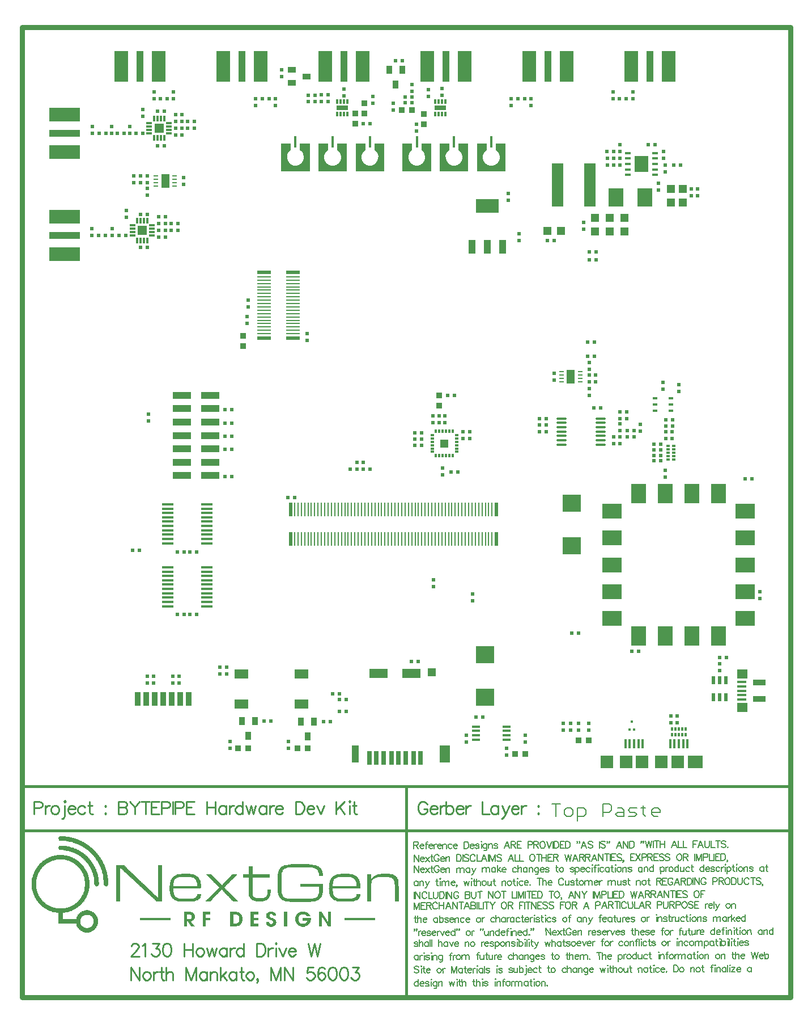
<source format=gtp>
G04*
G04 #@! TF.GenerationSoftware,Altium Limited,Altium Designer,21.2.2 (38)*
G04*
G04 Layer_Color=8421504*
%FSLAX25Y25*%
%MOIN*%
G70*
G04*
G04 #@! TF.SameCoordinates,2E860D41-E7DC-41A5-80A1-EBEBF1B55734*
G04*
G04*
G04 #@! TF.FilePolarity,Positive*
G04*
G01*
G75*
%ADD10C,0.01000*%
%ADD15C,0.00800*%
%ADD21C,0.00600*%
%ADD26C,0.01500*%
%ADD27C,0.03000*%
%ADD28C,0.00900*%
%ADD29R,0.03200X0.01400*%
%ADD30R,0.08200X0.09800*%
%ADD31O,0.07000X0.01600*%
%ADD32O,0.06000X0.01600*%
%ADD33R,0.02800X0.01800*%
%ADD34R,0.08400X0.05600*%
%ADD35R,0.01300X0.01400*%
%ADD36R,0.02400X0.04800*%
%ADD37R,0.03600X0.05000*%
%ADD38R,0.04300X0.08400*%
%ADD39R,0.13800X0.08400*%
%ADD40R,0.05800X0.05800*%
%ADD41R,0.01200X0.03200*%
%ADD42R,0.03200X0.01200*%
%ADD43R,0.03200X0.01200*%
%ADD44R,0.04600X0.01600*%
%ADD45R,0.09100X0.11200*%
%ADD46R,0.11200X0.09100*%
%ADD47R,0.02000X0.01200*%
%ADD48R,0.01200X0.02000*%
%ADD49R,0.05000X0.05000*%
%ADD50R,0.03500X0.03543*%
%ADD51R,0.07000X0.25600*%
%ADD52R,0.08500X0.10800*%
%ADD53R,0.06693X0.02756*%
%ADD54R,0.01200X0.02600*%
%ADD55R,0.02200X0.01200*%
%ADD56R,0.02200X0.01500*%
%ADD57R,0.09055X0.07500*%
%ADD58R,0.07500X0.07500*%
%ADD59R,0.01600X0.05400*%
%ADD60R,0.05400X0.01800*%
%ADD61R,0.06200X0.05800*%
%ADD62R,0.07500X0.03500*%
%ADD63R,0.01700X0.07000*%
%ADD64R,0.05512X0.01968*%
%ADD65R,0.18000X0.04000*%
%ADD66R,0.18000X0.08000*%
%ADD67R,0.03600X0.08000*%
%ADD68R,0.10900X0.04100*%
%ADD69R,0.03900X0.10200*%
%ADD70R,0.05900X0.10200*%
%ADD71R,0.02800X0.07900*%
%ADD72R,0.04700X0.04700*%
%ADD73R,0.10600X0.05500*%
%ADD74R,0.08000X0.02000*%
%ADD75R,0.08000X0.01000*%
%ADD76R,0.01000X0.08000*%
%ADD77R,0.02000X0.08000*%
%ADD78R,0.11000X0.10000*%
%ADD79R,0.04500X0.05000*%
%ADD80R,0.05000X0.04500*%
%ADD81R,0.03200X0.03600*%
%ADD82R,0.02000X0.02000*%
%ADD83R,0.02000X0.02200*%
%ADD84R,0.02200X0.02000*%
%ADD85R,0.04000X0.18000*%
%ADD86R,0.08000X0.18000*%
%ADD87R,0.03600X0.03200*%
%ADD88R,0.05000X0.03600*%
%ADD89R,0.02000X0.02000*%
%ADD90R,0.01200X0.02200*%
%ADD91R,0.01500X0.02200*%
%ADD92R,0.02800X0.01000*%
%ADD93R,0.04800X0.08000*%
G36*
X245400Y351693D02*
X244889Y351313D01*
X244034Y350374D01*
X243445Y349249D01*
X243161Y348011D01*
X243201Y346742D01*
X243561Y345524D01*
X244218Y344437D01*
X245130Y343553D01*
X246237Y342930D01*
X247465Y342607D01*
X248735Y342607D01*
X249964Y342930D01*
X251070Y343553D01*
X251982Y344438D01*
X252639Y345524D01*
X253000Y346742D01*
X253039Y348011D01*
X252755Y349249D01*
X252166Y350374D01*
X251311Y351313D01*
X250800Y351693D01*
X250800Y355600D01*
X256500Y355600D01*
X256500Y339150D01*
X239700D01*
X239700Y355600D01*
X245400Y355600D01*
X245400Y351693D01*
D02*
G37*
G36*
X223500D02*
X222990Y351313D01*
X222134Y350374D01*
X221545Y349249D01*
X221261Y348011D01*
X221301Y346742D01*
X221661Y345524D01*
X222319Y344437D01*
X223230Y343553D01*
X224337Y342930D01*
X225565Y342607D01*
X226835Y342607D01*
X228064Y342930D01*
X229170Y343553D01*
X230082Y344438D01*
X230739Y345524D01*
X231100Y346742D01*
X231139Y348011D01*
X230855Y349249D01*
X230266Y350374D01*
X229411Y351313D01*
X228900Y351693D01*
X228900Y355600D01*
X234600Y355600D01*
X234600Y339150D01*
X217800D01*
X217800Y355600D01*
X223500Y355600D01*
X223500Y351693D01*
D02*
G37*
G36*
X201600D02*
X201090Y351313D01*
X200234Y350374D01*
X199645Y349249D01*
X199361Y348011D01*
X199401Y346742D01*
X199761Y345524D01*
X200418Y344437D01*
X201330Y343553D01*
X202437Y342930D01*
X203665Y342607D01*
X204935Y342607D01*
X206164Y342930D01*
X207270Y343553D01*
X208182Y344438D01*
X208839Y345524D01*
X209200Y346742D01*
X209239Y348011D01*
X208955Y349249D01*
X208366Y350374D01*
X207511Y351313D01*
X207000Y351693D01*
X207000Y355600D01*
X212700Y355600D01*
X212700Y339150D01*
X195900D01*
X195900Y355600D01*
X201600Y355600D01*
X201600Y351693D01*
D02*
G37*
G36*
X174000D02*
X173489Y351313D01*
X172634Y350374D01*
X172045Y349249D01*
X171761Y348011D01*
X171801Y346742D01*
X172161Y345524D01*
X172819Y344437D01*
X173730Y343553D01*
X174837Y342930D01*
X176065Y342607D01*
X177335Y342607D01*
X178564Y342930D01*
X179670Y343553D01*
X180582Y344438D01*
X181239Y345524D01*
X181600Y346742D01*
X181639Y348011D01*
X181355Y349249D01*
X180766Y350374D01*
X179911Y351313D01*
X179400Y351693D01*
X179400Y355600D01*
X185100Y355600D01*
X185100Y339150D01*
X168300D01*
X168300Y355600D01*
X174000Y355600D01*
X174000Y351693D01*
D02*
G37*
G36*
X152100D02*
X151590Y351313D01*
X150734Y350374D01*
X150145Y349249D01*
X149861Y348011D01*
X149901Y346742D01*
X150261Y345524D01*
X150918Y344437D01*
X151830Y343553D01*
X152937Y342930D01*
X154165Y342607D01*
X155435Y342607D01*
X156664Y342930D01*
X157770Y343553D01*
X158682Y344438D01*
X159339Y345524D01*
X159700Y346742D01*
X159739Y348011D01*
X159455Y349249D01*
X158866Y350374D01*
X158011Y351313D01*
X157500Y351693D01*
X157500Y355600D01*
X163200Y355600D01*
X163200Y339150D01*
X146400D01*
X146400Y355600D01*
X152100Y355600D01*
X152100Y351693D01*
D02*
G37*
G36*
X130200D02*
X129690Y351313D01*
X128834Y350374D01*
X128245Y349249D01*
X127961Y348011D01*
X128001Y346742D01*
X128361Y345524D01*
X129018Y344437D01*
X129930Y343553D01*
X131037Y342930D01*
X132265Y342607D01*
X133535Y342607D01*
X134764Y342930D01*
X135870Y343553D01*
X136782Y344438D01*
X137439Y345524D01*
X137800Y346742D01*
X137839Y348011D01*
X137555Y349249D01*
X136966Y350374D01*
X136111Y351313D01*
X135600Y351693D01*
X135600Y355600D01*
X141300Y355600D01*
X141300Y339150D01*
X124500D01*
X124500Y355600D01*
X130200Y355600D01*
X130200Y351693D01*
D02*
G37*
G36*
X141142Y-68064D02*
X141280D01*
Y-68202D01*
X143070D01*
Y-68340D01*
X144035D01*
Y-68477D01*
X144723D01*
Y-68615D01*
X145274D01*
Y-68753D01*
Y-68890D01*
X145825D01*
Y-69028D01*
X146101D01*
Y-69166D01*
X146514D01*
Y-69304D01*
X146789D01*
Y-69441D01*
Y-69579D01*
X146927D01*
Y-69717D01*
X147202D01*
Y-69854D01*
X147340D01*
Y-69992D01*
X147478D01*
Y-70130D01*
X147616D01*
Y-70268D01*
X147753D01*
Y-70406D01*
X147891D01*
Y-70543D01*
X148029D01*
Y-70681D01*
X148167D01*
Y-70819D01*
Y-70956D01*
Y-71094D01*
X148304D01*
Y-71232D01*
Y-71370D01*
X148580D01*
Y-71507D01*
Y-71645D01*
Y-71783D01*
X148717D01*
Y-71921D01*
Y-72058D01*
Y-72196D01*
Y-72334D01*
X148855D01*
Y-72471D01*
Y-72609D01*
Y-72747D01*
Y-72885D01*
Y-73022D01*
Y-73160D01*
Y-73298D01*
X148993D01*
Y-73435D01*
Y-73573D01*
Y-73711D01*
Y-73849D01*
Y-73986D01*
Y-74124D01*
Y-74262D01*
Y-74400D01*
Y-74537D01*
Y-74675D01*
Y-74813D01*
X146651D01*
Y-74675D01*
Y-74537D01*
Y-74400D01*
Y-74262D01*
Y-74124D01*
Y-73986D01*
Y-73849D01*
Y-73711D01*
Y-73573D01*
Y-73435D01*
Y-73298D01*
Y-73160D01*
Y-73022D01*
X146514D01*
Y-72885D01*
Y-72747D01*
Y-72609D01*
Y-72471D01*
Y-72334D01*
X146238D01*
Y-72196D01*
Y-72058D01*
Y-71921D01*
X146101D01*
Y-71783D01*
Y-71645D01*
X145963D01*
Y-71507D01*
Y-71370D01*
X145825D01*
Y-71232D01*
X145550D01*
Y-71094D01*
X145412D01*
Y-70956D01*
X145274D01*
Y-70819D01*
Y-70681D01*
X144861D01*
Y-70543D01*
X144586D01*
Y-70406D01*
X144172D01*
Y-70268D01*
X143346D01*
Y-70130D01*
X143208D01*
Y-69992D01*
X141142D01*
Y-69854D01*
X130262D01*
Y-69992D01*
X128196D01*
Y-70130D01*
Y-70268D01*
X127369D01*
Y-70406D01*
X126818D01*
Y-70543D01*
X126543D01*
Y-70681D01*
X126267D01*
Y-70819D01*
X126130D01*
Y-70956D01*
X125992D01*
Y-71094D01*
X125854D01*
Y-71232D01*
X125579D01*
Y-71370D01*
Y-71507D01*
Y-71645D01*
X125441D01*
Y-71783D01*
X125303D01*
Y-71921D01*
Y-72058D01*
Y-72196D01*
Y-72334D01*
X125166D01*
Y-72471D01*
Y-72609D01*
Y-72747D01*
X125028D01*
Y-72885D01*
X124890D01*
Y-73022D01*
Y-73160D01*
Y-73298D01*
Y-73435D01*
Y-73573D01*
Y-73711D01*
Y-73849D01*
X124752D01*
Y-73986D01*
Y-74124D01*
Y-74262D01*
Y-74400D01*
Y-74537D01*
Y-74675D01*
Y-74813D01*
Y-74950D01*
Y-75088D01*
Y-75226D01*
Y-75364D01*
Y-75502D01*
Y-75639D01*
Y-75777D01*
Y-75915D01*
Y-76052D01*
Y-76190D01*
Y-76328D01*
Y-76466D01*
Y-76603D01*
Y-76741D01*
Y-76879D01*
Y-77017D01*
Y-77154D01*
Y-77292D01*
Y-77430D01*
Y-77567D01*
Y-77705D01*
Y-77843D01*
Y-77981D01*
Y-78118D01*
Y-78256D01*
Y-78394D01*
Y-78531D01*
Y-78669D01*
Y-78807D01*
Y-78945D01*
Y-79083D01*
Y-79220D01*
Y-79358D01*
Y-79496D01*
Y-79633D01*
Y-79771D01*
Y-79909D01*
Y-80047D01*
Y-80184D01*
Y-80322D01*
Y-80460D01*
Y-80598D01*
Y-80735D01*
Y-80873D01*
Y-81011D01*
Y-81148D01*
Y-81286D01*
Y-81424D01*
Y-81562D01*
Y-81699D01*
Y-81837D01*
Y-81975D01*
Y-82112D01*
Y-82250D01*
Y-82388D01*
Y-82526D01*
Y-82664D01*
Y-82801D01*
Y-82939D01*
Y-83077D01*
Y-83214D01*
Y-83352D01*
Y-83490D01*
Y-83628D01*
Y-83765D01*
Y-83903D01*
Y-84041D01*
Y-84179D01*
X124890D01*
Y-84316D01*
Y-84454D01*
Y-84592D01*
Y-84729D01*
Y-84867D01*
Y-85005D01*
Y-85143D01*
Y-85280D01*
X125028D01*
Y-85418D01*
X125166D01*
Y-85556D01*
Y-85694D01*
Y-85831D01*
Y-85969D01*
X125303D01*
Y-86107D01*
Y-86244D01*
Y-86382D01*
X125441D01*
Y-86520D01*
Y-86658D01*
X125579D01*
Y-86795D01*
Y-86933D01*
X125854D01*
Y-87071D01*
X125992D01*
Y-87209D01*
X126130D01*
Y-87346D01*
Y-87484D01*
X126405D01*
Y-87622D01*
X126681D01*
Y-87760D01*
X127232D01*
Y-87897D01*
X127920D01*
Y-88035D01*
Y-88173D01*
X129160D01*
Y-88310D01*
X142244D01*
Y-88173D01*
X143484D01*
Y-88035D01*
Y-87897D01*
X144172D01*
Y-87760D01*
X144723D01*
Y-87622D01*
X145136D01*
Y-87484D01*
X145274D01*
Y-87346D01*
X145412D01*
Y-87209D01*
X145550D01*
Y-87071D01*
X145825D01*
Y-86933D01*
X145963D01*
Y-86795D01*
Y-86658D01*
Y-86520D01*
X146101D01*
Y-86382D01*
X146238D01*
Y-86244D01*
Y-86107D01*
Y-85969D01*
Y-85831D01*
X146514D01*
Y-85694D01*
Y-85556D01*
Y-85418D01*
Y-85280D01*
X146651D01*
Y-85143D01*
Y-85005D01*
Y-84867D01*
Y-84729D01*
Y-84592D01*
Y-84454D01*
Y-84316D01*
Y-84179D01*
Y-84041D01*
Y-83903D01*
Y-83765D01*
Y-83628D01*
Y-83490D01*
Y-83352D01*
Y-83214D01*
Y-83077D01*
Y-82939D01*
X146789D01*
Y-82801D01*
Y-82664D01*
Y-82526D01*
Y-82388D01*
Y-82250D01*
Y-82112D01*
Y-81975D01*
Y-81837D01*
Y-81699D01*
Y-81562D01*
Y-81424D01*
Y-81286D01*
X135908D01*
Y-81148D01*
Y-81011D01*
Y-80873D01*
Y-80735D01*
Y-80598D01*
Y-80460D01*
Y-80322D01*
Y-80184D01*
Y-80047D01*
Y-79909D01*
Y-79771D01*
Y-79633D01*
Y-79496D01*
Y-79358D01*
X148993D01*
Y-79496D01*
Y-79633D01*
Y-79771D01*
Y-79909D01*
Y-80047D01*
Y-80184D01*
Y-80322D01*
Y-80460D01*
Y-80598D01*
Y-80735D01*
Y-80873D01*
Y-81011D01*
Y-81148D01*
Y-81286D01*
Y-81424D01*
Y-81562D01*
Y-81699D01*
Y-81837D01*
Y-81975D01*
Y-82112D01*
Y-82250D01*
Y-82388D01*
Y-82526D01*
Y-82664D01*
Y-82801D01*
Y-82939D01*
Y-83077D01*
Y-83214D01*
Y-83352D01*
Y-83490D01*
Y-83628D01*
Y-83765D01*
Y-83903D01*
Y-84041D01*
Y-84179D01*
Y-84316D01*
Y-84454D01*
Y-84592D01*
Y-84729D01*
X148855D01*
Y-84867D01*
Y-85005D01*
Y-85143D01*
Y-85280D01*
Y-85418D01*
Y-85556D01*
Y-85694D01*
X148717D01*
Y-85831D01*
Y-85969D01*
Y-86107D01*
Y-86244D01*
X148580D01*
Y-86382D01*
Y-86520D01*
Y-86658D01*
Y-86795D01*
X148304D01*
Y-86933D01*
Y-87071D01*
X148167D01*
Y-87209D01*
Y-87346D01*
X148029D01*
Y-87484D01*
Y-87622D01*
X147891D01*
Y-87760D01*
X147753D01*
Y-87897D01*
X147616D01*
Y-88035D01*
X147478D01*
Y-88173D01*
X147340D01*
Y-88310D01*
X147202D01*
Y-88448D01*
X146927D01*
Y-88586D01*
X146789D01*
Y-88724D01*
Y-88861D01*
X146514D01*
Y-88999D01*
X146238D01*
Y-89137D01*
X145963D01*
Y-89275D01*
X145412D01*
Y-89412D01*
Y-89550D01*
X144861D01*
Y-89688D01*
X144310D01*
Y-89825D01*
X143346D01*
Y-89963D01*
X142106D01*
Y-90101D01*
X141969D01*
Y-90239D01*
X129573D01*
Y-90101D01*
X129435D01*
Y-89963D01*
X128196D01*
Y-89825D01*
X127369D01*
Y-89688D01*
X126681D01*
Y-89550D01*
X126130D01*
Y-89412D01*
Y-89275D01*
X125716D01*
Y-89137D01*
X125441D01*
Y-88999D01*
X125166D01*
Y-88861D01*
X124752D01*
Y-88724D01*
Y-88586D01*
X124615D01*
Y-88448D01*
X124477D01*
Y-88310D01*
X124202D01*
Y-88173D01*
X124064D01*
Y-88035D01*
Y-87897D01*
X123926D01*
Y-87760D01*
X123788D01*
Y-87622D01*
X123513D01*
Y-87484D01*
Y-87346D01*
Y-87209D01*
X123375D01*
Y-87071D01*
Y-86933D01*
X123237D01*
Y-86795D01*
Y-86658D01*
X123100D01*
Y-86520D01*
Y-86382D01*
Y-86244D01*
X122962D01*
Y-86107D01*
X122824D01*
Y-85969D01*
Y-85831D01*
Y-85694D01*
Y-85556D01*
X122686D01*
Y-85418D01*
Y-85280D01*
Y-85143D01*
Y-85005D01*
Y-84867D01*
X122549D01*
Y-84729D01*
Y-84592D01*
Y-84454D01*
Y-84316D01*
Y-84179D01*
Y-84041D01*
Y-83903D01*
Y-83765D01*
Y-83628D01*
Y-83490D01*
Y-83352D01*
X122411D01*
Y-83214D01*
Y-83077D01*
Y-82939D01*
Y-82801D01*
Y-82664D01*
Y-82526D01*
Y-82388D01*
Y-82250D01*
Y-82112D01*
Y-81975D01*
Y-81837D01*
Y-81699D01*
Y-81562D01*
Y-81424D01*
Y-81286D01*
Y-81148D01*
Y-81011D01*
Y-80873D01*
Y-80735D01*
Y-80598D01*
Y-80460D01*
Y-80322D01*
Y-80184D01*
Y-80047D01*
Y-79909D01*
Y-79771D01*
Y-79633D01*
Y-79496D01*
Y-79358D01*
Y-79220D01*
Y-79083D01*
Y-78945D01*
Y-78807D01*
Y-78669D01*
Y-78531D01*
Y-78394D01*
Y-78256D01*
Y-78118D01*
Y-77981D01*
Y-77843D01*
Y-77705D01*
Y-77567D01*
Y-77430D01*
Y-77292D01*
Y-77154D01*
Y-77017D01*
Y-76879D01*
Y-76741D01*
Y-76603D01*
Y-76466D01*
Y-76328D01*
Y-76190D01*
Y-76052D01*
Y-75915D01*
Y-75777D01*
Y-75639D01*
Y-75502D01*
Y-75364D01*
Y-75226D01*
Y-75088D01*
Y-74950D01*
Y-74813D01*
X122549D01*
Y-74675D01*
Y-74537D01*
Y-74400D01*
Y-74262D01*
Y-74124D01*
Y-73986D01*
Y-73849D01*
Y-73711D01*
Y-73573D01*
Y-73435D01*
X122686D01*
Y-73298D01*
Y-73160D01*
Y-73022D01*
Y-72885D01*
Y-72747D01*
Y-72609D01*
X122824D01*
Y-72471D01*
Y-72334D01*
Y-72196D01*
Y-72058D01*
X123100D01*
Y-71921D01*
Y-71783D01*
Y-71645D01*
X123237D01*
Y-71507D01*
Y-71370D01*
Y-71232D01*
X123375D01*
Y-71094D01*
Y-70956D01*
X123513D01*
Y-70819D01*
Y-70681D01*
X123651D01*
Y-70543D01*
X123788D01*
Y-70406D01*
X123926D01*
Y-70268D01*
X124064D01*
Y-70130D01*
Y-69992D01*
X124202D01*
Y-69854D01*
X124477D01*
Y-69717D01*
X124615D01*
Y-69579D01*
X124890D01*
Y-69441D01*
Y-69304D01*
X125303D01*
Y-69166D01*
X125579D01*
Y-69028D01*
X125854D01*
Y-68890D01*
X126267D01*
Y-68753D01*
Y-68615D01*
X126818D01*
Y-68477D01*
X127645D01*
Y-68340D01*
X128609D01*
Y-68202D01*
X130262D01*
Y-68064D01*
Y-67926D01*
X141142D01*
Y-68064D01*
D02*
G37*
G36*
X188246Y-73573D02*
X188384D01*
Y-73711D01*
X189210D01*
Y-73849D01*
X189899D01*
Y-73986D01*
X190450D01*
Y-74124D01*
X190863D01*
Y-74262D01*
Y-74400D01*
X191276D01*
Y-74537D01*
X191414D01*
Y-74675D01*
X191689D01*
Y-74813D01*
X191965D01*
Y-74950D01*
Y-75088D01*
X192103D01*
Y-75226D01*
X192240D01*
Y-75364D01*
X192378D01*
Y-75502D01*
X192653D01*
Y-75639D01*
Y-75777D01*
X192791D01*
Y-75915D01*
Y-76052D01*
X192929D01*
Y-76190D01*
Y-76328D01*
Y-76466D01*
X193067D01*
Y-76603D01*
Y-76741D01*
X193204D01*
Y-76879D01*
X193342D01*
Y-77017D01*
Y-77154D01*
Y-77292D01*
Y-77430D01*
X193480D01*
Y-77567D01*
Y-77705D01*
Y-77843D01*
Y-77981D01*
Y-78118D01*
X193617D01*
Y-78256D01*
Y-78394D01*
Y-78531D01*
Y-78669D01*
Y-78807D01*
Y-78945D01*
Y-79083D01*
Y-79220D01*
Y-79358D01*
Y-79496D01*
Y-79633D01*
Y-79771D01*
Y-79909D01*
Y-80047D01*
Y-80184D01*
Y-80322D01*
Y-80460D01*
Y-80598D01*
Y-80735D01*
Y-80873D01*
X193755D01*
Y-81011D01*
Y-81148D01*
Y-81286D01*
Y-81424D01*
Y-81562D01*
Y-81699D01*
Y-81837D01*
Y-81975D01*
Y-82112D01*
Y-82250D01*
Y-82388D01*
Y-82526D01*
Y-82664D01*
Y-82801D01*
Y-82939D01*
Y-83077D01*
Y-83214D01*
Y-83352D01*
Y-83490D01*
Y-83628D01*
Y-83765D01*
Y-83903D01*
Y-84041D01*
Y-84179D01*
Y-84316D01*
Y-84454D01*
Y-84592D01*
Y-84729D01*
Y-84867D01*
Y-85005D01*
Y-85143D01*
Y-85280D01*
Y-85418D01*
Y-85556D01*
Y-85694D01*
Y-85831D01*
Y-85969D01*
Y-86107D01*
Y-86244D01*
Y-86382D01*
Y-86520D01*
Y-86658D01*
Y-86795D01*
Y-86933D01*
Y-87071D01*
Y-87209D01*
Y-87346D01*
Y-87484D01*
Y-87622D01*
Y-87760D01*
Y-87897D01*
Y-88035D01*
Y-88173D01*
Y-88310D01*
Y-88448D01*
Y-88586D01*
Y-88724D01*
Y-88861D01*
Y-88999D01*
Y-89137D01*
Y-89275D01*
Y-89412D01*
Y-89550D01*
Y-89688D01*
Y-89825D01*
X191414D01*
Y-89688D01*
Y-89550D01*
Y-89412D01*
Y-89275D01*
Y-89137D01*
Y-88999D01*
Y-88861D01*
Y-88724D01*
Y-88586D01*
Y-88448D01*
Y-88310D01*
Y-88173D01*
Y-88035D01*
Y-87897D01*
Y-87760D01*
Y-87622D01*
Y-87484D01*
Y-87346D01*
Y-87209D01*
Y-87071D01*
Y-86933D01*
Y-86795D01*
Y-86658D01*
Y-86520D01*
Y-86382D01*
Y-86244D01*
Y-86107D01*
Y-85969D01*
Y-85831D01*
Y-85694D01*
Y-85556D01*
Y-85418D01*
Y-85280D01*
Y-85143D01*
Y-85005D01*
Y-84867D01*
Y-84729D01*
Y-84592D01*
Y-84454D01*
Y-84316D01*
Y-84179D01*
Y-84041D01*
Y-83903D01*
Y-83765D01*
Y-83628D01*
Y-83490D01*
Y-83352D01*
Y-83214D01*
Y-83077D01*
Y-82939D01*
Y-82801D01*
Y-82664D01*
Y-82526D01*
Y-82388D01*
Y-82250D01*
Y-82112D01*
Y-81975D01*
Y-81837D01*
Y-81699D01*
Y-81562D01*
Y-81424D01*
Y-81286D01*
Y-81148D01*
Y-81011D01*
Y-80873D01*
Y-80735D01*
Y-80598D01*
Y-80460D01*
Y-80322D01*
Y-80184D01*
Y-80047D01*
Y-79909D01*
Y-79771D01*
X191276D01*
Y-79633D01*
Y-79496D01*
Y-79358D01*
Y-79220D01*
Y-79083D01*
Y-78945D01*
Y-78807D01*
Y-78669D01*
Y-78531D01*
Y-78394D01*
X191138D01*
Y-78256D01*
X191001D01*
Y-78118D01*
Y-77981D01*
Y-77843D01*
Y-77705D01*
X190863D01*
Y-77567D01*
Y-77430D01*
Y-77292D01*
X190725D01*
Y-77154D01*
X190587D01*
Y-77017D01*
Y-76879D01*
X190450D01*
Y-76741D01*
X190312D01*
Y-76603D01*
X190174D01*
Y-76466D01*
X190036D01*
Y-76328D01*
X189899D01*
Y-76190D01*
X189623D01*
Y-76052D01*
X189348D01*
Y-75915D01*
X188935D01*
Y-75777D01*
X188246D01*
Y-75639D01*
Y-75502D01*
X187420D01*
Y-75364D01*
X182324D01*
Y-75502D01*
X181222D01*
Y-75639D01*
Y-75777D01*
X180533D01*
Y-75915D01*
X179982D01*
Y-76052D01*
X179707D01*
Y-76190D01*
X179294D01*
Y-76328D01*
Y-76466D01*
X179018D01*
Y-76603D01*
X178880D01*
Y-76741D01*
X178605D01*
Y-76879D01*
X178467D01*
Y-77017D01*
Y-77154D01*
X178330D01*
Y-77292D01*
X178192D01*
Y-77430D01*
X177916D01*
Y-77567D01*
Y-77705D01*
Y-77843D01*
X177778D01*
Y-77981D01*
Y-78118D01*
Y-78256D01*
X177641D01*
Y-78394D01*
Y-78531D01*
Y-78669D01*
Y-78807D01*
Y-78945D01*
Y-79083D01*
X177503D01*
Y-79220D01*
Y-79358D01*
Y-79496D01*
Y-79633D01*
Y-79771D01*
Y-79909D01*
Y-80047D01*
Y-80184D01*
Y-80322D01*
Y-80460D01*
Y-80598D01*
Y-80735D01*
Y-80873D01*
Y-81011D01*
Y-81148D01*
Y-81286D01*
Y-81424D01*
Y-81562D01*
Y-81699D01*
Y-81837D01*
Y-81975D01*
Y-82112D01*
Y-82250D01*
Y-82388D01*
Y-82526D01*
Y-82664D01*
Y-82801D01*
Y-82939D01*
Y-83077D01*
Y-83214D01*
Y-83352D01*
Y-83490D01*
Y-83628D01*
Y-83765D01*
Y-83903D01*
Y-84041D01*
Y-84179D01*
Y-84316D01*
Y-84454D01*
Y-84592D01*
Y-84729D01*
Y-84867D01*
Y-85005D01*
Y-85143D01*
Y-85280D01*
Y-85418D01*
Y-85556D01*
Y-85694D01*
Y-85831D01*
Y-85969D01*
Y-86107D01*
Y-86244D01*
Y-86382D01*
Y-86520D01*
Y-86658D01*
Y-86795D01*
Y-86933D01*
Y-87071D01*
Y-87209D01*
Y-87346D01*
Y-87484D01*
Y-87622D01*
Y-87760D01*
Y-87897D01*
Y-88035D01*
Y-88173D01*
Y-88310D01*
Y-88448D01*
Y-88586D01*
Y-88724D01*
Y-88861D01*
Y-88999D01*
Y-89137D01*
Y-89275D01*
Y-89412D01*
Y-89550D01*
Y-89688D01*
Y-89825D01*
X175024D01*
Y-89688D01*
Y-89550D01*
Y-89412D01*
Y-89275D01*
Y-89137D01*
Y-88999D01*
Y-88861D01*
Y-88724D01*
Y-88586D01*
Y-88448D01*
Y-88310D01*
Y-88173D01*
Y-88035D01*
Y-87897D01*
Y-87760D01*
Y-87622D01*
Y-87484D01*
Y-87346D01*
Y-87209D01*
Y-87071D01*
Y-86933D01*
Y-86795D01*
Y-86658D01*
Y-86520D01*
Y-86382D01*
Y-86244D01*
Y-86107D01*
Y-85969D01*
Y-85831D01*
Y-85694D01*
Y-85556D01*
Y-85418D01*
Y-85280D01*
Y-85143D01*
Y-85005D01*
Y-84867D01*
Y-84729D01*
Y-84592D01*
Y-84454D01*
Y-84316D01*
Y-84179D01*
Y-84041D01*
Y-83903D01*
Y-83765D01*
Y-83628D01*
Y-83490D01*
Y-83352D01*
Y-83214D01*
Y-83077D01*
Y-82939D01*
Y-82801D01*
Y-82664D01*
Y-82526D01*
Y-82388D01*
Y-82250D01*
Y-82112D01*
Y-81975D01*
Y-81837D01*
Y-81699D01*
Y-81562D01*
Y-81424D01*
Y-81286D01*
Y-81148D01*
Y-81011D01*
Y-80873D01*
Y-80735D01*
Y-80598D01*
Y-80460D01*
Y-80322D01*
Y-80184D01*
Y-80047D01*
Y-79909D01*
Y-79771D01*
Y-79633D01*
Y-79496D01*
Y-79358D01*
Y-79220D01*
Y-79083D01*
Y-78945D01*
Y-78807D01*
Y-78669D01*
Y-78531D01*
Y-78394D01*
Y-78256D01*
Y-78118D01*
Y-77981D01*
Y-77843D01*
Y-77705D01*
Y-77567D01*
Y-77430D01*
Y-77292D01*
Y-77154D01*
Y-77017D01*
Y-76879D01*
Y-76741D01*
Y-76603D01*
Y-76466D01*
Y-76328D01*
Y-76190D01*
Y-76052D01*
Y-75915D01*
Y-75777D01*
Y-75639D01*
Y-75502D01*
Y-75364D01*
Y-75226D01*
Y-75088D01*
Y-74950D01*
Y-74813D01*
Y-74675D01*
Y-74537D01*
Y-74400D01*
Y-74262D01*
Y-74124D01*
Y-73986D01*
Y-73849D01*
X177503D01*
Y-73986D01*
Y-74124D01*
Y-74262D01*
Y-74400D01*
Y-74537D01*
Y-74675D01*
Y-74813D01*
Y-74950D01*
Y-75088D01*
Y-75226D01*
Y-75364D01*
Y-75502D01*
Y-75639D01*
Y-75777D01*
Y-75915D01*
Y-76052D01*
Y-76190D01*
Y-76328D01*
Y-76466D01*
Y-76603D01*
X177778D01*
Y-76466D01*
X177916D01*
Y-76328D01*
Y-76190D01*
Y-76052D01*
X178192D01*
Y-75915D01*
X178330D01*
Y-75777D01*
Y-75639D01*
X178467D01*
Y-75502D01*
X178605D01*
Y-75364D01*
X178743D01*
Y-75226D01*
X179018D01*
Y-75088D01*
X179156D01*
Y-74950D01*
Y-74813D01*
X179569D01*
Y-74675D01*
X179707D01*
Y-74537D01*
X179982D01*
Y-74400D01*
X180395D01*
Y-74262D01*
X180533D01*
Y-74124D01*
X181084D01*
Y-73986D01*
X181635D01*
Y-73849D01*
X182324D01*
Y-73711D01*
X183288D01*
Y-73573D01*
X183425D01*
Y-73435D01*
X188246D01*
Y-73573D01*
D02*
G37*
G36*
X98721Y-73986D02*
X98584D01*
Y-74124D01*
X98446D01*
Y-74262D01*
Y-74400D01*
X98308D01*
Y-74537D01*
X98033D01*
Y-74675D01*
X97895D01*
Y-74813D01*
X97757D01*
Y-74950D01*
Y-75088D01*
X97619D01*
Y-75226D01*
X97344D01*
Y-75364D01*
X97206D01*
Y-75502D01*
X97069D01*
Y-75639D01*
Y-75777D01*
X96931D01*
Y-75915D01*
X96655D01*
Y-76052D01*
X96518D01*
Y-76190D01*
X96380D01*
Y-76328D01*
Y-76466D01*
X96242D01*
Y-76603D01*
X95967D01*
Y-76741D01*
X95829D01*
Y-76879D01*
X95691D01*
Y-77017D01*
Y-77154D01*
X95554D01*
Y-77292D01*
X95278D01*
Y-77430D01*
X95140D01*
Y-77567D01*
X95003D01*
Y-77705D01*
Y-77843D01*
X94865D01*
Y-77981D01*
X94589D01*
Y-78118D01*
X94452D01*
Y-78256D01*
X94314D01*
Y-78394D01*
Y-78531D01*
X94176D01*
Y-78669D01*
X93901D01*
Y-78807D01*
X93763D01*
Y-78945D01*
X93625D01*
Y-79083D01*
Y-79220D01*
X93488D01*
Y-79358D01*
X93212D01*
Y-79496D01*
X93074D01*
Y-79633D01*
X92937D01*
Y-79771D01*
Y-79909D01*
X92799D01*
Y-80047D01*
X92523D01*
Y-80184D01*
X92386D01*
Y-80322D01*
X92248D01*
Y-80460D01*
Y-80598D01*
X92110D01*
Y-80735D01*
X91835D01*
Y-80873D01*
X91697D01*
Y-81011D01*
X91559D01*
Y-81148D01*
Y-81286D01*
X91422D01*
Y-81424D01*
X91146D01*
Y-81562D01*
Y-81699D01*
Y-81837D01*
Y-81975D01*
X91422D01*
Y-82112D01*
X91559D01*
Y-82250D01*
X91697D01*
Y-82388D01*
X91835D01*
Y-82526D01*
Y-82664D01*
X92110D01*
Y-82801D01*
X92248D01*
Y-82939D01*
X92386D01*
Y-83077D01*
X92523D01*
Y-83214D01*
Y-83352D01*
X92799D01*
Y-83490D01*
X92937D01*
Y-83628D01*
X93074D01*
Y-83765D01*
X93212D01*
Y-83903D01*
X93350D01*
Y-84041D01*
X93488D01*
Y-84179D01*
X93625D01*
Y-84316D01*
X93763D01*
Y-84454D01*
X93901D01*
Y-84592D01*
X94038D01*
Y-84729D01*
X94176D01*
Y-84867D01*
X94314D01*
Y-85005D01*
X94452D01*
Y-85143D01*
X94589D01*
Y-85280D01*
X94727D01*
Y-85418D01*
X94865D01*
Y-85556D01*
X95003D01*
Y-85694D01*
X95140D01*
Y-85831D01*
X95278D01*
Y-85969D01*
X95416D01*
Y-86107D01*
X95554D01*
Y-86244D01*
X95691D01*
Y-86382D01*
X95829D01*
Y-86520D01*
X95967D01*
Y-86658D01*
X96105D01*
Y-86795D01*
X96242D01*
Y-86933D01*
X96380D01*
Y-87071D01*
X96518D01*
Y-87209D01*
X96655D01*
Y-87346D01*
X96793D01*
Y-87484D01*
X96931D01*
Y-87622D01*
X97069D01*
Y-87760D01*
X97206D01*
Y-87897D01*
X97344D01*
Y-88035D01*
X97482D01*
Y-88173D01*
X97619D01*
Y-88310D01*
X97757D01*
Y-88448D01*
X97895D01*
Y-88586D01*
X98033D01*
Y-88724D01*
X98171D01*
Y-88861D01*
X98308D01*
Y-88999D01*
X98446D01*
Y-89137D01*
X98584D01*
Y-89275D01*
X98721D01*
Y-89412D01*
X98859D01*
Y-89550D01*
X98997D01*
Y-89688D01*
X99135D01*
Y-89825D01*
X96242D01*
Y-89688D01*
X95967D01*
Y-89550D01*
X95829D01*
Y-89412D01*
Y-89275D01*
X95691D01*
Y-89137D01*
X95554D01*
Y-88999D01*
X95278D01*
Y-88861D01*
X95140D01*
Y-88724D01*
Y-88586D01*
X95003D01*
Y-88448D01*
X94865D01*
Y-88310D01*
X94589D01*
Y-88173D01*
X94452D01*
Y-88035D01*
Y-87897D01*
X94314D01*
Y-87760D01*
X94176D01*
Y-87622D01*
X94038D01*
Y-87484D01*
X93901D01*
Y-87346D01*
X93763D01*
Y-87209D01*
Y-87071D01*
X93625D01*
Y-86933D01*
X93488D01*
Y-86795D01*
X93212D01*
Y-86658D01*
Y-86520D01*
X93074D01*
Y-86382D01*
X92937D01*
Y-86244D01*
X92799D01*
Y-86107D01*
X92523D01*
Y-85969D01*
Y-85831D01*
X92386D01*
Y-85694D01*
X92248D01*
Y-85556D01*
X92110D01*
Y-85418D01*
X91835D01*
Y-85280D01*
Y-85143D01*
X91697D01*
Y-85005D01*
X91559D01*
Y-84867D01*
X91422D01*
Y-84729D01*
X91146D01*
Y-84592D01*
Y-84454D01*
X91009D01*
Y-84316D01*
X90871D01*
Y-84179D01*
X90733D01*
Y-84041D01*
X90458D01*
Y-83903D01*
Y-83765D01*
X90320D01*
Y-83628D01*
Y-83490D01*
X90182D01*
Y-83352D01*
X90044D01*
Y-83214D01*
X89907D01*
Y-83077D01*
X89769D01*
Y-82939D01*
X89356D01*
Y-83077D01*
X89218D01*
Y-83214D01*
X89080D01*
Y-83352D01*
X88942D01*
Y-83490D01*
X88805D01*
Y-83628D01*
X88667D01*
Y-83765D01*
X88529D01*
Y-83903D01*
X88392D01*
Y-84041D01*
X88254D01*
Y-84179D01*
X88116D01*
Y-84316D01*
X87978D01*
Y-84454D01*
Y-84592D01*
X87841D01*
Y-84729D01*
X87565D01*
Y-84867D01*
Y-85005D01*
X87428D01*
Y-85143D01*
X87290D01*
Y-85280D01*
Y-85418D01*
X87014D01*
Y-85556D01*
X86877D01*
Y-85694D01*
X86739D01*
Y-85831D01*
X86601D01*
Y-85969D01*
Y-86107D01*
X86326D01*
Y-86244D01*
X86188D01*
Y-86382D01*
X86050D01*
Y-86520D01*
X85913D01*
Y-86658D01*
Y-86795D01*
X85637D01*
Y-86933D01*
X85499D01*
Y-87071D01*
X85361D01*
Y-87209D01*
X85224D01*
Y-87346D01*
Y-87484D01*
X84948D01*
Y-87622D01*
X84811D01*
Y-87760D01*
X84673D01*
Y-87897D01*
X84535D01*
Y-88035D01*
Y-88173D01*
X84260D01*
Y-88310D01*
X84122D01*
Y-88448D01*
X83984D01*
Y-88586D01*
Y-88724D01*
X83846D01*
Y-88861D01*
X83709D01*
Y-88999D01*
X83571D01*
Y-89137D01*
X83433D01*
Y-89275D01*
X83296D01*
Y-89412D01*
Y-89550D01*
X83158D01*
Y-89688D01*
X82882D01*
Y-89825D01*
X79990D01*
Y-89688D01*
Y-89550D01*
X80128D01*
Y-89412D01*
X80265D01*
Y-89275D01*
X80403D01*
Y-89137D01*
X80679D01*
Y-88999D01*
X80816D01*
Y-88861D01*
Y-88724D01*
X80954D01*
Y-88586D01*
X81230D01*
Y-88448D01*
X81367D01*
Y-88310D01*
X81505D01*
Y-88173D01*
Y-88035D01*
X81643D01*
Y-87897D01*
X81918D01*
Y-87760D01*
X82056D01*
Y-87622D01*
X82194D01*
Y-87484D01*
Y-87346D01*
X82332D01*
Y-87209D01*
X82607D01*
Y-87071D01*
X82745D01*
Y-86933D01*
X82882D01*
Y-86795D01*
X83020D01*
Y-86658D01*
X83158D01*
Y-86520D01*
X83296D01*
Y-86382D01*
X83433D01*
Y-86244D01*
X83571D01*
Y-86107D01*
X83709D01*
Y-85969D01*
X83846D01*
Y-85831D01*
X83984D01*
Y-85694D01*
X84122D01*
Y-85556D01*
X84260D01*
Y-85418D01*
X84397D01*
Y-85280D01*
X84535D01*
Y-85143D01*
X84673D01*
Y-85005D01*
X84811D01*
Y-84867D01*
X84948D01*
Y-84729D01*
X85086D01*
Y-84592D01*
X85224D01*
Y-84454D01*
X85361D01*
Y-84316D01*
X85499D01*
Y-84179D01*
X85637D01*
Y-84041D01*
X85775D01*
Y-83903D01*
X85913D01*
Y-83765D01*
X86050D01*
Y-83628D01*
X86188D01*
Y-83490D01*
X86326D01*
Y-83352D01*
X86463D01*
Y-83214D01*
X86601D01*
Y-83077D01*
X86739D01*
Y-82939D01*
X86877D01*
Y-82801D01*
X87014D01*
Y-82664D01*
X87152D01*
Y-82526D01*
X87290D01*
Y-82388D01*
X87428D01*
Y-82250D01*
X87565D01*
Y-82112D01*
X87703D01*
Y-81975D01*
X87841D01*
Y-81837D01*
X87978D01*
Y-81699D01*
Y-81562D01*
Y-81424D01*
X87703D01*
Y-81286D01*
X87565D01*
Y-81148D01*
Y-81011D01*
X87428D01*
Y-80873D01*
X87290D01*
Y-80735D01*
X87014D01*
Y-80598D01*
X86877D01*
Y-80460D01*
Y-80322D01*
X86739D01*
Y-80184D01*
X86601D01*
Y-80047D01*
X86326D01*
Y-79909D01*
X86188D01*
Y-79771D01*
Y-79633D01*
X86050D01*
Y-79496D01*
X85913D01*
Y-79358D01*
X85637D01*
Y-79220D01*
X85499D01*
Y-79083D01*
Y-78945D01*
X85361D01*
Y-78807D01*
X85224D01*
Y-78669D01*
X84948D01*
Y-78531D01*
X84811D01*
Y-78394D01*
Y-78256D01*
X84673D01*
Y-78118D01*
X84535D01*
Y-77981D01*
X84260D01*
Y-77843D01*
X84122D01*
Y-77705D01*
Y-77567D01*
X83984D01*
Y-77430D01*
X83846D01*
Y-77292D01*
X83571D01*
Y-77154D01*
X83433D01*
Y-77017D01*
Y-76879D01*
X83296D01*
Y-76741D01*
X83158D01*
Y-76603D01*
X82882D01*
Y-76466D01*
X82745D01*
Y-76328D01*
Y-76190D01*
X82607D01*
Y-76052D01*
X82469D01*
Y-75915D01*
X82194D01*
Y-75777D01*
X82056D01*
Y-75639D01*
Y-75502D01*
X81918D01*
Y-75364D01*
X81780D01*
Y-75226D01*
X81505D01*
Y-75088D01*
X81367D01*
Y-74950D01*
Y-74813D01*
X81230D01*
Y-74675D01*
X81092D01*
Y-74537D01*
X80816D01*
Y-74400D01*
X80679D01*
Y-74262D01*
Y-74124D01*
X80541D01*
Y-73986D01*
X80403D01*
Y-73849D01*
X83296D01*
Y-73986D01*
X83433D01*
Y-74124D01*
X83571D01*
Y-74262D01*
X83709D01*
Y-74400D01*
X83846D01*
Y-74537D01*
X83984D01*
Y-74675D01*
X84122D01*
Y-74813D01*
X84260D01*
Y-74950D01*
X84397D01*
Y-75088D01*
X84535D01*
Y-75226D01*
X84673D01*
Y-75364D01*
X84811D01*
Y-75502D01*
X84948D01*
Y-75639D01*
X85086D01*
Y-75777D01*
X85224D01*
Y-75915D01*
X85361D01*
Y-76052D01*
X85499D01*
Y-76190D01*
X85637D01*
Y-76328D01*
X85775D01*
Y-76466D01*
X85913D01*
Y-76603D01*
X86050D01*
Y-76741D01*
X86188D01*
Y-76879D01*
X86326D01*
Y-77017D01*
Y-77154D01*
X86601D01*
Y-77292D01*
X86739D01*
Y-77430D01*
X86877D01*
Y-77567D01*
X87014D01*
Y-77705D01*
Y-77843D01*
X87290D01*
Y-77981D01*
X87428D01*
Y-78118D01*
X87565D01*
Y-78256D01*
X87703D01*
Y-78394D01*
Y-78531D01*
X87978D01*
Y-78669D01*
X88116D01*
Y-78807D01*
X88254D01*
Y-78945D01*
X88392D01*
Y-79083D01*
Y-79220D01*
X88667D01*
Y-79358D01*
X88805D01*
Y-79496D01*
X88942D01*
Y-79633D01*
X89080D01*
Y-79771D01*
Y-79909D01*
X89356D01*
Y-80047D01*
X89493D01*
Y-80184D01*
X89769D01*
Y-80047D01*
X90044D01*
Y-79909D01*
Y-79771D01*
X90182D01*
Y-79633D01*
X90320D01*
Y-79496D01*
X90458D01*
Y-79358D01*
X90595D01*
Y-79220D01*
X90733D01*
Y-79083D01*
X90871D01*
Y-78945D01*
X91009D01*
Y-78807D01*
X91146D01*
Y-78669D01*
Y-78531D01*
X91422D01*
Y-78394D01*
Y-78256D01*
X91559D01*
Y-78118D01*
X91697D01*
Y-77981D01*
X91835D01*
Y-77843D01*
X92110D01*
Y-77705D01*
Y-77567D01*
X92248D01*
Y-77430D01*
X92386D01*
Y-77292D01*
X92523D01*
Y-77154D01*
X92799D01*
Y-77017D01*
Y-76879D01*
X92937D01*
Y-76741D01*
X93074D01*
Y-76603D01*
X93212D01*
Y-76466D01*
X93488D01*
Y-76328D01*
Y-76190D01*
X93625D01*
Y-76052D01*
X93763D01*
Y-75915D01*
X93901D01*
Y-75777D01*
X94038D01*
Y-75639D01*
X94176D01*
Y-75502D01*
X94314D01*
Y-75364D01*
X94452D01*
Y-75226D01*
X94589D01*
Y-75088D01*
X94727D01*
Y-74950D01*
X94865D01*
Y-74813D01*
X95003D01*
Y-74675D01*
X95140D01*
Y-74537D01*
X95278D01*
Y-74400D01*
Y-74262D01*
X95416D01*
Y-74124D01*
X95691D01*
Y-73986D01*
X95829D01*
Y-73849D01*
X98721D01*
Y-73986D01*
D02*
G37*
G36*
X-2229Y-51668D02*
Y-51806D01*
X-989D01*
Y-51944D01*
X-25D01*
Y-52082D01*
X801D01*
Y-52219D01*
X1490D01*
Y-52357D01*
X1627D01*
Y-52495D01*
X2178D01*
Y-52632D01*
X2867D01*
Y-52770D01*
X3280D01*
Y-52908D01*
X3831D01*
Y-53046D01*
X3969D01*
Y-53183D01*
X4382D01*
Y-53321D01*
X4795D01*
Y-53459D01*
X5208D01*
Y-53597D01*
X5621D01*
Y-53734D01*
X5759D01*
Y-53872D01*
X6035D01*
Y-54010D01*
X6310D01*
Y-54147D01*
X6723D01*
Y-54285D01*
X7136D01*
Y-54423D01*
X7274D01*
Y-54561D01*
X7412D01*
Y-54698D01*
X7825D01*
Y-54836D01*
X8101D01*
Y-54974D01*
X8376D01*
Y-55112D01*
X8514D01*
Y-55249D01*
X8789D01*
Y-55387D01*
X9065D01*
Y-55525D01*
X9340D01*
Y-55663D01*
X9616D01*
Y-55800D01*
Y-55938D01*
X9891D01*
Y-56076D01*
X10167D01*
Y-56213D01*
X10304D01*
Y-56351D01*
X10718D01*
Y-56489D01*
Y-56627D01*
X10855D01*
Y-56764D01*
X11131D01*
Y-56902D01*
X11406D01*
Y-57040D01*
X11544D01*
Y-57178D01*
X11682D01*
Y-57315D01*
X11819D01*
Y-57453D01*
X12095D01*
Y-57591D01*
X12233D01*
Y-57728D01*
X12370D01*
Y-57866D01*
X12508D01*
Y-58004D01*
X12784D01*
Y-58142D01*
X12921D01*
Y-58279D01*
X13059D01*
Y-58417D01*
X13197D01*
Y-58555D01*
X13334D01*
Y-58693D01*
X13472D01*
Y-58830D01*
X13610D01*
Y-58968D01*
X13748D01*
Y-59106D01*
X14023D01*
Y-59244D01*
X14161D01*
Y-59381D01*
X14299D01*
Y-59519D01*
X14436D01*
Y-59657D01*
X14574D01*
Y-59794D01*
X14849D01*
Y-59932D01*
Y-60070D01*
X14987D01*
Y-60208D01*
X15125D01*
Y-60345D01*
Y-60483D01*
X15400D01*
Y-60621D01*
X15538D01*
Y-60759D01*
Y-60896D01*
X15676D01*
Y-61034D01*
X15814D01*
Y-61172D01*
X15951D01*
Y-61309D01*
Y-61447D01*
X16227D01*
Y-61585D01*
X16364D01*
Y-61723D01*
X16502D01*
Y-61860D01*
Y-61998D01*
X16640D01*
Y-62136D01*
Y-62274D01*
X16915D01*
Y-62411D01*
X17053D01*
Y-62549D01*
Y-62687D01*
X17191D01*
Y-62824D01*
Y-62962D01*
X17329D01*
Y-63100D01*
X17604D01*
Y-63238D01*
Y-63375D01*
Y-63513D01*
X17742D01*
Y-63651D01*
X17879D01*
Y-63789D01*
X18017D01*
Y-63926D01*
Y-64064D01*
X18155D01*
Y-64202D01*
X18293D01*
Y-64340D01*
X18430D01*
Y-64477D01*
Y-64615D01*
X18568D01*
Y-64753D01*
Y-64890D01*
Y-65028D01*
X18706D01*
Y-65166D01*
X18981D01*
Y-65304D01*
Y-65441D01*
Y-65579D01*
X19119D01*
Y-65717D01*
Y-65855D01*
X19257D01*
Y-65992D01*
X19395D01*
Y-66130D01*
Y-66268D01*
Y-66405D01*
X19670D01*
Y-66543D01*
Y-66681D01*
X19808D01*
Y-66819D01*
Y-66956D01*
Y-67094D01*
X19945D01*
Y-67232D01*
Y-67370D01*
X20083D01*
Y-67507D01*
Y-67645D01*
Y-67783D01*
X20359D01*
Y-67921D01*
Y-68058D01*
Y-68196D01*
Y-68334D01*
X20496D01*
Y-68471D01*
Y-68609D01*
X20634D01*
Y-68747D01*
Y-68885D01*
Y-69022D01*
X20772D01*
Y-69160D01*
Y-69298D01*
X20910D01*
Y-69436D01*
X21047D01*
Y-69573D01*
Y-69711D01*
Y-69849D01*
Y-69986D01*
X21185D01*
Y-70124D01*
Y-70262D01*
Y-70400D01*
X21323D01*
Y-70537D01*
Y-70675D01*
Y-70813D01*
X21461D01*
Y-70951D01*
Y-71088D01*
Y-71226D01*
Y-71364D01*
X21736D01*
Y-71501D01*
Y-71639D01*
Y-71777D01*
Y-71915D01*
Y-72052D01*
X21874D01*
Y-72190D01*
Y-72328D01*
Y-72466D01*
Y-72603D01*
X22011D01*
Y-72741D01*
Y-72879D01*
Y-73017D01*
Y-73154D01*
Y-73292D01*
Y-73430D01*
X22149D01*
Y-73567D01*
Y-73705D01*
Y-73843D01*
Y-73981D01*
Y-74118D01*
X22425D01*
Y-74256D01*
Y-74394D01*
Y-74532D01*
Y-74669D01*
Y-74807D01*
Y-74945D01*
Y-75082D01*
X22562D01*
Y-75220D01*
Y-75358D01*
Y-75496D01*
Y-75633D01*
Y-75771D01*
Y-75909D01*
Y-76047D01*
Y-76184D01*
Y-76322D01*
X22700D01*
Y-76460D01*
Y-76597D01*
Y-76735D01*
Y-76873D01*
Y-77011D01*
Y-77148D01*
Y-77286D01*
Y-77424D01*
Y-77562D01*
Y-77699D01*
Y-77837D01*
Y-77975D01*
Y-78113D01*
Y-78250D01*
Y-78388D01*
X22838D01*
Y-78526D01*
Y-78663D01*
Y-78801D01*
Y-78939D01*
Y-79077D01*
Y-79214D01*
Y-79352D01*
Y-79490D01*
Y-79628D01*
Y-79765D01*
X22700D01*
Y-79903D01*
Y-80041D01*
Y-80178D01*
X22562D01*
Y-80316D01*
Y-80454D01*
X22425D01*
Y-80592D01*
Y-80729D01*
X22011D01*
Y-80867D01*
X21736D01*
Y-81005D01*
X21323D01*
Y-80867D01*
X20772D01*
Y-80729D01*
X20634D01*
Y-80592D01*
Y-80454D01*
X20496D01*
Y-80316D01*
X20359D01*
Y-80178D01*
Y-80041D01*
X20221D01*
Y-79903D01*
X20083D01*
Y-79765D01*
Y-79628D01*
Y-79490D01*
Y-79352D01*
Y-79214D01*
Y-79077D01*
Y-78939D01*
Y-78801D01*
Y-78663D01*
Y-78526D01*
Y-78388D01*
Y-78250D01*
Y-78113D01*
Y-77975D01*
Y-77837D01*
Y-77699D01*
Y-77562D01*
Y-77424D01*
Y-77286D01*
X19945D01*
Y-77148D01*
Y-77011D01*
Y-76873D01*
Y-76735D01*
Y-76597D01*
Y-76460D01*
Y-76322D01*
Y-76184D01*
Y-76047D01*
Y-75909D01*
Y-75771D01*
X19808D01*
Y-75633D01*
Y-75496D01*
Y-75358D01*
Y-75220D01*
Y-75082D01*
Y-74945D01*
Y-74807D01*
Y-74669D01*
X19670D01*
Y-74532D01*
Y-74394D01*
Y-74256D01*
Y-74118D01*
Y-73981D01*
X19532D01*
Y-73843D01*
X19395D01*
Y-73705D01*
Y-73567D01*
Y-73430D01*
Y-73292D01*
Y-73154D01*
X19257D01*
Y-73017D01*
Y-72879D01*
Y-72741D01*
Y-72603D01*
X19119D01*
Y-72466D01*
Y-72328D01*
Y-72190D01*
Y-72052D01*
Y-71915D01*
X18981D01*
Y-71777D01*
Y-71639D01*
Y-71501D01*
X18844D01*
Y-71364D01*
X18706D01*
Y-71226D01*
Y-71088D01*
Y-70951D01*
Y-70813D01*
X18568D01*
Y-70675D01*
Y-70537D01*
X18430D01*
Y-70400D01*
Y-70262D01*
Y-70124D01*
Y-69986D01*
X18293D01*
Y-69849D01*
Y-69711D01*
X18155D01*
Y-69573D01*
X18017D01*
Y-69436D01*
Y-69298D01*
Y-69160D01*
X17879D01*
Y-69022D01*
Y-68885D01*
Y-68747D01*
X17742D01*
Y-68609D01*
Y-68471D01*
X17604D01*
Y-68334D01*
Y-68196D01*
X17466D01*
Y-68058D01*
X17329D01*
Y-67921D01*
Y-67783D01*
X17191D01*
Y-67645D01*
Y-67507D01*
Y-67370D01*
X17053D01*
Y-67232D01*
Y-67094D01*
X16915D01*
Y-66956D01*
X16778D01*
Y-66819D01*
X16640D01*
Y-66681D01*
Y-66543D01*
X16502D01*
Y-66405D01*
Y-66268D01*
X16364D01*
Y-66130D01*
Y-65992D01*
X16227D01*
Y-65855D01*
Y-65717D01*
X15951D01*
Y-65579D01*
Y-65441D01*
X15814D01*
Y-65304D01*
Y-65166D01*
X15676D01*
Y-65028D01*
X15538D01*
Y-64890D01*
Y-64753D01*
X15400D01*
Y-64615D01*
X15263D01*
Y-64477D01*
X15125D01*
Y-64340D01*
Y-64202D01*
X14987D01*
Y-64064D01*
Y-63926D01*
X14849D01*
Y-63789D01*
X14574D01*
Y-63651D01*
X14436D01*
Y-63513D01*
Y-63375D01*
X14299D01*
Y-63238D01*
Y-63100D01*
X14161D01*
Y-62962D01*
X13885D01*
Y-62824D01*
X13748D01*
Y-62687D01*
Y-62549D01*
X13610D01*
Y-62411D01*
X13472D01*
Y-62274D01*
X13197D01*
Y-62136D01*
Y-61998D01*
X13059D01*
Y-61860D01*
Y-61723D01*
X12921D01*
Y-61585D01*
X12646D01*
Y-61447D01*
X12508D01*
Y-61309D01*
X12370D01*
Y-61172D01*
X12233D01*
Y-61034D01*
X12095D01*
Y-60896D01*
X11819D01*
Y-60759D01*
X11682D01*
Y-60621D01*
Y-60483D01*
X11544D01*
Y-60345D01*
X11406D01*
Y-60208D01*
X11131D01*
Y-60070D01*
X10993D01*
Y-59932D01*
X10855D01*
Y-59794D01*
X10718D01*
Y-59657D01*
X10442D01*
Y-59519D01*
X10304D01*
Y-59381D01*
X10167D01*
Y-59244D01*
X10029D01*
Y-59106D01*
X9753D01*
Y-58968D01*
X9616D01*
Y-58830D01*
X9340D01*
Y-58693D01*
X9065D01*
Y-58555D01*
Y-58417D01*
X8789D01*
Y-58279D01*
X8514D01*
Y-58142D01*
X8238D01*
Y-58004D01*
X8101D01*
Y-57866D01*
X7963D01*
Y-57728D01*
X7688D01*
Y-57591D01*
X7412D01*
Y-57453D01*
X7136D01*
Y-57315D01*
X6861D01*
Y-57178D01*
Y-57040D01*
X6586D01*
Y-56902D01*
X6172D01*
Y-56764D01*
X5897D01*
Y-56627D01*
X5484D01*
Y-56489D01*
Y-56351D01*
X5071D01*
Y-56213D01*
X4657D01*
Y-56076D01*
X4244D01*
Y-55938D01*
X3831D01*
Y-55800D01*
X3693D01*
Y-55663D01*
X3280D01*
Y-55525D01*
X2729D01*
Y-55387D01*
X2178D01*
Y-55249D01*
X1765D01*
Y-55112D01*
X1627D01*
Y-54974D01*
X1076D01*
Y-54836D01*
X388D01*
Y-54698D01*
X-576D01*
Y-54561D01*
X-1541D01*
Y-54423D01*
X-1816D01*
Y-54285D01*
X-3331D01*
Y-54147D01*
X-5672D01*
Y-54010D01*
X-6086D01*
Y-53872D01*
X-6223D01*
Y-53734D01*
Y-53597D01*
X-6361D01*
Y-53459D01*
Y-53321D01*
X-6499D01*
Y-53183D01*
Y-53046D01*
Y-52908D01*
Y-52770D01*
Y-52632D01*
Y-52495D01*
Y-52357D01*
Y-52219D01*
X-6361D01*
Y-52082D01*
X-6223D01*
Y-51944D01*
X-6086D01*
Y-51806D01*
X-5810D01*
Y-51668D01*
Y-51531D01*
X-2229D01*
Y-51668D01*
D02*
G37*
G36*
X-2642Y-57178D02*
X-2505D01*
Y-57315D01*
X-1541D01*
Y-57453D01*
X-576D01*
Y-57591D01*
X250D01*
Y-57728D01*
X801D01*
Y-57866D01*
X939D01*
Y-58004D01*
X1490D01*
Y-58142D01*
X1903D01*
Y-58279D01*
X2454D01*
Y-58417D01*
X2867D01*
Y-58555D01*
Y-58693D01*
X3280D01*
Y-58830D01*
X3693D01*
Y-58968D01*
X4106D01*
Y-59106D01*
X4520D01*
Y-59244D01*
Y-59381D01*
X4795D01*
Y-59519D01*
X5208D01*
Y-59657D01*
X5484D01*
Y-59794D01*
X5759D01*
Y-59932D01*
X5897D01*
Y-60070D01*
X6035D01*
Y-60208D01*
X6310D01*
Y-60345D01*
X6723D01*
Y-60483D01*
X6861D01*
Y-60621D01*
Y-60759D01*
X7274D01*
Y-60896D01*
X7412D01*
Y-61034D01*
X7688D01*
Y-61172D01*
X7963D01*
Y-61309D01*
Y-61447D01*
X8101D01*
Y-61585D01*
X8376D01*
Y-61723D01*
X8652D01*
Y-61860D01*
X8789D01*
Y-61998D01*
Y-62136D01*
X9065D01*
Y-62274D01*
X9340D01*
Y-62411D01*
X9478D01*
Y-62549D01*
X9616D01*
Y-62687D01*
X9753D01*
Y-62824D01*
Y-62962D01*
X10029D01*
Y-63100D01*
X10167D01*
Y-63238D01*
X10304D01*
Y-63375D01*
X10442D01*
Y-63513D01*
X10580D01*
Y-63651D01*
X10718D01*
Y-63789D01*
X10855D01*
Y-63926D01*
X10993D01*
Y-64064D01*
X11131D01*
Y-64202D01*
Y-64340D01*
X11406D01*
Y-64477D01*
X11544D01*
Y-64615D01*
X11682D01*
Y-64753D01*
Y-64890D01*
X11819D01*
Y-65028D01*
X12095D01*
Y-65166D01*
Y-65304D01*
X12233D01*
Y-65441D01*
Y-65579D01*
X12370D01*
Y-65717D01*
X12508D01*
Y-65855D01*
X12784D01*
Y-65992D01*
Y-66130D01*
X12921D01*
Y-66268D01*
Y-66405D01*
X13059D01*
Y-66543D01*
X13197D01*
Y-66681D01*
Y-66819D01*
X13334D01*
Y-66956D01*
X13472D01*
Y-67094D01*
X13610D01*
Y-67232D01*
Y-67370D01*
X13748D01*
Y-67507D01*
Y-67645D01*
X13885D01*
Y-67783D01*
Y-67921D01*
X14161D01*
Y-68058D01*
Y-68196D01*
Y-68334D01*
X14299D01*
Y-68471D01*
X14436D01*
Y-68609D01*
Y-68747D01*
X14574D01*
Y-68885D01*
Y-69022D01*
Y-69160D01*
X14849D01*
Y-69298D01*
Y-69436D01*
X14987D01*
Y-69573D01*
Y-69711D01*
Y-69849D01*
X15125D01*
Y-69986D01*
Y-70124D01*
X15263D01*
Y-70262D01*
Y-70400D01*
Y-70537D01*
X15538D01*
Y-70675D01*
Y-70813D01*
Y-70951D01*
X15676D01*
Y-71088D01*
Y-71226D01*
Y-71364D01*
X15814D01*
Y-71501D01*
Y-71639D01*
Y-71777D01*
Y-71915D01*
X15951D01*
Y-72052D01*
Y-72190D01*
X16089D01*
Y-72328D01*
X16227D01*
Y-72466D01*
Y-72603D01*
Y-72741D01*
Y-72879D01*
X16364D01*
Y-73017D01*
Y-73154D01*
Y-73292D01*
Y-73430D01*
X16502D01*
Y-73567D01*
Y-73705D01*
Y-73843D01*
Y-73981D01*
X16640D01*
Y-74118D01*
Y-74256D01*
Y-74394D01*
Y-74532D01*
Y-74669D01*
X16778D01*
Y-74807D01*
X16915D01*
Y-74945D01*
Y-75082D01*
Y-75220D01*
Y-75358D01*
Y-75496D01*
Y-75633D01*
X17053D01*
Y-75771D01*
Y-75909D01*
Y-76047D01*
Y-76184D01*
Y-76322D01*
Y-76460D01*
Y-76597D01*
Y-76735D01*
X17191D01*
Y-76873D01*
Y-77011D01*
Y-77148D01*
Y-77286D01*
Y-77424D01*
Y-77562D01*
Y-77699D01*
Y-77837D01*
Y-77975D01*
Y-78113D01*
Y-78250D01*
Y-78388D01*
X17329D01*
Y-78526D01*
Y-78663D01*
Y-78801D01*
Y-78939D01*
Y-79077D01*
Y-79214D01*
Y-79352D01*
Y-79490D01*
Y-79628D01*
Y-79765D01*
X17191D01*
Y-79903D01*
Y-80041D01*
Y-80178D01*
X17053D01*
Y-80316D01*
Y-80454D01*
X16915D01*
Y-80592D01*
Y-80729D01*
X16502D01*
Y-80867D01*
X16227D01*
Y-81005D01*
X15814D01*
Y-80867D01*
X15400D01*
Y-80729D01*
X15125D01*
Y-80592D01*
Y-80454D01*
X14987D01*
Y-80316D01*
X14849D01*
Y-80178D01*
Y-80041D01*
X14712D01*
Y-79903D01*
X14574D01*
Y-79765D01*
Y-79628D01*
Y-79490D01*
Y-79352D01*
Y-79214D01*
Y-79077D01*
Y-78939D01*
Y-78801D01*
Y-78663D01*
Y-78526D01*
Y-78388D01*
Y-78250D01*
Y-78113D01*
Y-77975D01*
Y-77837D01*
Y-77699D01*
Y-77562D01*
Y-77424D01*
X14436D01*
Y-77286D01*
Y-77148D01*
Y-77011D01*
Y-76873D01*
Y-76735D01*
Y-76597D01*
Y-76460D01*
Y-76322D01*
Y-76184D01*
X14299D01*
Y-76047D01*
Y-75909D01*
Y-75771D01*
Y-75633D01*
Y-75496D01*
Y-75358D01*
X14161D01*
Y-75220D01*
Y-75082D01*
Y-74945D01*
Y-74807D01*
Y-74669D01*
X14023D01*
Y-74532D01*
X13885D01*
Y-74394D01*
Y-74256D01*
Y-74118D01*
Y-73981D01*
X13748D01*
Y-73843D01*
Y-73705D01*
Y-73567D01*
Y-73430D01*
Y-73292D01*
X13610D01*
Y-73154D01*
Y-73017D01*
Y-72879D01*
X13472D01*
Y-72741D01*
Y-72603D01*
Y-72466D01*
X13197D01*
Y-72328D01*
Y-72190D01*
Y-72052D01*
Y-71915D01*
X13059D01*
Y-71777D01*
Y-71639D01*
Y-71501D01*
X12921D01*
Y-71364D01*
Y-71226D01*
X12784D01*
Y-71088D01*
Y-70951D01*
Y-70813D01*
X12508D01*
Y-70675D01*
Y-70537D01*
X12370D01*
Y-70400D01*
Y-70262D01*
Y-70124D01*
X12233D01*
Y-69986D01*
Y-69849D01*
X12095D01*
Y-69711D01*
Y-69573D01*
X11957D01*
Y-69436D01*
X11819D01*
Y-69298D01*
Y-69160D01*
X11682D01*
Y-69022D01*
X11544D01*
Y-68885D01*
Y-68747D01*
Y-68609D01*
X11406D01*
Y-68471D01*
X11131D01*
Y-68334D01*
Y-68196D01*
Y-68058D01*
X10993D01*
Y-67921D01*
X10855D01*
Y-67783D01*
X10718D01*
Y-67645D01*
Y-67507D01*
X10580D01*
Y-67370D01*
X10442D01*
Y-67232D01*
X10304D01*
Y-67094D01*
X10167D01*
Y-66956D01*
X10029D01*
Y-66819D01*
Y-66681D01*
X9891D01*
Y-66543D01*
X9753D01*
Y-66405D01*
X9616D01*
Y-66268D01*
X9478D01*
Y-66130D01*
Y-65992D01*
X9340D01*
Y-65855D01*
X9065D01*
Y-65717D01*
X8927D01*
Y-65579D01*
X8789D01*
Y-65441D01*
Y-65304D01*
X8652D01*
Y-65166D01*
X8376D01*
Y-65028D01*
X8238D01*
Y-64890D01*
X8101D01*
Y-64753D01*
X7963D01*
Y-64615D01*
Y-64477D01*
X7688D01*
Y-64340D01*
X7550D01*
Y-64202D01*
X7274D01*
Y-64064D01*
Y-63926D01*
X6999D01*
Y-63789D01*
X6861D01*
Y-63651D01*
X6586D01*
Y-63513D01*
X6310D01*
Y-63375D01*
Y-63238D01*
X6172D01*
Y-63100D01*
X5897D01*
Y-62962D01*
X5621D01*
Y-62824D01*
X5346D01*
Y-62687D01*
Y-62549D01*
X5071D01*
Y-62411D01*
X4795D01*
Y-62274D01*
X4520D01*
Y-62136D01*
X4106D01*
Y-61998D01*
Y-61860D01*
X3831D01*
Y-61723D01*
X3418D01*
Y-61585D01*
X3142D01*
Y-61447D01*
X2729D01*
Y-61309D01*
Y-61172D01*
X2178D01*
Y-61034D01*
X1903D01*
Y-60896D01*
X1352D01*
Y-60759D01*
X801D01*
Y-60621D01*
Y-60483D01*
X250D01*
Y-60345D01*
X-301D01*
Y-60208D01*
X-1127D01*
Y-60070D01*
X-2091D01*
Y-59932D01*
Y-59794D01*
X-3606D01*
Y-59657D01*
X-5672D01*
Y-59519D01*
X-6086D01*
Y-59381D01*
X-6223D01*
Y-59244D01*
Y-59106D01*
X-6361D01*
Y-58968D01*
Y-58830D01*
X-6499D01*
Y-58693D01*
Y-58555D01*
Y-58417D01*
Y-58279D01*
Y-58142D01*
Y-58004D01*
Y-57866D01*
Y-57728D01*
X-6361D01*
Y-57591D01*
X-6223D01*
Y-57453D01*
X-6086D01*
Y-57315D01*
X-5810D01*
Y-57178D01*
Y-57040D01*
X-2642D01*
Y-57178D01*
D02*
G37*
G36*
X54510Y-68615D02*
Y-68753D01*
Y-68890D01*
Y-69028D01*
Y-69166D01*
Y-69304D01*
Y-69441D01*
Y-69579D01*
Y-69717D01*
Y-69854D01*
Y-69992D01*
Y-70130D01*
Y-70268D01*
Y-70406D01*
Y-70543D01*
Y-70681D01*
Y-70819D01*
Y-70956D01*
Y-71094D01*
Y-71232D01*
Y-71370D01*
Y-71507D01*
Y-71645D01*
Y-71783D01*
Y-71921D01*
Y-72058D01*
Y-72196D01*
Y-72334D01*
Y-72471D01*
Y-72609D01*
Y-72747D01*
Y-72885D01*
Y-73022D01*
Y-73160D01*
Y-73298D01*
Y-73435D01*
Y-73573D01*
Y-73711D01*
Y-73849D01*
Y-73986D01*
Y-74124D01*
Y-74262D01*
Y-74400D01*
Y-74537D01*
Y-74675D01*
Y-74813D01*
Y-74950D01*
Y-75088D01*
Y-75226D01*
Y-75364D01*
Y-75502D01*
Y-75639D01*
Y-75777D01*
Y-75915D01*
Y-76052D01*
Y-76190D01*
Y-76328D01*
Y-76466D01*
Y-76603D01*
Y-76741D01*
Y-76879D01*
Y-77017D01*
Y-77154D01*
Y-77292D01*
Y-77430D01*
Y-77567D01*
Y-77705D01*
Y-77843D01*
Y-77981D01*
Y-78118D01*
Y-78256D01*
Y-78394D01*
Y-78531D01*
Y-78669D01*
Y-78807D01*
Y-78945D01*
Y-79083D01*
Y-79220D01*
Y-79358D01*
Y-79496D01*
Y-79633D01*
Y-79771D01*
Y-79909D01*
Y-80047D01*
Y-80184D01*
Y-80322D01*
Y-80460D01*
Y-80598D01*
Y-80735D01*
Y-80873D01*
Y-81011D01*
Y-81148D01*
Y-81286D01*
Y-81424D01*
Y-81562D01*
Y-81699D01*
Y-81837D01*
Y-81975D01*
Y-82112D01*
Y-82250D01*
Y-82388D01*
Y-82526D01*
Y-82664D01*
Y-82801D01*
Y-82939D01*
Y-83077D01*
Y-83214D01*
Y-83352D01*
Y-83490D01*
Y-83628D01*
Y-83765D01*
Y-83903D01*
Y-84041D01*
Y-84179D01*
Y-84316D01*
Y-84454D01*
Y-84592D01*
Y-84729D01*
Y-84867D01*
Y-85005D01*
Y-85143D01*
Y-85280D01*
Y-85418D01*
Y-85556D01*
Y-85694D01*
Y-85831D01*
Y-85969D01*
Y-86107D01*
Y-86244D01*
Y-86382D01*
Y-86520D01*
Y-86658D01*
Y-86795D01*
Y-86933D01*
Y-87071D01*
Y-87209D01*
Y-87346D01*
Y-87484D01*
Y-87622D01*
Y-87760D01*
Y-87897D01*
Y-88035D01*
Y-88173D01*
Y-88310D01*
Y-88448D01*
Y-88586D01*
Y-88724D01*
Y-88861D01*
Y-88999D01*
Y-89137D01*
Y-89275D01*
Y-89412D01*
Y-89550D01*
Y-89688D01*
Y-89825D01*
X51204D01*
Y-89688D01*
X50929D01*
Y-89550D01*
X50791D01*
Y-89412D01*
Y-89275D01*
X50516D01*
Y-89137D01*
X50378D01*
Y-88999D01*
X50240D01*
Y-88861D01*
X50103D01*
Y-88724D01*
Y-88586D01*
X49827D01*
Y-88448D01*
X49689D01*
Y-88310D01*
X49552D01*
Y-88173D01*
X49414D01*
Y-88035D01*
X49276D01*
Y-87897D01*
X49139D01*
Y-87760D01*
X49001D01*
Y-87622D01*
X48725D01*
Y-87484D01*
X48450D01*
Y-87346D01*
Y-87209D01*
X48312D01*
Y-87071D01*
X48174D01*
Y-86933D01*
X48037D01*
Y-86795D01*
X47761D01*
Y-86658D01*
Y-86520D01*
X47623D01*
Y-86382D01*
X47486D01*
Y-86244D01*
X47348D01*
Y-86107D01*
X47072D01*
Y-85969D01*
Y-85831D01*
X46935D01*
Y-85694D01*
X46797D01*
Y-85556D01*
X46522D01*
Y-85418D01*
X46246D01*
Y-85280D01*
Y-85143D01*
X46108D01*
Y-85005D01*
X45971D01*
Y-84867D01*
X45695D01*
Y-84729D01*
X45557D01*
Y-84592D01*
Y-84454D01*
X45420D01*
Y-84316D01*
X45282D01*
Y-84179D01*
X45006D01*
Y-84041D01*
X44869D01*
Y-83903D01*
Y-83765D01*
X44731D01*
Y-83628D01*
X44456D01*
Y-83490D01*
X44318D01*
Y-83352D01*
X44043D01*
Y-83214D01*
Y-83077D01*
X43905D01*
Y-82939D01*
X43629D01*
Y-82801D01*
X43492D01*
Y-82664D01*
X43354D01*
Y-82526D01*
Y-82388D01*
X43216D01*
Y-82250D01*
X42941D01*
Y-82112D01*
X42803D01*
Y-81975D01*
X42665D01*
Y-81837D01*
Y-81699D01*
X42390D01*
Y-81562D01*
X42252D01*
Y-81424D01*
X42114D01*
Y-81286D01*
X41839D01*
Y-81148D01*
Y-81011D01*
X41563D01*
Y-80873D01*
X41426D01*
Y-80735D01*
X41288D01*
Y-80598D01*
X41150D01*
Y-80460D01*
Y-80322D01*
X40875D01*
Y-80184D01*
X40737D01*
Y-80047D01*
X40599D01*
Y-79909D01*
X40462D01*
Y-79771D01*
X40324D01*
Y-79633D01*
X40186D01*
Y-79496D01*
X40048D01*
Y-79358D01*
X39773D01*
Y-79220D01*
X39497D01*
Y-79083D01*
Y-78945D01*
X39360D01*
Y-78807D01*
X39222D01*
Y-78669D01*
X39084D01*
Y-78531D01*
X38809D01*
Y-78394D01*
Y-78256D01*
X38671D01*
Y-78118D01*
X38533D01*
Y-77981D01*
X38396D01*
Y-77843D01*
X38120D01*
Y-77705D01*
Y-77567D01*
X37982D01*
Y-77430D01*
X37845D01*
Y-77292D01*
X37569D01*
Y-77154D01*
X37431D01*
Y-77017D01*
X37294D01*
Y-76879D01*
X37156D01*
Y-76741D01*
X37018D01*
Y-76603D01*
X36743D01*
Y-76466D01*
X36605D01*
Y-76328D01*
Y-76190D01*
X36467D01*
Y-76052D01*
X36330D01*
Y-75915D01*
X36054D01*
Y-75777D01*
X35916D01*
Y-75639D01*
Y-75502D01*
X35779D01*
Y-75364D01*
X35503D01*
Y-75226D01*
X35365D01*
Y-75088D01*
X35090D01*
Y-74950D01*
Y-74813D01*
X34952D01*
Y-74675D01*
X34677D01*
Y-74537D01*
X34539D01*
Y-74400D01*
X34401D01*
Y-74262D01*
Y-74124D01*
X34264D01*
Y-73986D01*
X33988D01*
Y-73849D01*
X33850D01*
Y-73711D01*
X33713D01*
Y-73573D01*
Y-73435D01*
X33437D01*
Y-73298D01*
X33299D01*
Y-73160D01*
X33162D01*
Y-73022D01*
X33024D01*
Y-72885D01*
X32886D01*
Y-72747D01*
X32611D01*
Y-72609D01*
X32473D01*
Y-72471D01*
X32335D01*
Y-72334D01*
X32198D01*
Y-72196D01*
Y-72058D01*
X31922D01*
Y-71921D01*
X31784D01*
Y-71783D01*
X31647D01*
Y-71645D01*
X31509D01*
Y-71507D01*
X31371D01*
Y-71370D01*
X31234D01*
Y-71232D01*
X31096D01*
Y-71094D01*
X30958D01*
Y-70956D01*
X30683D01*
Y-70819D01*
X30545D01*
Y-70681D01*
X30407D01*
Y-70543D01*
X30269D01*
Y-70406D01*
X29856D01*
Y-70543D01*
Y-70681D01*
Y-70819D01*
Y-70956D01*
Y-71094D01*
Y-71232D01*
Y-71370D01*
Y-71507D01*
Y-71645D01*
Y-71783D01*
Y-71921D01*
Y-72058D01*
Y-72196D01*
Y-72334D01*
Y-72471D01*
Y-72609D01*
Y-72747D01*
Y-72885D01*
Y-73022D01*
Y-73160D01*
Y-73298D01*
Y-73435D01*
Y-73573D01*
Y-73711D01*
Y-73849D01*
Y-73986D01*
Y-74124D01*
Y-74262D01*
Y-74400D01*
Y-74537D01*
Y-74675D01*
Y-74813D01*
Y-74950D01*
Y-75088D01*
Y-75226D01*
Y-75364D01*
Y-75502D01*
Y-75639D01*
Y-75777D01*
Y-75915D01*
Y-76052D01*
Y-76190D01*
Y-76328D01*
Y-76466D01*
Y-76603D01*
Y-76741D01*
Y-76879D01*
Y-77017D01*
Y-77154D01*
Y-77292D01*
Y-77430D01*
Y-77567D01*
Y-77705D01*
Y-77843D01*
Y-77981D01*
Y-78118D01*
Y-78256D01*
Y-78394D01*
Y-78531D01*
Y-78669D01*
Y-78807D01*
Y-78945D01*
Y-79083D01*
Y-79220D01*
Y-79358D01*
Y-79496D01*
Y-79633D01*
Y-79771D01*
Y-79909D01*
Y-80047D01*
Y-80184D01*
Y-80322D01*
Y-80460D01*
Y-80598D01*
Y-80735D01*
Y-80873D01*
Y-81011D01*
Y-81148D01*
Y-81286D01*
Y-81424D01*
Y-81562D01*
Y-81699D01*
Y-81837D01*
Y-81975D01*
Y-82112D01*
Y-82250D01*
Y-82388D01*
Y-82526D01*
Y-82664D01*
Y-82801D01*
Y-82939D01*
Y-83077D01*
Y-83214D01*
Y-83352D01*
Y-83490D01*
Y-83628D01*
Y-83765D01*
Y-83903D01*
Y-84041D01*
Y-84179D01*
Y-84316D01*
Y-84454D01*
Y-84592D01*
Y-84729D01*
Y-84867D01*
Y-85005D01*
Y-85143D01*
Y-85280D01*
Y-85418D01*
Y-85556D01*
Y-85694D01*
Y-85831D01*
Y-85969D01*
Y-86107D01*
Y-86244D01*
Y-86382D01*
Y-86520D01*
Y-86658D01*
Y-86795D01*
Y-86933D01*
Y-87071D01*
Y-87209D01*
Y-87346D01*
Y-87484D01*
Y-87622D01*
Y-87760D01*
Y-87897D01*
Y-88035D01*
Y-88173D01*
Y-88310D01*
Y-88448D01*
Y-88586D01*
Y-88724D01*
Y-88861D01*
Y-88999D01*
Y-89137D01*
Y-89275D01*
Y-89412D01*
Y-89550D01*
Y-89688D01*
Y-89825D01*
X27515D01*
Y-89688D01*
Y-89550D01*
Y-89412D01*
Y-89275D01*
Y-89137D01*
Y-88999D01*
Y-88861D01*
Y-88724D01*
Y-88586D01*
Y-88448D01*
Y-88310D01*
Y-88173D01*
Y-88035D01*
Y-87897D01*
Y-87760D01*
Y-87622D01*
Y-87484D01*
Y-87346D01*
Y-87209D01*
Y-87071D01*
Y-86933D01*
Y-86795D01*
Y-86658D01*
Y-86520D01*
Y-86382D01*
Y-86244D01*
Y-86107D01*
Y-85969D01*
Y-85831D01*
Y-85694D01*
Y-85556D01*
Y-85418D01*
Y-85280D01*
Y-85143D01*
Y-85005D01*
Y-84867D01*
Y-84729D01*
Y-84592D01*
Y-84454D01*
Y-84316D01*
Y-84179D01*
Y-84041D01*
Y-83903D01*
Y-83765D01*
Y-83628D01*
Y-83490D01*
Y-83352D01*
Y-83214D01*
Y-83077D01*
Y-82939D01*
Y-82801D01*
Y-82664D01*
Y-82526D01*
Y-82388D01*
Y-82250D01*
Y-82112D01*
Y-81975D01*
Y-81837D01*
Y-81699D01*
Y-81562D01*
Y-81424D01*
Y-81286D01*
Y-81148D01*
Y-81011D01*
Y-80873D01*
Y-80735D01*
Y-80598D01*
Y-80460D01*
Y-80322D01*
Y-80184D01*
Y-80047D01*
Y-79909D01*
Y-79771D01*
Y-79633D01*
Y-79496D01*
Y-79358D01*
Y-79220D01*
Y-79083D01*
Y-78945D01*
Y-78807D01*
Y-78669D01*
Y-78531D01*
Y-78394D01*
Y-78256D01*
Y-78118D01*
Y-77981D01*
Y-77843D01*
Y-77705D01*
Y-77567D01*
Y-77430D01*
Y-77292D01*
Y-77154D01*
Y-77017D01*
Y-76879D01*
Y-76741D01*
Y-76603D01*
Y-76466D01*
Y-76328D01*
Y-76190D01*
Y-76052D01*
Y-75915D01*
Y-75777D01*
Y-75639D01*
Y-75502D01*
Y-75364D01*
Y-75226D01*
Y-75088D01*
Y-74950D01*
Y-74813D01*
Y-74675D01*
Y-74537D01*
Y-74400D01*
Y-74262D01*
Y-74124D01*
Y-73986D01*
Y-73849D01*
Y-73711D01*
Y-73573D01*
Y-73435D01*
Y-73298D01*
Y-73160D01*
Y-73022D01*
Y-72885D01*
Y-72747D01*
Y-72609D01*
Y-72471D01*
Y-72334D01*
Y-72196D01*
Y-72058D01*
Y-71921D01*
Y-71783D01*
Y-71645D01*
Y-71507D01*
Y-71370D01*
Y-71232D01*
Y-71094D01*
Y-70956D01*
Y-70819D01*
Y-70681D01*
Y-70543D01*
Y-70406D01*
Y-70268D01*
Y-70130D01*
Y-69992D01*
Y-69854D01*
Y-69717D01*
Y-69579D01*
Y-69441D01*
Y-69304D01*
Y-69166D01*
Y-69028D01*
Y-68890D01*
Y-68753D01*
Y-68615D01*
Y-68477D01*
X32060D01*
Y-68615D01*
X32335D01*
Y-68753D01*
Y-68890D01*
X32473D01*
Y-69028D01*
X32611D01*
Y-69166D01*
X32886D01*
Y-69304D01*
X33024D01*
Y-69441D01*
Y-69579D01*
X33162D01*
Y-69717D01*
X33299D01*
Y-69854D01*
X33575D01*
Y-69992D01*
X33713D01*
Y-70130D01*
Y-70268D01*
X33850D01*
Y-70406D01*
X33988D01*
Y-70543D01*
X34264D01*
Y-70681D01*
X34401D01*
Y-70819D01*
Y-70956D01*
X34539D01*
Y-71094D01*
X34677D01*
Y-71232D01*
X34952D01*
Y-71370D01*
X35090D01*
Y-71507D01*
Y-71645D01*
X35228D01*
Y-71783D01*
X35503D01*
Y-71921D01*
X35641D01*
Y-72058D01*
X35916D01*
Y-72196D01*
Y-72334D01*
X36054D01*
Y-72471D01*
X36330D01*
Y-72609D01*
X36467D01*
Y-72747D01*
X36605D01*
Y-72885D01*
Y-73022D01*
X36743D01*
Y-73160D01*
X37018D01*
Y-73298D01*
X37156D01*
Y-73435D01*
X37294D01*
Y-73573D01*
Y-73711D01*
X37431D01*
Y-73849D01*
X37707D01*
Y-73986D01*
X37845D01*
Y-74124D01*
X37982D01*
Y-74262D01*
Y-74400D01*
X38120D01*
Y-74537D01*
X38396D01*
Y-74675D01*
X38533D01*
Y-74813D01*
X38671D01*
Y-74950D01*
X38809D01*
Y-75088D01*
X38946D01*
Y-75226D01*
X39084D01*
Y-75364D01*
X39222D01*
Y-75502D01*
X39360D01*
Y-75639D01*
X39497D01*
Y-75777D01*
X39773D01*
Y-75915D01*
X39911D01*
Y-76052D01*
X40048D01*
Y-76190D01*
X40186D01*
Y-76328D01*
Y-76466D01*
X40462D01*
Y-76603D01*
X40599D01*
Y-76741D01*
X40737D01*
Y-76879D01*
X40875D01*
Y-77017D01*
Y-77154D01*
X41150D01*
Y-77292D01*
X41288D01*
Y-77430D01*
X41426D01*
Y-77567D01*
X41563D01*
Y-77705D01*
X41701D01*
Y-77843D01*
X41839D01*
Y-77981D01*
X41976D01*
Y-78118D01*
X42114D01*
Y-78256D01*
X42252D01*
Y-78394D01*
X42390D01*
Y-78531D01*
X42527D01*
Y-78669D01*
X42665D01*
Y-78807D01*
X42803D01*
Y-78945D01*
X43078D01*
Y-79083D01*
X43216D01*
Y-79220D01*
Y-79358D01*
X43492D01*
Y-79496D01*
X43629D01*
Y-79633D01*
X43905D01*
Y-79771D01*
Y-79909D01*
X44043D01*
Y-80047D01*
X44180D01*
Y-80184D01*
X44318D01*
Y-80322D01*
X44593D01*
Y-80460D01*
Y-80598D01*
X44731D01*
Y-80735D01*
X44869D01*
Y-80873D01*
X45006D01*
Y-81011D01*
X45282D01*
Y-81148D01*
Y-81286D01*
X45420D01*
Y-81424D01*
X45557D01*
Y-81562D01*
X45695D01*
Y-81699D01*
X45971D01*
Y-81837D01*
Y-81975D01*
X46108D01*
Y-82112D01*
X46246D01*
Y-82250D01*
X46384D01*
Y-82388D01*
X46659D01*
Y-82526D01*
X46797D01*
Y-82664D01*
Y-82801D01*
X47072D01*
Y-82939D01*
X47210D01*
Y-83077D01*
X47486D01*
Y-83214D01*
Y-83352D01*
X47623D01*
Y-83490D01*
X47761D01*
Y-83628D01*
X48037D01*
Y-83765D01*
X48174D01*
Y-83903D01*
Y-84041D01*
X48312D01*
Y-84179D01*
X48450D01*
Y-84316D01*
X48725D01*
Y-84454D01*
X48863D01*
Y-84592D01*
Y-84729D01*
X49001D01*
Y-84867D01*
X49139D01*
Y-85005D01*
X49414D01*
Y-85143D01*
X49552D01*
Y-85280D01*
Y-85418D01*
X49689D01*
Y-85556D01*
X49827D01*
Y-85694D01*
X50103D01*
Y-85831D01*
X50240D01*
Y-85969D01*
Y-86107D01*
X50378D01*
Y-86244D01*
X50653D01*
Y-86382D01*
X50791D01*
Y-86520D01*
X51067D01*
Y-86658D01*
Y-86795D01*
X51204D01*
Y-86933D01*
X51480D01*
Y-87071D01*
X51618D01*
Y-87209D01*
X51755D01*
Y-87346D01*
X51893D01*
Y-87484D01*
X52031D01*
Y-87346D01*
X52169D01*
Y-87209D01*
Y-87071D01*
Y-86933D01*
Y-86795D01*
Y-86658D01*
Y-86520D01*
Y-86382D01*
Y-86244D01*
Y-86107D01*
Y-85969D01*
Y-85831D01*
Y-85694D01*
Y-85556D01*
Y-85418D01*
Y-85280D01*
Y-85143D01*
Y-85005D01*
Y-84867D01*
Y-84729D01*
Y-84592D01*
Y-84454D01*
Y-84316D01*
Y-84179D01*
Y-84041D01*
Y-83903D01*
Y-83765D01*
Y-83628D01*
Y-83490D01*
Y-83352D01*
Y-83214D01*
Y-83077D01*
Y-82939D01*
Y-82801D01*
Y-82664D01*
Y-82526D01*
Y-82388D01*
Y-82250D01*
Y-82112D01*
Y-81975D01*
Y-81837D01*
Y-81699D01*
Y-81562D01*
Y-81424D01*
Y-81286D01*
Y-81148D01*
Y-81011D01*
Y-80873D01*
Y-80735D01*
Y-80598D01*
Y-80460D01*
Y-80322D01*
Y-80184D01*
Y-80047D01*
Y-79909D01*
Y-79771D01*
Y-79633D01*
Y-79496D01*
Y-79358D01*
Y-79220D01*
Y-79083D01*
Y-78945D01*
Y-78807D01*
Y-78669D01*
Y-78531D01*
Y-78394D01*
Y-78256D01*
Y-78118D01*
Y-77981D01*
Y-77843D01*
Y-77705D01*
Y-77567D01*
Y-77430D01*
Y-77292D01*
Y-77154D01*
Y-77017D01*
Y-76879D01*
Y-76741D01*
Y-76603D01*
Y-76466D01*
Y-76328D01*
Y-76190D01*
Y-76052D01*
Y-75915D01*
Y-75777D01*
Y-75639D01*
Y-75502D01*
Y-75364D01*
Y-75226D01*
Y-75088D01*
Y-74950D01*
Y-74813D01*
Y-74675D01*
Y-74537D01*
Y-74400D01*
Y-74262D01*
Y-74124D01*
Y-73986D01*
Y-73849D01*
Y-73711D01*
Y-73573D01*
Y-73435D01*
Y-73298D01*
Y-73160D01*
Y-73022D01*
Y-72885D01*
Y-72747D01*
Y-72609D01*
Y-72471D01*
Y-72334D01*
Y-72196D01*
Y-72058D01*
Y-71921D01*
Y-71783D01*
Y-71645D01*
Y-71507D01*
Y-71370D01*
Y-71232D01*
Y-71094D01*
Y-70956D01*
Y-70819D01*
Y-70681D01*
Y-70543D01*
Y-70406D01*
Y-70268D01*
Y-70130D01*
Y-69992D01*
Y-69854D01*
Y-69717D01*
Y-69579D01*
Y-69441D01*
Y-69304D01*
Y-69166D01*
Y-69028D01*
Y-68890D01*
Y-68753D01*
Y-68615D01*
Y-68477D01*
X54510D01*
Y-68615D01*
D02*
G37*
G36*
X107674Y-69441D02*
Y-69579D01*
Y-69717D01*
Y-69854D01*
Y-69992D01*
Y-70130D01*
Y-70268D01*
Y-70406D01*
Y-70543D01*
Y-70681D01*
Y-70819D01*
Y-70956D01*
Y-71094D01*
Y-71232D01*
Y-71370D01*
Y-71507D01*
Y-71645D01*
Y-71783D01*
Y-71921D01*
Y-72058D01*
Y-72196D01*
Y-72334D01*
Y-72471D01*
Y-72609D01*
Y-72747D01*
Y-72885D01*
Y-73022D01*
Y-73160D01*
Y-73298D01*
Y-73435D01*
Y-73573D01*
Y-73711D01*
Y-73849D01*
X117866D01*
Y-73986D01*
Y-74124D01*
Y-74262D01*
Y-74400D01*
Y-74537D01*
Y-74675D01*
Y-74813D01*
Y-74950D01*
Y-75088D01*
Y-75226D01*
Y-75364D01*
Y-75502D01*
Y-75639D01*
Y-75777D01*
X107674D01*
Y-75915D01*
Y-76052D01*
Y-76190D01*
Y-76328D01*
Y-76466D01*
Y-76603D01*
Y-76741D01*
Y-76879D01*
Y-77017D01*
Y-77154D01*
Y-77292D01*
Y-77430D01*
Y-77567D01*
Y-77705D01*
Y-77843D01*
Y-77981D01*
Y-78118D01*
Y-78256D01*
Y-78394D01*
Y-78531D01*
Y-78669D01*
Y-78807D01*
Y-78945D01*
Y-79083D01*
Y-79220D01*
Y-79358D01*
Y-79496D01*
Y-79633D01*
Y-79771D01*
Y-79909D01*
Y-80047D01*
Y-80184D01*
Y-80322D01*
Y-80460D01*
Y-80598D01*
Y-80735D01*
Y-80873D01*
Y-81011D01*
Y-81148D01*
Y-81286D01*
Y-81424D01*
Y-81562D01*
Y-81699D01*
Y-81837D01*
Y-81975D01*
Y-82112D01*
Y-82250D01*
Y-82388D01*
Y-82526D01*
Y-82664D01*
Y-82801D01*
Y-82939D01*
Y-83077D01*
Y-83214D01*
Y-83352D01*
Y-83490D01*
Y-83628D01*
Y-83765D01*
Y-83903D01*
Y-84041D01*
Y-84179D01*
Y-84316D01*
Y-84454D01*
Y-84592D01*
Y-84729D01*
Y-84867D01*
Y-85005D01*
X107812D01*
Y-85143D01*
X107949D01*
Y-85280D01*
Y-85418D01*
Y-85556D01*
Y-85694D01*
Y-85831D01*
Y-85969D01*
Y-86107D01*
Y-86244D01*
Y-86382D01*
X108087D01*
Y-86520D01*
Y-86658D01*
Y-86795D01*
X108225D01*
Y-86933D01*
Y-87071D01*
X108362D01*
Y-87209D01*
X108638D01*
Y-87346D01*
Y-87484D01*
X108913D01*
Y-87622D01*
X109327D01*
Y-87760D01*
X114423D01*
Y-87622D01*
X114973D01*
Y-87484D01*
X115249D01*
Y-87346D01*
Y-87209D01*
X115524D01*
Y-87071D01*
X115662D01*
Y-86933D01*
X115800D01*
Y-86795D01*
Y-86658D01*
X115938D01*
Y-86520D01*
Y-86382D01*
X116075D01*
Y-86244D01*
X116213D01*
Y-86107D01*
Y-85969D01*
Y-85831D01*
Y-85694D01*
X116351D01*
Y-85556D01*
Y-85418D01*
Y-85280D01*
Y-85143D01*
Y-85005D01*
Y-84867D01*
Y-84729D01*
Y-84592D01*
X116489D01*
Y-84454D01*
Y-84316D01*
Y-84179D01*
Y-84041D01*
Y-83903D01*
Y-83765D01*
Y-83628D01*
Y-83490D01*
Y-83352D01*
Y-83214D01*
Y-83077D01*
Y-82939D01*
X118417D01*
Y-83077D01*
Y-83214D01*
Y-83352D01*
Y-83490D01*
Y-83628D01*
Y-83765D01*
Y-83903D01*
Y-84041D01*
Y-84179D01*
Y-84316D01*
Y-84454D01*
Y-84592D01*
Y-84729D01*
X118279D01*
Y-84867D01*
Y-85005D01*
Y-85143D01*
Y-85280D01*
Y-85418D01*
Y-85556D01*
Y-85694D01*
X118141D01*
Y-85831D01*
X118004D01*
Y-85969D01*
Y-86107D01*
Y-86244D01*
Y-86382D01*
X117866D01*
Y-86520D01*
Y-86658D01*
Y-86795D01*
Y-86933D01*
X117728D01*
Y-87071D01*
Y-87209D01*
X117590D01*
Y-87346D01*
Y-87484D01*
Y-87622D01*
X117315D01*
Y-87760D01*
X117177D01*
Y-87897D01*
Y-88035D01*
Y-88173D01*
X117040D01*
Y-88310D01*
X116902D01*
Y-88448D01*
X116626D01*
Y-88586D01*
X116351D01*
Y-88724D01*
Y-88861D01*
X116213D01*
Y-88999D01*
X115800D01*
Y-89137D01*
X115387D01*
Y-89275D01*
X114973D01*
Y-89412D01*
X114836D01*
Y-89550D01*
X114147D01*
Y-89688D01*
X112081D01*
Y-89825D01*
X111530D01*
Y-89688D01*
X109464D01*
Y-89550D01*
X108638D01*
Y-89412D01*
X108500D01*
Y-89275D01*
X108087D01*
Y-89137D01*
X107674D01*
Y-88999D01*
X107398D01*
Y-88861D01*
X107123D01*
Y-88724D01*
X106985D01*
Y-88586D01*
X106848D01*
Y-88448D01*
X106710D01*
Y-88310D01*
X106572D01*
Y-88173D01*
X106297D01*
Y-88035D01*
Y-87897D01*
Y-87760D01*
X106159D01*
Y-87622D01*
X106021D01*
Y-87484D01*
Y-87346D01*
Y-87209D01*
X105883D01*
Y-87071D01*
Y-86933D01*
Y-86795D01*
X105608D01*
Y-86658D01*
Y-86520D01*
Y-86382D01*
Y-86244D01*
Y-86107D01*
Y-85969D01*
X105470D01*
Y-85831D01*
Y-85694D01*
Y-85556D01*
Y-85418D01*
Y-85280D01*
Y-85143D01*
Y-85005D01*
Y-84867D01*
Y-84729D01*
Y-84592D01*
Y-84454D01*
Y-84316D01*
Y-84179D01*
Y-84041D01*
Y-83903D01*
Y-83765D01*
Y-83628D01*
Y-83490D01*
Y-83352D01*
Y-83214D01*
Y-83077D01*
Y-82939D01*
Y-82801D01*
Y-82664D01*
Y-82526D01*
Y-82388D01*
Y-82250D01*
Y-82112D01*
Y-81975D01*
Y-81837D01*
Y-81699D01*
Y-81562D01*
Y-81424D01*
Y-81286D01*
Y-81148D01*
Y-81011D01*
Y-80873D01*
Y-80735D01*
Y-80598D01*
Y-80460D01*
Y-80322D01*
Y-80184D01*
Y-80047D01*
Y-79909D01*
Y-79771D01*
Y-79633D01*
Y-79496D01*
Y-79358D01*
Y-79220D01*
Y-79083D01*
Y-78945D01*
Y-78807D01*
Y-78669D01*
Y-78531D01*
Y-78394D01*
Y-78256D01*
Y-78118D01*
Y-77981D01*
Y-77843D01*
Y-77705D01*
Y-77567D01*
Y-77430D01*
Y-77292D01*
Y-77154D01*
Y-77017D01*
Y-76879D01*
Y-76741D01*
Y-76603D01*
Y-76466D01*
Y-76328D01*
Y-76190D01*
Y-76052D01*
Y-75915D01*
Y-75777D01*
X102027D01*
Y-75639D01*
Y-75502D01*
Y-75364D01*
Y-75226D01*
Y-75088D01*
Y-74950D01*
Y-74813D01*
Y-74675D01*
Y-74537D01*
Y-74400D01*
Y-74262D01*
Y-74124D01*
Y-73986D01*
Y-73849D01*
X105470D01*
Y-73711D01*
Y-73573D01*
Y-73435D01*
Y-73298D01*
Y-73160D01*
Y-73022D01*
Y-72885D01*
Y-72747D01*
Y-72609D01*
Y-72471D01*
Y-72334D01*
Y-72196D01*
Y-72058D01*
Y-71921D01*
Y-71783D01*
Y-71645D01*
Y-71507D01*
Y-71370D01*
Y-71232D01*
Y-71094D01*
Y-70956D01*
Y-70819D01*
Y-70681D01*
Y-70543D01*
Y-70406D01*
Y-70268D01*
Y-70130D01*
Y-69992D01*
Y-69854D01*
Y-69717D01*
Y-69579D01*
Y-69441D01*
Y-69304D01*
X107674D01*
Y-69441D01*
D02*
G37*
G36*
X164694Y-73573D02*
X164832D01*
Y-73711D01*
X165796D01*
Y-73849D01*
X166485D01*
Y-73986D01*
X166898D01*
Y-74124D01*
X167449D01*
Y-74262D01*
Y-74400D01*
X167862D01*
Y-74537D01*
X168137D01*
Y-74675D01*
X168275D01*
Y-74813D01*
X168688D01*
Y-74950D01*
Y-75088D01*
X168826D01*
Y-75226D01*
X168964D01*
Y-75364D01*
X169239D01*
Y-75502D01*
X169377D01*
Y-75639D01*
Y-75777D01*
X169515D01*
Y-75915D01*
X169652D01*
Y-76052D01*
X169928D01*
Y-76190D01*
Y-76328D01*
Y-76466D01*
X170066D01*
Y-76603D01*
X170203D01*
Y-76741D01*
Y-76879D01*
X170341D01*
Y-77017D01*
Y-77154D01*
Y-77292D01*
X170617D01*
Y-77430D01*
Y-77567D01*
Y-77705D01*
X170754D01*
Y-77843D01*
Y-77981D01*
Y-78118D01*
Y-78256D01*
X170892D01*
Y-78394D01*
Y-78531D01*
Y-78669D01*
Y-78807D01*
Y-78945D01*
Y-79083D01*
X171030D01*
Y-79220D01*
Y-79358D01*
Y-79496D01*
Y-79633D01*
Y-79771D01*
Y-79909D01*
Y-80047D01*
Y-80184D01*
Y-80322D01*
Y-80460D01*
Y-80598D01*
Y-80735D01*
Y-80873D01*
Y-81011D01*
Y-81148D01*
Y-81286D01*
Y-81424D01*
Y-81562D01*
Y-81699D01*
Y-81837D01*
Y-81975D01*
Y-82112D01*
X170892D01*
Y-82250D01*
X154915D01*
Y-82388D01*
Y-82526D01*
Y-82664D01*
Y-82801D01*
Y-82939D01*
Y-83077D01*
Y-83214D01*
Y-83352D01*
Y-83490D01*
Y-83628D01*
Y-83765D01*
X155053D01*
Y-83903D01*
Y-84041D01*
Y-84179D01*
Y-84316D01*
Y-84454D01*
Y-84592D01*
Y-84729D01*
Y-84867D01*
Y-85005D01*
X155191D01*
Y-85143D01*
Y-85280D01*
Y-85418D01*
Y-85556D01*
Y-85694D01*
X155466D01*
Y-85831D01*
Y-85969D01*
Y-86107D01*
Y-86244D01*
X155604D01*
Y-86382D01*
Y-86520D01*
X155742D01*
Y-86658D01*
Y-86795D01*
X155879D01*
Y-86933D01*
X156155D01*
Y-87071D01*
Y-87209D01*
X156430D01*
Y-87346D01*
Y-87484D01*
X156706D01*
Y-87622D01*
X156981D01*
Y-87760D01*
X157532D01*
Y-87897D01*
X157945D01*
Y-88035D01*
X158083D01*
Y-88173D01*
X159598D01*
Y-88310D01*
X165383D01*
Y-88173D01*
X166622D01*
Y-88035D01*
Y-87897D01*
X167311D01*
Y-87760D01*
X167587D01*
Y-87622D01*
X168000D01*
Y-87484D01*
X168137D01*
Y-87346D01*
Y-87209D01*
X168275D01*
Y-87071D01*
X168551D01*
Y-86933D01*
Y-86795D01*
X168688D01*
Y-86658D01*
Y-86520D01*
Y-86382D01*
Y-86244D01*
Y-86107D01*
X168826D01*
Y-85969D01*
Y-85831D01*
Y-85694D01*
Y-85556D01*
X171030D01*
Y-85694D01*
Y-85831D01*
Y-85969D01*
Y-86107D01*
Y-86244D01*
Y-86382D01*
Y-86520D01*
Y-86658D01*
Y-86795D01*
X170892D01*
Y-86933D01*
Y-87071D01*
Y-87209D01*
X170754D01*
Y-87346D01*
Y-87484D01*
Y-87622D01*
X170617D01*
Y-87760D01*
Y-87897D01*
X170341D01*
Y-88035D01*
Y-88173D01*
X170203D01*
Y-88310D01*
X170066D01*
Y-88448D01*
X169928D01*
Y-88586D01*
X169652D01*
Y-88724D01*
Y-88861D01*
X169377D01*
Y-88999D01*
X168964D01*
Y-89137D01*
X168688D01*
Y-89275D01*
X168275D01*
Y-89412D01*
X168137D01*
Y-89550D01*
X167587D01*
Y-89688D01*
X166760D01*
Y-89825D01*
X165521D01*
Y-89963D01*
X159323D01*
Y-89825D01*
X158221D01*
Y-89688D01*
X157257D01*
Y-89550D01*
X156843D01*
Y-89412D01*
X156706D01*
Y-89275D01*
X156293D01*
Y-89137D01*
X155879D01*
Y-88999D01*
X155604D01*
Y-88861D01*
X155191D01*
Y-88724D01*
Y-88586D01*
X155053D01*
Y-88448D01*
X154778D01*
Y-88310D01*
X154502D01*
Y-88173D01*
X154364D01*
Y-88035D01*
Y-87897D01*
X154227D01*
Y-87760D01*
X154089D01*
Y-87622D01*
X153814D01*
Y-87484D01*
Y-87346D01*
X153676D01*
Y-87209D01*
Y-87071D01*
X153538D01*
Y-86933D01*
Y-86795D01*
X153400D01*
Y-86658D01*
Y-86520D01*
Y-86382D01*
X153125D01*
Y-86244D01*
Y-86107D01*
Y-85969D01*
X152987D01*
Y-85831D01*
Y-85694D01*
Y-85556D01*
Y-85418D01*
X152849D01*
Y-85280D01*
Y-85143D01*
Y-85005D01*
Y-84867D01*
Y-84729D01*
Y-84592D01*
Y-84454D01*
X152712D01*
Y-84316D01*
Y-84179D01*
Y-84041D01*
Y-83903D01*
Y-83765D01*
Y-83628D01*
Y-83490D01*
Y-83352D01*
Y-83214D01*
Y-83077D01*
Y-82939D01*
Y-82801D01*
Y-82664D01*
Y-82526D01*
Y-82388D01*
X152574D01*
Y-82250D01*
Y-82112D01*
X152712D01*
Y-81975D01*
Y-81837D01*
Y-81699D01*
Y-81562D01*
Y-81424D01*
Y-81286D01*
Y-81148D01*
Y-81011D01*
Y-80873D01*
Y-80735D01*
Y-80598D01*
Y-80460D01*
Y-80322D01*
Y-80184D01*
Y-80047D01*
Y-79909D01*
Y-79771D01*
Y-79633D01*
X152849D01*
Y-79496D01*
Y-79358D01*
Y-79220D01*
Y-79083D01*
Y-78945D01*
Y-78807D01*
X152987D01*
Y-78669D01*
Y-78531D01*
Y-78394D01*
Y-78256D01*
Y-78118D01*
X153125D01*
Y-77981D01*
Y-77843D01*
Y-77705D01*
Y-77567D01*
X153263D01*
Y-77430D01*
X153400D01*
Y-77292D01*
Y-77154D01*
X153538D01*
Y-77017D01*
Y-76879D01*
Y-76741D01*
X153676D01*
Y-76603D01*
Y-76466D01*
X153814D01*
Y-76328D01*
Y-76190D01*
X154089D01*
Y-76052D01*
X154227D01*
Y-75915D01*
Y-75777D01*
X154364D01*
Y-75639D01*
Y-75502D01*
X154502D01*
Y-75364D01*
X154778D01*
Y-75226D01*
X154915D01*
Y-75088D01*
X155191D01*
Y-74950D01*
Y-74813D01*
X155466D01*
Y-74675D01*
X155742D01*
Y-74537D01*
X156155D01*
Y-74400D01*
X156430D01*
Y-74262D01*
Y-74124D01*
X156981D01*
Y-73986D01*
X157532D01*
Y-73849D01*
X158359D01*
Y-73711D01*
X159323D01*
Y-73573D01*
X159460D01*
Y-73435D01*
X164694D01*
Y-73573D01*
D02*
G37*
G36*
X71038D02*
Y-73711D01*
X72002D01*
Y-73849D01*
X72690D01*
Y-73986D01*
X73241D01*
Y-74124D01*
X73655D01*
Y-74262D01*
Y-74400D01*
X74068D01*
Y-74537D01*
X74343D01*
Y-74675D01*
X74619D01*
Y-74813D01*
X74894D01*
Y-74950D01*
Y-75088D01*
X75169D01*
Y-75226D01*
X75307D01*
Y-75364D01*
X75583D01*
Y-75502D01*
X75720D01*
Y-75639D01*
Y-75777D01*
X75858D01*
Y-75915D01*
X75996D01*
Y-76052D01*
Y-76190D01*
X76271D01*
Y-76328D01*
Y-76466D01*
X76409D01*
Y-76603D01*
Y-76741D01*
X76547D01*
Y-76879D01*
Y-77017D01*
X76684D01*
Y-77154D01*
Y-77292D01*
Y-77430D01*
X76960D01*
Y-77567D01*
Y-77705D01*
Y-77843D01*
Y-77981D01*
X77098D01*
Y-78118D01*
Y-78256D01*
Y-78394D01*
Y-78531D01*
X77235D01*
Y-78669D01*
Y-78807D01*
Y-78945D01*
Y-79083D01*
Y-79220D01*
Y-79358D01*
Y-79496D01*
Y-79633D01*
X77373D01*
Y-79771D01*
Y-79909D01*
Y-80047D01*
Y-80184D01*
Y-80322D01*
Y-80460D01*
Y-80598D01*
Y-80735D01*
Y-80873D01*
Y-81011D01*
Y-81148D01*
Y-81286D01*
Y-81424D01*
Y-81562D01*
Y-81699D01*
Y-81837D01*
Y-81975D01*
X77235D01*
Y-82112D01*
Y-82250D01*
X61259D01*
Y-82388D01*
Y-82526D01*
Y-82664D01*
Y-82801D01*
Y-82939D01*
Y-83077D01*
Y-83214D01*
Y-83352D01*
Y-83490D01*
Y-83628D01*
Y-83765D01*
Y-83903D01*
Y-84041D01*
Y-84179D01*
Y-84316D01*
Y-84454D01*
X61396D01*
Y-84592D01*
Y-84729D01*
Y-84867D01*
Y-85005D01*
Y-85143D01*
Y-85280D01*
Y-85418D01*
X61534D01*
Y-85556D01*
Y-85694D01*
Y-85831D01*
X61810D01*
Y-85969D01*
Y-86107D01*
Y-86244D01*
Y-86382D01*
X61947D01*
Y-86520D01*
X62085D01*
Y-86658D01*
Y-86795D01*
Y-86933D01*
X62223D01*
Y-87071D01*
X62498D01*
Y-87209D01*
X62636D01*
Y-87346D01*
Y-87484D01*
X62911D01*
Y-87622D01*
X63325D01*
Y-87760D01*
X63600D01*
Y-87897D01*
X64289D01*
Y-88035D01*
X64426D01*
Y-88173D01*
X65804D01*
Y-88310D01*
X71588D01*
Y-88173D01*
X72828D01*
Y-88035D01*
X72966D01*
Y-87897D01*
X73517D01*
Y-87760D01*
X73930D01*
Y-87622D01*
X74205D01*
Y-87484D01*
X74481D01*
Y-87346D01*
Y-87209D01*
X74619D01*
Y-87071D01*
Y-86933D01*
X74894D01*
Y-86795D01*
Y-86658D01*
Y-86520D01*
X75032D01*
Y-86382D01*
Y-86244D01*
Y-86107D01*
Y-85969D01*
Y-85831D01*
Y-85694D01*
Y-85556D01*
X77373D01*
Y-85694D01*
Y-85831D01*
Y-85969D01*
Y-86107D01*
Y-86244D01*
Y-86382D01*
X77235D01*
Y-86520D01*
Y-86658D01*
Y-86795D01*
Y-86933D01*
Y-87071D01*
X77098D01*
Y-87209D01*
Y-87346D01*
Y-87484D01*
X76960D01*
Y-87622D01*
Y-87760D01*
X76684D01*
Y-87897D01*
Y-88035D01*
X76547D01*
Y-88173D01*
Y-88310D01*
X76409D01*
Y-88448D01*
X76134D01*
Y-88586D01*
X75858D01*
Y-88724D01*
Y-88861D01*
X75720D01*
Y-88999D01*
X75307D01*
Y-89137D01*
X75032D01*
Y-89275D01*
X74481D01*
Y-89412D01*
Y-89550D01*
X73792D01*
Y-89688D01*
X72966D01*
Y-89825D01*
X71726D01*
Y-89963D01*
X65666D01*
Y-89825D01*
X64426D01*
Y-89688D01*
X63600D01*
Y-89550D01*
X63049D01*
Y-89412D01*
X62911D01*
Y-89275D01*
X62636D01*
Y-89137D01*
X62223D01*
Y-88999D01*
X61810D01*
Y-88861D01*
X61534D01*
Y-88724D01*
Y-88586D01*
X61259D01*
Y-88448D01*
X61121D01*
Y-88310D01*
X60846D01*
Y-88173D01*
X60708D01*
Y-88035D01*
X60570D01*
Y-87897D01*
Y-87760D01*
X60432D01*
Y-87622D01*
X60157D01*
Y-87484D01*
X60019D01*
Y-87346D01*
Y-87209D01*
Y-87071D01*
X59881D01*
Y-86933D01*
X59744D01*
Y-86795D01*
Y-86658D01*
Y-86520D01*
X59468D01*
Y-86382D01*
Y-86244D01*
Y-86107D01*
X59330D01*
Y-85969D01*
Y-85831D01*
Y-85694D01*
Y-85556D01*
X59193D01*
Y-85418D01*
Y-85280D01*
Y-85143D01*
Y-85005D01*
Y-84867D01*
X59055D01*
Y-84729D01*
Y-84592D01*
Y-84454D01*
Y-84316D01*
Y-84179D01*
Y-84041D01*
Y-83903D01*
Y-83765D01*
X58917D01*
Y-83628D01*
X58780D01*
Y-83490D01*
Y-83352D01*
Y-83214D01*
Y-83077D01*
Y-82939D01*
Y-82801D01*
Y-82664D01*
Y-82526D01*
Y-82388D01*
Y-82250D01*
Y-82112D01*
Y-81975D01*
Y-81837D01*
Y-81699D01*
Y-81562D01*
Y-81424D01*
Y-81286D01*
Y-81148D01*
Y-81011D01*
Y-80873D01*
Y-80735D01*
X58917D01*
Y-80598D01*
X59055D01*
Y-80460D01*
Y-80322D01*
Y-80184D01*
Y-80047D01*
Y-79909D01*
Y-79771D01*
Y-79633D01*
Y-79496D01*
Y-79358D01*
Y-79220D01*
X59193D01*
Y-79083D01*
Y-78945D01*
Y-78807D01*
Y-78669D01*
Y-78531D01*
X59330D01*
Y-78394D01*
Y-78256D01*
Y-78118D01*
Y-77981D01*
Y-77843D01*
X59468D01*
Y-77705D01*
Y-77567D01*
Y-77430D01*
X59606D01*
Y-77292D01*
X59744D01*
Y-77154D01*
Y-77017D01*
Y-76879D01*
X59881D01*
Y-76741D01*
X60019D01*
Y-76603D01*
Y-76466D01*
X60157D01*
Y-76328D01*
Y-76190D01*
Y-76052D01*
X60432D01*
Y-75915D01*
X60570D01*
Y-75777D01*
X60708D01*
Y-75639D01*
Y-75502D01*
X60846D01*
Y-75364D01*
X61121D01*
Y-75226D01*
X61259D01*
Y-75088D01*
X61396D01*
Y-74950D01*
Y-74813D01*
X61810D01*
Y-74675D01*
X62085D01*
Y-74537D01*
X62223D01*
Y-74400D01*
X62636D01*
Y-74262D01*
X62774D01*
Y-74124D01*
X63187D01*
Y-73986D01*
X63876D01*
Y-73849D01*
X64564D01*
Y-73711D01*
X65666D01*
Y-73573D01*
Y-73435D01*
X71038D01*
Y-73573D01*
D02*
G37*
G36*
X119656Y-95886D02*
X119932D01*
Y-96023D01*
X120345D01*
Y-96161D01*
X120621D01*
Y-96299D01*
Y-96437D01*
X120758D01*
Y-96574D01*
X121034D01*
Y-96712D01*
Y-96850D01*
X121171D01*
Y-96987D01*
Y-97125D01*
X121309D01*
Y-97263D01*
Y-97401D01*
X121447D01*
Y-97538D01*
Y-97676D01*
Y-97814D01*
Y-97952D01*
Y-98089D01*
X119656D01*
Y-97952D01*
Y-97814D01*
X119381D01*
Y-97676D01*
Y-97538D01*
Y-97401D01*
X119243D01*
Y-97263D01*
X118004D01*
Y-97401D01*
X117866D01*
Y-97538D01*
X117728D01*
Y-97676D01*
Y-97814D01*
Y-97952D01*
Y-98089D01*
Y-98227D01*
Y-98365D01*
Y-98502D01*
Y-98640D01*
Y-98778D01*
X118004D01*
Y-98916D01*
X118279D01*
Y-99053D01*
Y-99191D01*
X118554D01*
Y-99329D01*
X118968D01*
Y-99467D01*
X119243D01*
Y-99604D01*
X119794D01*
Y-99742D01*
Y-99880D01*
X120070D01*
Y-100017D01*
X120345D01*
Y-100155D01*
X120621D01*
Y-100293D01*
X120758D01*
Y-100431D01*
X120896D01*
Y-100568D01*
X121034D01*
Y-100706D01*
X121171D01*
Y-100844D01*
X121309D01*
Y-100982D01*
Y-101119D01*
Y-101257D01*
X121447D01*
Y-101395D01*
Y-101532D01*
Y-101670D01*
X121722D01*
Y-101808D01*
Y-101946D01*
Y-102083D01*
Y-102221D01*
Y-102359D01*
Y-102497D01*
X121585D01*
Y-102634D01*
X121447D01*
Y-102772D01*
Y-102910D01*
Y-103048D01*
X121309D01*
Y-103185D01*
Y-103323D01*
Y-103461D01*
X121171D01*
Y-103598D01*
X121034D01*
Y-103736D01*
X120896D01*
Y-103874D01*
X120758D01*
Y-104012D01*
X120621D01*
Y-104149D01*
X120483D01*
Y-104287D01*
X120070D01*
Y-104425D01*
X119656D01*
Y-104563D01*
X119519D01*
Y-104700D01*
X117866D01*
Y-104563D01*
X117728D01*
Y-104425D01*
X117177D01*
Y-104287D01*
X116902D01*
Y-104149D01*
X116626D01*
Y-104012D01*
X116351D01*
Y-103874D01*
Y-103736D01*
X116213D01*
Y-103598D01*
X116075D01*
Y-103461D01*
X115938D01*
Y-103323D01*
X115800D01*
Y-103185D01*
Y-103048D01*
Y-102910D01*
X115662D01*
Y-102772D01*
Y-102634D01*
Y-102497D01*
Y-102359D01*
Y-102221D01*
Y-102083D01*
Y-101946D01*
X117590D01*
Y-102083D01*
Y-102221D01*
Y-102359D01*
X117728D01*
Y-102497D01*
Y-102634D01*
Y-102772D01*
X117866D01*
Y-102910D01*
X118141D01*
Y-103048D01*
X119105D01*
Y-102910D01*
X119381D01*
Y-102772D01*
X119519D01*
Y-102634D01*
X119656D01*
Y-102497D01*
Y-102359D01*
Y-102221D01*
Y-102083D01*
Y-101946D01*
Y-101808D01*
Y-101670D01*
Y-101532D01*
Y-101395D01*
X119381D01*
Y-101257D01*
X119105D01*
Y-101119D01*
Y-100982D01*
X118692D01*
Y-100844D01*
X118417D01*
Y-100706D01*
X118004D01*
Y-100568D01*
X117590D01*
Y-100431D01*
Y-100293D01*
X117177D01*
Y-100155D01*
X117040D01*
Y-100017D01*
X116626D01*
Y-99880D01*
X116489D01*
Y-99742D01*
Y-99604D01*
X116351D01*
Y-99467D01*
X116213D01*
Y-99329D01*
X115938D01*
Y-99191D01*
Y-99053D01*
Y-98916D01*
X115800D01*
Y-98778D01*
Y-98640D01*
Y-98502D01*
Y-98365D01*
X115662D01*
Y-98227D01*
Y-98089D01*
Y-97952D01*
X115800D01*
Y-97814D01*
Y-97676D01*
Y-97538D01*
Y-97401D01*
Y-97263D01*
X115938D01*
Y-97125D01*
Y-96987D01*
X116075D01*
Y-96850D01*
X116213D01*
Y-96712D01*
X116351D01*
Y-96574D01*
X116489D01*
Y-96437D01*
X116626D01*
Y-96299D01*
X116764D01*
Y-96161D01*
X117040D01*
Y-96023D01*
X117315D01*
Y-95886D01*
X117866D01*
Y-95748D01*
X119656D01*
Y-95886D01*
D02*
G37*
G36*
X138388D02*
X138939D01*
Y-96023D01*
X139352D01*
Y-96161D01*
X139765D01*
Y-96299D01*
Y-96437D01*
X139903D01*
Y-96574D01*
X140316D01*
Y-96712D01*
X140454D01*
Y-96850D01*
X140591D01*
Y-96987D01*
Y-97125D01*
X140729D01*
Y-97263D01*
X141005D01*
Y-97401D01*
X141142D01*
Y-97538D01*
Y-97676D01*
X141280D01*
Y-97814D01*
Y-97952D01*
X141418D01*
Y-98089D01*
Y-98227D01*
X141693D01*
Y-98365D01*
Y-98502D01*
X139352D01*
Y-98365D01*
Y-98227D01*
X139214D01*
Y-98089D01*
X139076D01*
Y-97952D01*
X138939D01*
Y-97814D01*
X138663D01*
Y-97676D01*
Y-97538D01*
X138388D01*
Y-97401D01*
X136322D01*
Y-97538D01*
X136046D01*
Y-97676D01*
X135908D01*
Y-97814D01*
X135633D01*
Y-97952D01*
X135495D01*
Y-98089D01*
X135358D01*
Y-98227D01*
X135220D01*
Y-98365D01*
Y-98502D01*
X135082D01*
Y-98640D01*
Y-98778D01*
X134944D01*
Y-98916D01*
Y-99053D01*
Y-99191D01*
X134807D01*
Y-99329D01*
Y-99467D01*
Y-99604D01*
Y-99742D01*
Y-99880D01*
Y-100017D01*
Y-100155D01*
Y-100293D01*
Y-100431D01*
Y-100568D01*
Y-100706D01*
X134944D01*
Y-100844D01*
X134807D01*
Y-100982D01*
Y-101119D01*
X134944D01*
Y-101257D01*
Y-101395D01*
Y-101532D01*
X135082D01*
Y-101670D01*
Y-101808D01*
Y-101946D01*
X135220D01*
Y-102083D01*
X135358D01*
Y-102221D01*
X135495D01*
Y-102359D01*
X135633D01*
Y-102497D01*
X135771D01*
Y-102634D01*
X135908D01*
Y-102772D01*
X136322D01*
Y-102910D01*
X138388D01*
Y-102772D01*
X138801D01*
Y-102634D01*
X139076D01*
Y-102497D01*
Y-102359D01*
X139214D01*
Y-102221D01*
X139352D01*
Y-102083D01*
X139489D01*
Y-101946D01*
X139627D01*
Y-101808D01*
Y-101670D01*
Y-101532D01*
X139765D01*
Y-101395D01*
Y-101257D01*
X137010D01*
Y-101119D01*
Y-100982D01*
Y-100844D01*
Y-100706D01*
Y-100568D01*
Y-100431D01*
Y-100293D01*
Y-100155D01*
Y-100017D01*
Y-99880D01*
Y-99742D01*
Y-99604D01*
X141969D01*
Y-99742D01*
Y-99880D01*
Y-100017D01*
Y-100155D01*
Y-100293D01*
Y-100431D01*
Y-100568D01*
Y-100706D01*
Y-100844D01*
Y-100982D01*
X141831D01*
Y-101119D01*
Y-101257D01*
Y-101395D01*
Y-101532D01*
X141693D01*
Y-101670D01*
Y-101808D01*
Y-101946D01*
Y-102083D01*
X141418D01*
Y-102221D01*
Y-102359D01*
X141280D01*
Y-102497D01*
Y-102634D01*
X141142D01*
Y-102772D01*
Y-102910D01*
X141005D01*
Y-103048D01*
X140729D01*
Y-103185D01*
Y-103323D01*
X140591D01*
Y-103461D01*
X140454D01*
Y-103598D01*
X140316D01*
Y-103736D01*
X140040D01*
Y-103874D01*
X139903D01*
Y-104012D01*
X139765D01*
Y-104149D01*
X139352D01*
Y-104287D01*
X138939D01*
Y-104425D01*
X138388D01*
Y-104563D01*
Y-104700D01*
X136460D01*
Y-104563D01*
X136322D01*
Y-104425D01*
X135771D01*
Y-104287D01*
X135495D01*
Y-104149D01*
X135082D01*
Y-104012D01*
X134807D01*
Y-103874D01*
Y-103736D01*
X134531D01*
Y-103598D01*
X134394D01*
Y-103461D01*
X134256D01*
Y-103323D01*
X134118D01*
Y-103185D01*
X133980D01*
Y-103048D01*
X133843D01*
Y-102910D01*
X133705D01*
Y-102772D01*
X133567D01*
Y-102634D01*
Y-102497D01*
X133429D01*
Y-102359D01*
Y-102221D01*
X133154D01*
Y-102083D01*
Y-101946D01*
X133016D01*
Y-101808D01*
Y-101670D01*
Y-101532D01*
Y-101395D01*
X132878D01*
Y-101257D01*
Y-101119D01*
Y-100982D01*
Y-100844D01*
Y-100706D01*
Y-100568D01*
X132741D01*
Y-100431D01*
Y-100293D01*
Y-100155D01*
Y-100017D01*
Y-99880D01*
Y-99742D01*
X132878D01*
Y-99604D01*
Y-99467D01*
Y-99329D01*
Y-99191D01*
Y-99053D01*
Y-98916D01*
X133016D01*
Y-98778D01*
Y-98640D01*
Y-98502D01*
X133154D01*
Y-98365D01*
Y-98227D01*
Y-98089D01*
X133429D01*
Y-97952D01*
Y-97814D01*
X133567D01*
Y-97676D01*
Y-97538D01*
X133705D01*
Y-97401D01*
Y-97263D01*
X133843D01*
Y-97125D01*
X134118D01*
Y-96987D01*
Y-96850D01*
X134256D01*
Y-96712D01*
X134531D01*
Y-96574D01*
X134807D01*
Y-96437D01*
X135082D01*
Y-96299D01*
Y-96161D01*
X135358D01*
Y-96023D01*
X135771D01*
Y-95886D01*
X136322D01*
Y-95748D01*
X138388D01*
Y-95886D01*
D02*
G37*
G36*
X179294Y-99467D02*
X179569D01*
Y-99604D01*
X179707D01*
Y-99742D01*
Y-99880D01*
Y-100017D01*
Y-100155D01*
Y-100293D01*
Y-100431D01*
Y-100568D01*
Y-100706D01*
X179569D01*
Y-100844D01*
X179294D01*
Y-100982D01*
X162077D01*
Y-100844D01*
X161940D01*
Y-100706D01*
X161802D01*
Y-100568D01*
Y-100431D01*
Y-100293D01*
X161664D01*
Y-100155D01*
Y-100017D01*
X161802D01*
Y-99880D01*
Y-99742D01*
Y-99604D01*
X161940D01*
Y-99467D01*
X162077D01*
Y-99329D01*
X179294D01*
Y-99467D01*
D02*
G37*
G36*
X59055D02*
X59330D01*
Y-99604D01*
Y-99742D01*
X59468D01*
Y-99880D01*
Y-100017D01*
Y-100155D01*
Y-100293D01*
Y-100431D01*
Y-100568D01*
X59330D01*
Y-100706D01*
Y-100844D01*
X59055D01*
Y-100982D01*
X41976D01*
Y-100844D01*
X41839D01*
Y-100706D01*
X41563D01*
Y-100568D01*
X41426D01*
Y-100431D01*
Y-100293D01*
Y-100155D01*
Y-100017D01*
Y-99880D01*
X41563D01*
Y-99742D01*
Y-99604D01*
X41839D01*
Y-99467D01*
X41976D01*
Y-99329D01*
X59055D01*
Y-99467D01*
D02*
G37*
G36*
X153814Y-96023D02*
Y-96161D01*
Y-96299D01*
Y-96437D01*
Y-96574D01*
Y-96712D01*
Y-96850D01*
Y-96987D01*
Y-97125D01*
Y-97263D01*
Y-97401D01*
Y-97538D01*
Y-97676D01*
Y-97814D01*
Y-97952D01*
Y-98089D01*
Y-98227D01*
Y-98365D01*
Y-98502D01*
Y-98640D01*
Y-98778D01*
Y-98916D01*
Y-99053D01*
Y-99191D01*
Y-99329D01*
Y-99467D01*
Y-99604D01*
Y-99742D01*
Y-99880D01*
Y-100017D01*
Y-100155D01*
Y-100293D01*
Y-100431D01*
Y-100568D01*
Y-100706D01*
Y-100844D01*
Y-100982D01*
Y-101119D01*
Y-101257D01*
Y-101395D01*
Y-101532D01*
Y-101670D01*
Y-101808D01*
Y-101946D01*
Y-102083D01*
Y-102221D01*
Y-102359D01*
Y-102497D01*
Y-102634D01*
Y-102772D01*
Y-102910D01*
Y-103048D01*
Y-103185D01*
Y-103323D01*
Y-103461D01*
Y-103598D01*
Y-103736D01*
Y-103874D01*
Y-104012D01*
Y-104149D01*
Y-104287D01*
Y-104425D01*
X152161D01*
Y-104287D01*
X152023D01*
Y-104149D01*
Y-104012D01*
X151748D01*
Y-103874D01*
Y-103736D01*
X151610D01*
Y-103598D01*
Y-103461D01*
X151472D01*
Y-103323D01*
Y-103185D01*
X151334D01*
Y-103048D01*
Y-102910D01*
X151059D01*
Y-102772D01*
Y-102634D01*
X150921D01*
Y-102497D01*
Y-102359D01*
X150783D01*
Y-102221D01*
Y-102083D01*
X150646D01*
Y-101946D01*
X150508D01*
Y-101808D01*
X150370D01*
Y-101670D01*
Y-101532D01*
X150233D01*
Y-101395D01*
Y-101257D01*
X150095D01*
Y-101119D01*
Y-100982D01*
X149957D01*
Y-100844D01*
Y-100706D01*
X149682D01*
Y-100568D01*
Y-100431D01*
X149544D01*
Y-100293D01*
Y-100155D01*
X149406D01*
Y-100017D01*
Y-99880D01*
X149268D01*
Y-99742D01*
Y-99604D01*
X148993D01*
Y-99467D01*
Y-99329D01*
X148855D01*
Y-99191D01*
Y-99053D01*
X148580D01*
Y-98916D01*
X148442D01*
Y-99053D01*
X148304D01*
Y-99191D01*
Y-99329D01*
Y-99467D01*
Y-99604D01*
Y-99742D01*
Y-99880D01*
Y-100017D01*
Y-100155D01*
Y-100293D01*
Y-100431D01*
Y-100568D01*
Y-100706D01*
Y-100844D01*
Y-100982D01*
Y-101119D01*
Y-101257D01*
Y-101395D01*
Y-101532D01*
Y-101670D01*
Y-101808D01*
Y-101946D01*
Y-102083D01*
Y-102221D01*
Y-102359D01*
X148442D01*
Y-102497D01*
Y-102634D01*
X148580D01*
Y-102772D01*
Y-102910D01*
Y-103048D01*
Y-103185D01*
Y-103323D01*
Y-103461D01*
Y-103598D01*
Y-103736D01*
Y-103874D01*
Y-104012D01*
Y-104149D01*
Y-104287D01*
Y-104425D01*
X146651D01*
Y-104287D01*
Y-104149D01*
Y-104012D01*
Y-103874D01*
Y-103736D01*
Y-103598D01*
Y-103461D01*
Y-103323D01*
Y-103185D01*
Y-103048D01*
Y-102910D01*
Y-102772D01*
Y-102634D01*
Y-102497D01*
Y-102359D01*
Y-102221D01*
Y-102083D01*
Y-101946D01*
Y-101808D01*
Y-101670D01*
Y-101532D01*
Y-101395D01*
Y-101257D01*
Y-101119D01*
Y-100982D01*
Y-100844D01*
Y-100706D01*
Y-100568D01*
Y-100431D01*
Y-100293D01*
Y-100155D01*
Y-100017D01*
Y-99880D01*
Y-99742D01*
Y-99604D01*
Y-99467D01*
Y-99329D01*
Y-99191D01*
Y-99053D01*
Y-98916D01*
Y-98778D01*
Y-98640D01*
Y-98502D01*
Y-98365D01*
Y-98227D01*
Y-98089D01*
Y-97952D01*
Y-97814D01*
Y-97676D01*
Y-97538D01*
Y-97401D01*
Y-97263D01*
Y-97125D01*
Y-96987D01*
Y-96850D01*
Y-96712D01*
Y-96574D01*
Y-96437D01*
Y-96299D01*
Y-96161D01*
Y-96023D01*
Y-95886D01*
X148304D01*
Y-96023D01*
X148580D01*
Y-96161D01*
Y-96299D01*
Y-96437D01*
X148717D01*
Y-96574D01*
Y-96712D01*
X148855D01*
Y-96850D01*
X148993D01*
Y-96987D01*
Y-97125D01*
Y-97263D01*
X149268D01*
Y-97401D01*
Y-97538D01*
X149406D01*
Y-97676D01*
Y-97814D01*
X149544D01*
Y-97952D01*
Y-98089D01*
X149682D01*
Y-98227D01*
X149819D01*
Y-98365D01*
X149957D01*
Y-98502D01*
Y-98640D01*
X150095D01*
Y-98778D01*
Y-98916D01*
X150233D01*
Y-99053D01*
Y-99191D01*
X150370D01*
Y-99329D01*
Y-99467D01*
X150646D01*
Y-99604D01*
Y-99742D01*
X150783D01*
Y-99880D01*
Y-100017D01*
X150921D01*
Y-100155D01*
Y-100293D01*
X151059D01*
Y-100431D01*
Y-100568D01*
X151334D01*
Y-100706D01*
Y-100844D01*
X151472D01*
Y-100982D01*
Y-101119D01*
X151610D01*
Y-101257D01*
Y-101395D01*
X151885D01*
Y-101532D01*
X152161D01*
Y-101395D01*
Y-101257D01*
Y-101119D01*
Y-100982D01*
Y-100844D01*
Y-100706D01*
Y-100568D01*
Y-100431D01*
Y-100293D01*
Y-100155D01*
Y-100017D01*
Y-99880D01*
Y-99742D01*
Y-99604D01*
Y-99467D01*
Y-99329D01*
Y-99191D01*
Y-99053D01*
Y-98916D01*
Y-98778D01*
Y-98640D01*
Y-98502D01*
Y-98365D01*
X152023D01*
Y-98227D01*
Y-98089D01*
Y-97952D01*
Y-97814D01*
Y-97676D01*
Y-97538D01*
Y-97401D01*
Y-97263D01*
Y-97125D01*
Y-96987D01*
Y-96850D01*
Y-96712D01*
Y-96574D01*
Y-96437D01*
Y-96299D01*
Y-96161D01*
Y-96023D01*
Y-95886D01*
X153814D01*
Y-96023D01*
D02*
G37*
G36*
X128058D02*
Y-96161D01*
Y-96299D01*
Y-96437D01*
Y-96574D01*
Y-96712D01*
Y-96850D01*
Y-96987D01*
Y-97125D01*
Y-97263D01*
Y-97401D01*
Y-97538D01*
Y-97676D01*
Y-97814D01*
Y-97952D01*
Y-98089D01*
Y-98227D01*
Y-98365D01*
Y-98502D01*
Y-98640D01*
Y-98778D01*
Y-98916D01*
Y-99053D01*
Y-99191D01*
Y-99329D01*
Y-99467D01*
Y-99604D01*
Y-99742D01*
Y-99880D01*
Y-100017D01*
Y-100155D01*
Y-100293D01*
Y-100431D01*
Y-100568D01*
Y-100706D01*
Y-100844D01*
Y-100982D01*
Y-101119D01*
Y-101257D01*
Y-101395D01*
Y-101532D01*
Y-101670D01*
Y-101808D01*
Y-101946D01*
Y-102083D01*
Y-102221D01*
Y-102359D01*
Y-102497D01*
Y-102634D01*
Y-102772D01*
Y-102910D01*
Y-103048D01*
Y-103185D01*
Y-103323D01*
Y-103461D01*
Y-103598D01*
Y-103736D01*
Y-103874D01*
Y-104012D01*
Y-104149D01*
Y-104287D01*
Y-104425D01*
X126130D01*
Y-104287D01*
Y-104149D01*
Y-104012D01*
Y-103874D01*
Y-103736D01*
Y-103598D01*
Y-103461D01*
Y-103323D01*
Y-103185D01*
Y-103048D01*
Y-102910D01*
Y-102772D01*
Y-102634D01*
Y-102497D01*
Y-102359D01*
Y-102221D01*
Y-102083D01*
Y-101946D01*
Y-101808D01*
Y-101670D01*
Y-101532D01*
Y-101395D01*
Y-101257D01*
Y-101119D01*
Y-100982D01*
Y-100844D01*
Y-100706D01*
Y-100568D01*
Y-100431D01*
Y-100293D01*
Y-100155D01*
Y-100017D01*
Y-99880D01*
Y-99742D01*
Y-99604D01*
Y-99467D01*
Y-99329D01*
Y-99191D01*
Y-99053D01*
Y-98916D01*
Y-98778D01*
Y-98640D01*
Y-98502D01*
Y-98365D01*
Y-98227D01*
Y-98089D01*
Y-97952D01*
Y-97814D01*
Y-97676D01*
Y-97538D01*
Y-97401D01*
Y-97263D01*
Y-97125D01*
Y-96987D01*
Y-96850D01*
Y-96712D01*
Y-96574D01*
Y-96437D01*
Y-96299D01*
Y-96161D01*
Y-96023D01*
Y-95886D01*
X128058D01*
Y-96023D01*
D02*
G37*
G36*
X111117D02*
Y-96161D01*
Y-96299D01*
Y-96437D01*
Y-96574D01*
Y-96712D01*
Y-96850D01*
Y-96987D01*
Y-97125D01*
Y-97263D01*
Y-97401D01*
Y-97538D01*
X108362D01*
Y-97676D01*
Y-97814D01*
Y-97952D01*
Y-98089D01*
Y-98227D01*
Y-98365D01*
Y-98502D01*
Y-98640D01*
Y-98778D01*
Y-98916D01*
Y-99053D01*
Y-99191D01*
X108500D01*
Y-99329D01*
X111117D01*
Y-99467D01*
Y-99604D01*
Y-99742D01*
Y-99880D01*
Y-100017D01*
Y-100155D01*
Y-100293D01*
Y-100431D01*
Y-100568D01*
Y-100706D01*
Y-100844D01*
X108500D01*
Y-100982D01*
X108362D01*
Y-101119D01*
Y-101257D01*
Y-101395D01*
Y-101532D01*
Y-101670D01*
Y-101808D01*
Y-101946D01*
Y-102083D01*
Y-102221D01*
Y-102359D01*
Y-102497D01*
Y-102634D01*
Y-102772D01*
X111117D01*
Y-102910D01*
Y-103048D01*
Y-103185D01*
Y-103323D01*
Y-103461D01*
Y-103598D01*
Y-103736D01*
Y-103874D01*
Y-104012D01*
Y-104149D01*
Y-104287D01*
Y-104425D01*
X106572D01*
Y-104287D01*
Y-104149D01*
Y-104012D01*
Y-103874D01*
Y-103736D01*
Y-103598D01*
Y-103461D01*
Y-103323D01*
Y-103185D01*
Y-103048D01*
Y-102910D01*
Y-102772D01*
Y-102634D01*
Y-102497D01*
Y-102359D01*
Y-102221D01*
Y-102083D01*
Y-101946D01*
Y-101808D01*
Y-101670D01*
Y-101532D01*
Y-101395D01*
Y-101257D01*
Y-101119D01*
Y-100982D01*
Y-100844D01*
Y-100706D01*
Y-100568D01*
Y-100431D01*
Y-100293D01*
Y-100155D01*
Y-100017D01*
Y-99880D01*
Y-99742D01*
Y-99604D01*
Y-99467D01*
Y-99329D01*
Y-99191D01*
Y-99053D01*
Y-98916D01*
Y-98778D01*
Y-98640D01*
Y-98502D01*
Y-98365D01*
Y-98227D01*
Y-98089D01*
Y-97952D01*
Y-97814D01*
Y-97676D01*
Y-97538D01*
Y-97401D01*
Y-97263D01*
Y-97125D01*
Y-96987D01*
Y-96850D01*
Y-96712D01*
Y-96574D01*
Y-96437D01*
Y-96299D01*
Y-96161D01*
Y-96023D01*
Y-95886D01*
X111117D01*
Y-96023D01*
D02*
G37*
G36*
X98584D02*
X99272D01*
Y-96161D01*
X99686D01*
Y-96299D01*
Y-96437D01*
X99961D01*
Y-96574D01*
X100099D01*
Y-96712D01*
X100374D01*
Y-96850D01*
X100512D01*
Y-96987D01*
Y-97125D01*
X100650D01*
Y-97263D01*
X100787D01*
Y-97401D01*
X101063D01*
Y-97538D01*
Y-97676D01*
X101200D01*
Y-97814D01*
Y-97952D01*
X101338D01*
Y-98089D01*
Y-98227D01*
X101476D01*
Y-98365D01*
Y-98502D01*
Y-98640D01*
Y-98778D01*
X101751D01*
Y-98916D01*
Y-99053D01*
Y-99191D01*
Y-99329D01*
Y-99467D01*
Y-99604D01*
Y-99742D01*
Y-99880D01*
Y-100017D01*
X101889D01*
Y-100155D01*
Y-100293D01*
Y-100431D01*
X101751D01*
Y-100568D01*
Y-100706D01*
Y-100844D01*
Y-100982D01*
Y-101119D01*
Y-101257D01*
Y-101395D01*
Y-101532D01*
X101476D01*
Y-101670D01*
Y-101808D01*
Y-101946D01*
Y-102083D01*
X101338D01*
Y-102221D01*
Y-102359D01*
X101200D01*
Y-102497D01*
Y-102634D01*
Y-102772D01*
X101063D01*
Y-102910D01*
X100925D01*
Y-103048D01*
X100787D01*
Y-103185D01*
X100650D01*
Y-103323D01*
Y-103461D01*
X100374D01*
Y-103598D01*
X100099D01*
Y-103736D01*
X99961D01*
Y-103874D01*
Y-104012D01*
X99686D01*
Y-104149D01*
X99135D01*
Y-104287D01*
X98446D01*
Y-104425D01*
X94314D01*
Y-104287D01*
Y-104149D01*
Y-104012D01*
Y-103874D01*
Y-103736D01*
Y-103598D01*
Y-103461D01*
Y-103323D01*
Y-103185D01*
Y-103048D01*
Y-102910D01*
Y-102772D01*
Y-102634D01*
Y-102497D01*
Y-102359D01*
Y-102221D01*
Y-102083D01*
Y-101946D01*
Y-101808D01*
Y-101670D01*
Y-101532D01*
Y-101395D01*
Y-101257D01*
Y-101119D01*
Y-100982D01*
Y-100844D01*
Y-100706D01*
Y-100568D01*
Y-100431D01*
Y-100293D01*
Y-100155D01*
Y-100017D01*
Y-99880D01*
Y-99742D01*
Y-99604D01*
Y-99467D01*
Y-99329D01*
Y-99191D01*
Y-99053D01*
Y-98916D01*
Y-98778D01*
Y-98640D01*
Y-98502D01*
Y-98365D01*
Y-98227D01*
Y-98089D01*
Y-97952D01*
Y-97814D01*
Y-97676D01*
Y-97538D01*
Y-97401D01*
Y-97263D01*
Y-97125D01*
Y-96987D01*
Y-96850D01*
Y-96712D01*
Y-96574D01*
Y-96437D01*
Y-96299D01*
Y-96161D01*
Y-96023D01*
Y-95886D01*
X98584D01*
Y-96023D01*
D02*
G37*
G36*
X82882D02*
Y-96161D01*
Y-96299D01*
Y-96437D01*
Y-96574D01*
Y-96712D01*
Y-96850D01*
Y-96987D01*
Y-97125D01*
Y-97263D01*
Y-97401D01*
Y-97538D01*
X80265D01*
Y-97676D01*
X80128D01*
Y-97814D01*
Y-97952D01*
Y-98089D01*
Y-98227D01*
Y-98365D01*
Y-98502D01*
Y-98640D01*
Y-98778D01*
Y-98916D01*
Y-99053D01*
Y-99191D01*
Y-99329D01*
X82882D01*
Y-99467D01*
Y-99604D01*
Y-99742D01*
Y-99880D01*
Y-100017D01*
Y-100155D01*
Y-100293D01*
Y-100431D01*
Y-100568D01*
Y-100706D01*
Y-100844D01*
Y-100982D01*
X80265D01*
Y-101119D01*
X80128D01*
Y-101257D01*
Y-101395D01*
Y-101532D01*
Y-101670D01*
Y-101808D01*
Y-101946D01*
Y-102083D01*
Y-102221D01*
Y-102359D01*
Y-102497D01*
Y-102634D01*
Y-102772D01*
Y-102910D01*
Y-103048D01*
Y-103185D01*
Y-103323D01*
Y-103461D01*
Y-103598D01*
Y-103736D01*
Y-103874D01*
Y-104012D01*
Y-104149D01*
Y-104287D01*
Y-104425D01*
X78475D01*
Y-104287D01*
Y-104149D01*
Y-104012D01*
Y-103874D01*
Y-103736D01*
Y-103598D01*
Y-103461D01*
Y-103323D01*
Y-103185D01*
Y-103048D01*
Y-102910D01*
Y-102772D01*
Y-102634D01*
Y-102497D01*
Y-102359D01*
Y-102221D01*
Y-102083D01*
Y-101946D01*
Y-101808D01*
Y-101670D01*
Y-101532D01*
Y-101395D01*
Y-101257D01*
Y-101119D01*
Y-100982D01*
Y-100844D01*
Y-100706D01*
Y-100568D01*
Y-100431D01*
Y-100293D01*
Y-100155D01*
Y-100017D01*
Y-99880D01*
Y-99742D01*
Y-99604D01*
Y-99467D01*
Y-99329D01*
Y-99191D01*
Y-99053D01*
Y-98916D01*
Y-98778D01*
Y-98640D01*
Y-98502D01*
Y-98365D01*
Y-98227D01*
Y-98089D01*
Y-97952D01*
Y-97814D01*
Y-97676D01*
Y-97538D01*
Y-97401D01*
Y-97263D01*
Y-97125D01*
Y-96987D01*
Y-96850D01*
Y-96712D01*
Y-96574D01*
Y-96437D01*
Y-96299D01*
Y-96161D01*
Y-96023D01*
Y-95886D01*
X82882D01*
Y-96023D01*
D02*
G37*
G36*
X71588D02*
X72139D01*
Y-96161D01*
X72415D01*
Y-96299D01*
Y-96437D01*
X72690D01*
Y-96574D01*
X72828D01*
Y-96712D01*
X72966D01*
Y-96850D01*
X73103D01*
Y-96987D01*
Y-97125D01*
X73241D01*
Y-97263D01*
X73379D01*
Y-97401D01*
X73517D01*
Y-97538D01*
Y-97676D01*
Y-97814D01*
X73655D01*
Y-97952D01*
Y-98089D01*
Y-98227D01*
Y-98365D01*
X73792D01*
Y-98502D01*
Y-98640D01*
Y-98778D01*
Y-98916D01*
Y-99053D01*
Y-99191D01*
X73655D01*
Y-99329D01*
Y-99467D01*
Y-99604D01*
Y-99742D01*
Y-99880D01*
X73517D01*
Y-100017D01*
Y-100155D01*
X73241D01*
Y-100293D01*
Y-100431D01*
X73103D01*
Y-100568D01*
Y-100706D01*
X72966D01*
Y-100844D01*
X72690D01*
Y-100982D01*
X72415D01*
Y-101119D01*
Y-101257D01*
X72139D01*
Y-101395D01*
X71588D01*
Y-101532D01*
Y-101670D01*
Y-101808D01*
Y-101946D01*
X71726D01*
Y-102083D01*
X71864D01*
Y-102221D01*
Y-102359D01*
X72139D01*
Y-102497D01*
Y-102634D01*
X72277D01*
Y-102772D01*
X72415D01*
Y-102910D01*
X72553D01*
Y-103048D01*
Y-103185D01*
X72690D01*
Y-103323D01*
X72828D01*
Y-103461D01*
X72966D01*
Y-103598D01*
X73103D01*
Y-103736D01*
X73241D01*
Y-103874D01*
Y-104012D01*
X73379D01*
Y-104149D01*
X73517D01*
Y-104287D01*
X73655D01*
Y-104425D01*
X71588D01*
Y-104287D01*
X71451D01*
Y-104149D01*
Y-104012D01*
X71175D01*
Y-103874D01*
Y-103736D01*
X71038D01*
Y-103598D01*
Y-103461D01*
X70900D01*
Y-103323D01*
X70762D01*
Y-103185D01*
Y-103048D01*
X70487D01*
Y-102910D01*
Y-102772D01*
X70349D01*
Y-102634D01*
X70211D01*
Y-102497D01*
Y-102359D01*
X70073D01*
Y-102221D01*
Y-102083D01*
X69798D01*
Y-101946D01*
X69660D01*
Y-101808D01*
Y-101670D01*
Y-101532D01*
X69247D01*
Y-101670D01*
X69109D01*
Y-101808D01*
Y-101946D01*
Y-102083D01*
Y-102221D01*
Y-102359D01*
Y-102497D01*
Y-102634D01*
Y-102772D01*
Y-102910D01*
Y-103048D01*
Y-103185D01*
Y-103323D01*
Y-103461D01*
Y-103598D01*
Y-103736D01*
Y-103874D01*
Y-104012D01*
Y-104149D01*
Y-104287D01*
Y-104425D01*
X67457D01*
Y-104287D01*
Y-104149D01*
Y-104012D01*
Y-103874D01*
Y-103736D01*
Y-103598D01*
Y-103461D01*
Y-103323D01*
Y-103185D01*
Y-103048D01*
Y-102910D01*
Y-102772D01*
Y-102634D01*
Y-102497D01*
Y-102359D01*
Y-102221D01*
Y-102083D01*
Y-101946D01*
Y-101808D01*
Y-101670D01*
Y-101532D01*
Y-101395D01*
Y-101257D01*
Y-101119D01*
Y-100982D01*
Y-100844D01*
Y-100706D01*
Y-100568D01*
Y-100431D01*
Y-100293D01*
Y-100155D01*
Y-100017D01*
Y-99880D01*
Y-99742D01*
Y-99604D01*
Y-99467D01*
Y-99329D01*
Y-99191D01*
Y-99053D01*
Y-98916D01*
Y-98778D01*
Y-98640D01*
Y-98502D01*
Y-98365D01*
Y-98227D01*
Y-98089D01*
Y-97952D01*
Y-97814D01*
Y-97676D01*
Y-97538D01*
Y-97401D01*
Y-97263D01*
Y-97125D01*
Y-96987D01*
Y-96850D01*
Y-96712D01*
Y-96574D01*
Y-96437D01*
Y-96299D01*
Y-96161D01*
Y-96023D01*
Y-95886D01*
X71588D01*
Y-96023D01*
D02*
G37*
G36*
X-3056Y-62687D02*
X-2918D01*
Y-62824D01*
X-1954D01*
Y-62962D01*
X-1265D01*
Y-63100D01*
X-576D01*
Y-63238D01*
X-25D01*
Y-63375D01*
Y-63513D01*
X526D01*
Y-63651D01*
X939D01*
Y-63789D01*
X1352D01*
Y-63926D01*
X1765D01*
Y-64064D01*
Y-64202D01*
X2041D01*
Y-64340D01*
X2454D01*
Y-64477D01*
X2729D01*
Y-64615D01*
X3142D01*
Y-64753D01*
Y-64890D01*
X3418D01*
Y-65028D01*
X3556D01*
Y-65166D01*
X3969D01*
Y-65304D01*
X4106D01*
Y-65441D01*
X4244D01*
Y-65579D01*
X4520D01*
Y-65717D01*
X4657D01*
Y-65855D01*
X4933D01*
Y-65992D01*
X5208D01*
Y-66130D01*
Y-66268D01*
X5346D01*
Y-66405D01*
X5621D01*
Y-66543D01*
X5897D01*
Y-66681D01*
X6035D01*
Y-66819D01*
Y-66956D01*
X6172D01*
Y-67094D01*
X6310D01*
Y-67232D01*
X6586D01*
Y-67370D01*
X6723D01*
Y-67507D01*
Y-67645D01*
X6861D01*
Y-67783D01*
X6999D01*
Y-67921D01*
X7274D01*
Y-68058D01*
X7412D01*
Y-68196D01*
Y-68334D01*
X7550D01*
Y-68471D01*
X7688D01*
Y-68609D01*
X7825D01*
Y-68747D01*
X7963D01*
Y-68885D01*
Y-69022D01*
X8101D01*
Y-69160D01*
X8238D01*
Y-69298D01*
X8376D01*
Y-69436D01*
Y-69573D01*
X8514D01*
Y-69711D01*
X8652D01*
Y-69849D01*
X8789D01*
Y-69986D01*
Y-70124D01*
X8927D01*
Y-70262D01*
Y-70400D01*
X9065D01*
Y-70537D01*
X9202D01*
Y-70675D01*
X9340D01*
Y-70813D01*
X9478D01*
Y-70951D01*
Y-71088D01*
Y-71226D01*
X9616D01*
Y-71364D01*
Y-71501D01*
X9753D01*
Y-71639D01*
Y-71777D01*
X9891D01*
Y-71915D01*
X10029D01*
Y-72052D01*
Y-72190D01*
X10167D01*
Y-72328D01*
Y-72466D01*
Y-72603D01*
X10304D01*
Y-72741D01*
Y-72879D01*
X10442D01*
Y-73017D01*
Y-73154D01*
Y-73292D01*
X10718D01*
Y-73430D01*
Y-73567D01*
Y-73705D01*
Y-73843D01*
X10855D01*
Y-73981D01*
Y-74118D01*
Y-74256D01*
X10993D01*
Y-74394D01*
Y-74532D01*
Y-74669D01*
Y-74807D01*
X11131D01*
Y-74945D01*
Y-75082D01*
Y-75220D01*
Y-75358D01*
X11269D01*
Y-75496D01*
X11406D01*
Y-75633D01*
Y-75771D01*
Y-75909D01*
Y-76047D01*
Y-76184D01*
X11544D01*
Y-76322D01*
Y-76460D01*
Y-76597D01*
Y-76735D01*
Y-76873D01*
Y-77011D01*
X11682D01*
Y-77148D01*
Y-77286D01*
Y-77424D01*
Y-77562D01*
Y-77699D01*
Y-77837D01*
Y-77975D01*
Y-78113D01*
Y-78250D01*
Y-78388D01*
Y-78526D01*
Y-78663D01*
Y-78801D01*
X11819D01*
Y-78939D01*
Y-79077D01*
Y-79214D01*
Y-79352D01*
Y-79490D01*
Y-79628D01*
Y-79765D01*
Y-79903D01*
Y-80041D01*
Y-80178D01*
Y-80316D01*
X11682D01*
Y-80454D01*
Y-80592D01*
Y-80729D01*
Y-80867D01*
Y-81005D01*
Y-81143D01*
Y-81280D01*
Y-81418D01*
Y-81556D01*
Y-81694D01*
Y-81831D01*
Y-81969D01*
Y-82107D01*
X11544D01*
Y-82244D01*
Y-82382D01*
Y-82520D01*
Y-82658D01*
Y-82795D01*
Y-82933D01*
X11406D01*
Y-83071D01*
Y-83209D01*
Y-83346D01*
Y-83484D01*
Y-83622D01*
Y-83759D01*
X11131D01*
Y-83897D01*
Y-84035D01*
Y-84173D01*
Y-84310D01*
X10993D01*
Y-84448D01*
Y-84586D01*
Y-84724D01*
Y-84861D01*
X10855D01*
Y-84999D01*
Y-85137D01*
Y-85274D01*
Y-85412D01*
X10718D01*
Y-85550D01*
Y-85688D01*
Y-85825D01*
X10442D01*
Y-85963D01*
Y-86101D01*
Y-86239D01*
X10304D01*
Y-86376D01*
Y-86514D01*
Y-86652D01*
X10167D01*
Y-86790D01*
Y-86927D01*
Y-87065D01*
X10029D01*
Y-87203D01*
Y-87340D01*
X9753D01*
Y-87478D01*
Y-87616D01*
Y-87754D01*
X9616D01*
Y-87891D01*
X9478D01*
Y-88029D01*
Y-88167D01*
Y-88305D01*
X9340D01*
Y-88442D01*
Y-88580D01*
X9065D01*
Y-88718D01*
Y-88855D01*
X8927D01*
Y-88993D01*
Y-89131D01*
X8789D01*
Y-89269D01*
X8652D01*
Y-89406D01*
Y-89544D01*
Y-89682D01*
X8376D01*
Y-89820D01*
X8238D01*
Y-89957D01*
X8101D01*
Y-90095D01*
Y-90233D01*
X7963D01*
Y-90371D01*
Y-90508D01*
X7688D01*
Y-90646D01*
X7550D01*
Y-90784D01*
X7412D01*
Y-90921D01*
Y-91059D01*
X7274D01*
Y-91197D01*
X6999D01*
Y-91335D01*
X6861D01*
Y-91472D01*
Y-91610D01*
X6723D01*
Y-91748D01*
X6586D01*
Y-91886D01*
X6310D01*
Y-92023D01*
X6172D01*
Y-92161D01*
X6035D01*
Y-92299D01*
Y-92436D01*
X5897D01*
Y-92574D01*
X5621D01*
Y-92712D01*
X5484D01*
Y-92850D01*
X5208D01*
Y-92987D01*
Y-93125D01*
X4933D01*
Y-93263D01*
X4795D01*
Y-93401D01*
X4520D01*
Y-93538D01*
X4244D01*
Y-93676D01*
Y-93814D01*
X3969D01*
Y-93951D01*
X3831D01*
Y-94089D01*
X3418D01*
Y-94227D01*
X3280D01*
Y-94365D01*
X3142D01*
Y-94502D01*
X2867D01*
Y-94640D01*
X2592D01*
Y-94778D01*
X2178D01*
Y-94916D01*
X1903D01*
Y-95053D01*
Y-95191D01*
X1352D01*
Y-95329D01*
X1076D01*
Y-95467D01*
X663D01*
Y-95604D01*
X250D01*
Y-95742D01*
X112D01*
Y-95880D01*
X-439D01*
Y-96017D01*
X-989D01*
Y-96155D01*
X-1678D01*
Y-96293D01*
X-2642D01*
Y-96431D01*
X-2780D01*
Y-96568D01*
X-3882D01*
Y-96706D01*
X-4020D01*
Y-96844D01*
Y-96982D01*
Y-97119D01*
Y-97257D01*
Y-97395D01*
Y-97532D01*
Y-97670D01*
Y-97808D01*
Y-97946D01*
Y-98083D01*
Y-98221D01*
Y-98359D01*
Y-98497D01*
Y-98634D01*
Y-98772D01*
Y-98910D01*
Y-99047D01*
Y-99185D01*
Y-99323D01*
Y-99461D01*
Y-99598D01*
Y-99736D01*
Y-99874D01*
Y-100012D01*
Y-100149D01*
X3969D01*
Y-100012D01*
Y-99874D01*
Y-99736D01*
Y-99598D01*
X4106D01*
Y-99461D01*
Y-99323D01*
Y-99185D01*
Y-99047D01*
X4244D01*
Y-98910D01*
Y-98772D01*
X4520D01*
Y-98634D01*
Y-98497D01*
Y-98359D01*
X4657D01*
Y-98221D01*
Y-98083D01*
X4795D01*
Y-97946D01*
X4933D01*
Y-97808D01*
Y-97670D01*
Y-97532D01*
X5208D01*
Y-97395D01*
X5346D01*
Y-97257D01*
X5484D01*
Y-97119D01*
Y-96982D01*
X5621D01*
Y-96844D01*
X5897D01*
Y-96706D01*
X6035D01*
Y-96568D01*
X6172D01*
Y-96431D01*
Y-96293D01*
X6448D01*
Y-96155D01*
X6723D01*
Y-96017D01*
X6999D01*
Y-95880D01*
X7274D01*
Y-95742D01*
Y-95604D01*
X7550D01*
Y-95467D01*
X8101D01*
Y-95329D01*
X8514D01*
Y-95191D01*
X9202D01*
Y-95053D01*
X9340D01*
Y-94916D01*
X11269D01*
Y-95053D01*
X11406D01*
Y-95191D01*
X12095D01*
Y-95329D01*
X12508D01*
Y-95467D01*
X12921D01*
Y-95604D01*
X13197D01*
Y-95742D01*
X13334D01*
Y-95880D01*
X13610D01*
Y-96017D01*
X13885D01*
Y-96155D01*
X14161D01*
Y-96293D01*
X14299D01*
Y-96431D01*
X14436D01*
Y-96568D01*
X14574D01*
Y-96706D01*
X14849D01*
Y-96844D01*
X14987D01*
Y-96982D01*
X15125D01*
Y-97119D01*
Y-97257D01*
X15263D01*
Y-97395D01*
X15400D01*
Y-97532D01*
X15538D01*
Y-97670D01*
X15676D01*
Y-97808D01*
Y-97946D01*
X15814D01*
Y-98083D01*
Y-98221D01*
X15951D01*
Y-98359D01*
Y-98497D01*
X16089D01*
Y-98634D01*
X16227D01*
Y-98772D01*
Y-98910D01*
X16364D01*
Y-99047D01*
Y-99185D01*
Y-99323D01*
X16502D01*
Y-99461D01*
Y-99598D01*
Y-99736D01*
X16640D01*
Y-99874D01*
Y-100012D01*
Y-100149D01*
Y-100287D01*
Y-100425D01*
X16778D01*
Y-100563D01*
X16915D01*
Y-100700D01*
Y-100838D01*
Y-100976D01*
Y-101113D01*
Y-101251D01*
Y-101389D01*
Y-101527D01*
Y-101664D01*
Y-101802D01*
Y-101940D01*
Y-102078D01*
Y-102215D01*
Y-102353D01*
Y-102491D01*
X16778D01*
Y-102629D01*
X16640D01*
Y-102766D01*
Y-102904D01*
Y-103042D01*
Y-103179D01*
Y-103317D01*
X16502D01*
Y-103455D01*
Y-103593D01*
Y-103730D01*
X16364D01*
Y-103868D01*
Y-104006D01*
Y-104144D01*
Y-104281D01*
X16227D01*
Y-104419D01*
Y-104557D01*
X15951D01*
Y-104694D01*
Y-104832D01*
X15814D01*
Y-104970D01*
Y-105108D01*
X15676D01*
Y-105245D01*
Y-105383D01*
X15538D01*
Y-105521D01*
Y-105659D01*
X15263D01*
Y-105796D01*
X15125D01*
Y-105934D01*
X14987D01*
Y-106072D01*
Y-106210D01*
X14849D01*
Y-106347D01*
X14574D01*
Y-106485D01*
X14436D01*
Y-106623D01*
X14299D01*
Y-106760D01*
Y-106898D01*
X13885D01*
Y-107036D01*
X13748D01*
Y-107174D01*
X13472D01*
Y-107311D01*
X13059D01*
Y-107449D01*
Y-107587D01*
X12784D01*
Y-107724D01*
X12233D01*
Y-107862D01*
X11682D01*
Y-108000D01*
X8927D01*
Y-107862D01*
X8238D01*
Y-107724D01*
X7825D01*
Y-107587D01*
X7550D01*
Y-107449D01*
X7412D01*
Y-107311D01*
X7136D01*
Y-107174D01*
X6861D01*
Y-107036D01*
X6586D01*
Y-106898D01*
X6310D01*
Y-106760D01*
Y-106623D01*
X6172D01*
Y-106485D01*
X6035D01*
Y-106347D01*
X5759D01*
Y-106210D01*
X5621D01*
Y-106072D01*
X5484D01*
Y-105934D01*
X5346D01*
Y-105796D01*
Y-105659D01*
X5208D01*
Y-105521D01*
X4933D01*
Y-105383D01*
Y-105245D01*
X4795D01*
Y-105108D01*
Y-104970D01*
X4657D01*
Y-104832D01*
Y-104694D01*
X4520D01*
Y-104557D01*
Y-104419D01*
X4244D01*
Y-104281D01*
Y-104144D01*
Y-104006D01*
Y-103868D01*
X4106D01*
Y-103730D01*
Y-103593D01*
X3969D01*
Y-103455D01*
Y-103317D01*
Y-103179D01*
Y-103042D01*
Y-102904D01*
X-6499D01*
Y-102766D01*
Y-102629D01*
Y-102491D01*
Y-102353D01*
Y-102215D01*
Y-102078D01*
Y-101940D01*
Y-101802D01*
Y-101664D01*
Y-101527D01*
Y-101389D01*
Y-101251D01*
Y-101113D01*
Y-100976D01*
Y-100838D01*
Y-100700D01*
Y-100563D01*
Y-100425D01*
Y-100287D01*
Y-100149D01*
Y-100012D01*
Y-99874D01*
Y-99736D01*
Y-99598D01*
Y-99461D01*
Y-99323D01*
Y-99185D01*
Y-99047D01*
Y-98910D01*
Y-98772D01*
Y-98634D01*
Y-98497D01*
Y-98359D01*
Y-98221D01*
Y-98083D01*
Y-97946D01*
Y-97808D01*
Y-97670D01*
Y-97532D01*
Y-97395D01*
Y-97257D01*
Y-97119D01*
Y-96982D01*
Y-96844D01*
Y-96706D01*
Y-96568D01*
X-7738D01*
Y-96431D01*
X-7876D01*
Y-96293D01*
X-8840D01*
Y-96155D01*
X-9529D01*
Y-96017D01*
X-10080D01*
Y-95880D01*
X-10493D01*
Y-95742D01*
X-10631D01*
Y-95604D01*
X-11044D01*
Y-95467D01*
X-11595D01*
Y-95329D01*
X-11870D01*
Y-95191D01*
X-12283D01*
Y-95053D01*
X-12421D01*
Y-94916D01*
X-12697D01*
Y-94778D01*
X-13110D01*
Y-94640D01*
X-13248D01*
Y-94502D01*
X-13661D01*
Y-94365D01*
Y-94227D01*
X-13936D01*
Y-94089D01*
X-14349D01*
Y-93951D01*
X-14487D01*
Y-93814D01*
X-14763D01*
Y-93676D01*
Y-93538D01*
X-15038D01*
Y-93401D01*
X-15314D01*
Y-93263D01*
X-15451D01*
Y-93125D01*
X-15727D01*
Y-92987D01*
Y-92850D01*
X-15864D01*
Y-92712D01*
X-16140D01*
Y-92574D01*
X-16415D01*
Y-92436D01*
X-16553D01*
Y-92299D01*
Y-92161D01*
X-16691D01*
Y-92023D01*
X-16828D01*
Y-91886D01*
X-17104D01*
Y-91748D01*
X-17242D01*
Y-91610D01*
Y-91472D01*
X-17379D01*
Y-91335D01*
X-17517D01*
Y-91197D01*
X-17793D01*
Y-91059D01*
X-17930D01*
Y-90921D01*
Y-90784D01*
X-18068D01*
Y-90646D01*
X-18206D01*
Y-90508D01*
X-18481D01*
Y-90371D01*
Y-90233D01*
Y-90095D01*
X-18619D01*
Y-89957D01*
X-18757D01*
Y-89820D01*
X-18894D01*
Y-89682D01*
X-19032D01*
Y-89544D01*
X-19170D01*
Y-89406D01*
Y-89269D01*
X-19308D01*
Y-89131D01*
X-19445D01*
Y-88993D01*
Y-88855D01*
Y-88718D01*
X-19583D01*
Y-88580D01*
X-19721D01*
Y-88442D01*
X-19859D01*
Y-88305D01*
X-19996D01*
Y-88167D01*
Y-88029D01*
Y-87891D01*
X-20134D01*
Y-87754D01*
Y-87616D01*
X-20272D01*
Y-87478D01*
Y-87340D01*
X-20410D01*
Y-87203D01*
X-20547D01*
Y-87065D01*
Y-86927D01*
X-20685D01*
Y-86790D01*
Y-86652D01*
Y-86514D01*
X-20823D01*
Y-86376D01*
Y-86239D01*
X-20960D01*
Y-86101D01*
Y-85963D01*
Y-85825D01*
X-21236D01*
Y-85688D01*
Y-85550D01*
Y-85412D01*
Y-85274D01*
X-21374D01*
Y-85137D01*
Y-84999D01*
Y-84861D01*
X-21511D01*
Y-84724D01*
Y-84586D01*
Y-84448D01*
Y-84310D01*
X-21649D01*
Y-84173D01*
Y-84035D01*
Y-83897D01*
Y-83759D01*
X-21787D01*
Y-83622D01*
X-21925D01*
Y-83484D01*
Y-83346D01*
Y-83209D01*
Y-83071D01*
Y-82933D01*
X-22062D01*
Y-82795D01*
Y-82658D01*
Y-82520D01*
Y-82382D01*
Y-82244D01*
Y-82107D01*
Y-81969D01*
Y-81831D01*
X-22200D01*
Y-81694D01*
Y-81556D01*
Y-81418D01*
Y-81280D01*
Y-81143D01*
Y-81005D01*
Y-80867D01*
Y-80729D01*
Y-80592D01*
Y-80454D01*
Y-80316D01*
Y-80178D01*
Y-80041D01*
Y-79903D01*
Y-79765D01*
Y-79628D01*
Y-79490D01*
Y-79352D01*
Y-79214D01*
Y-79077D01*
Y-78939D01*
Y-78801D01*
Y-78663D01*
Y-78526D01*
Y-78388D01*
Y-78250D01*
Y-78113D01*
Y-77975D01*
Y-77837D01*
Y-77699D01*
Y-77562D01*
Y-77424D01*
Y-77286D01*
X-22062D01*
Y-77148D01*
Y-77011D01*
Y-76873D01*
Y-76735D01*
Y-76597D01*
Y-76460D01*
Y-76322D01*
Y-76184D01*
X-21925D01*
Y-76047D01*
Y-75909D01*
Y-75771D01*
Y-75633D01*
Y-75496D01*
X-21649D01*
Y-75358D01*
Y-75220D01*
Y-75082D01*
Y-74945D01*
Y-74807D01*
X-21511D01*
Y-74669D01*
Y-74532D01*
Y-74394D01*
Y-74256D01*
X-21374D01*
Y-74118D01*
Y-73981D01*
Y-73843D01*
X-21236D01*
Y-73705D01*
Y-73567D01*
Y-73430D01*
X-20960D01*
Y-73292D01*
Y-73154D01*
Y-73017D01*
Y-72879D01*
X-20823D01*
Y-72741D01*
Y-72603D01*
X-20685D01*
Y-72466D01*
Y-72328D01*
Y-72190D01*
X-20547D01*
Y-72052D01*
Y-71915D01*
X-20272D01*
Y-71777D01*
Y-71639D01*
Y-71501D01*
X-20134D01*
Y-71364D01*
Y-71226D01*
X-19996D01*
Y-71088D01*
Y-70951D01*
X-19859D01*
Y-70813D01*
Y-70675D01*
X-19583D01*
Y-70537D01*
Y-70400D01*
X-19445D01*
Y-70262D01*
Y-70124D01*
X-19308D01*
Y-69986D01*
Y-69849D01*
X-19170D01*
Y-69711D01*
X-19032D01*
Y-69573D01*
X-18894D01*
Y-69436D01*
Y-69298D01*
X-18757D01*
Y-69160D01*
X-18619D01*
Y-69022D01*
X-18481D01*
Y-68885D01*
Y-68747D01*
X-18206D01*
Y-68609D01*
X-18068D01*
Y-68471D01*
Y-68334D01*
X-17930D01*
Y-68196D01*
Y-68058D01*
X-17793D01*
Y-67921D01*
X-17517D01*
Y-67783D01*
X-17379D01*
Y-67645D01*
X-17242D01*
Y-67507D01*
Y-67370D01*
X-17104D01*
Y-67232D01*
X-16828D01*
Y-67094D01*
X-16691D01*
Y-66956D01*
X-16553D01*
Y-66819D01*
Y-66681D01*
X-16278D01*
Y-66543D01*
X-16002D01*
Y-66405D01*
X-15864D01*
Y-66268D01*
X-15727D01*
Y-66130D01*
Y-65992D01*
X-15451D01*
Y-65855D01*
X-15176D01*
Y-65717D01*
X-15038D01*
Y-65579D01*
X-14763D01*
Y-65441D01*
X-14625D01*
Y-65304D01*
X-14487D01*
Y-65166D01*
X-14074D01*
Y-65028D01*
X-13936D01*
Y-64890D01*
X-13661D01*
Y-64753D01*
Y-64615D01*
X-13248D01*
Y-64477D01*
X-12972D01*
Y-64340D01*
X-12559D01*
Y-64202D01*
X-12283D01*
Y-64064D01*
Y-63926D01*
X-11870D01*
Y-63789D01*
X-11319D01*
Y-63651D01*
X-11044D01*
Y-63513D01*
X-10493D01*
Y-63375D01*
Y-63238D01*
X-9804D01*
Y-63100D01*
X-9253D01*
Y-62962D01*
X-8565D01*
Y-62824D01*
X-7601D01*
Y-62687D01*
X-7463D01*
Y-62549D01*
X-3056D01*
Y-62687D01*
D02*
G37*
%LPC*%
G36*
X164694Y-75364D02*
X159047D01*
Y-75502D01*
X158083D01*
Y-75639D01*
X157945D01*
Y-75777D01*
X157257D01*
Y-75915D01*
X156981D01*
Y-76052D01*
X156568D01*
Y-76190D01*
X156430D01*
Y-76328D01*
X156293D01*
Y-76466D01*
X156155D01*
Y-76603D01*
X155879D01*
Y-76741D01*
X155742D01*
Y-76879D01*
X155604D01*
Y-77017D01*
Y-77154D01*
Y-77292D01*
X155466D01*
Y-77430D01*
Y-77567D01*
X155329D01*
Y-77705D01*
X155191D01*
Y-77843D01*
Y-77981D01*
Y-78118D01*
X155053D01*
Y-78256D01*
Y-78394D01*
Y-78531D01*
Y-78669D01*
Y-78807D01*
Y-78945D01*
Y-79083D01*
Y-79220D01*
Y-79358D01*
X154915D01*
Y-79496D01*
Y-79633D01*
Y-79771D01*
Y-79909D01*
Y-80047D01*
Y-80184D01*
Y-80322D01*
Y-80460D01*
Y-80598D01*
Y-80735D01*
Y-80873D01*
X168826D01*
Y-80735D01*
Y-80598D01*
Y-80460D01*
Y-80322D01*
Y-80184D01*
Y-80047D01*
Y-79909D01*
Y-79771D01*
Y-79633D01*
Y-79496D01*
X168688D01*
Y-79358D01*
Y-79220D01*
Y-79083D01*
Y-78945D01*
Y-78807D01*
Y-78669D01*
Y-78531D01*
X168551D01*
Y-78394D01*
Y-78256D01*
Y-78118D01*
Y-77981D01*
X168413D01*
Y-77843D01*
X168275D01*
Y-77705D01*
Y-77567D01*
Y-77430D01*
X168137D01*
Y-77292D01*
X168000D01*
Y-77154D01*
Y-77017D01*
X167862D01*
Y-76879D01*
Y-76741D01*
X167587D01*
Y-76603D01*
X167449D01*
Y-76466D01*
X167311D01*
Y-76328D01*
X167173D01*
Y-76190D01*
X166898D01*
Y-76052D01*
X166622D01*
Y-75915D01*
X166209D01*
Y-75777D01*
X165658D01*
Y-75639D01*
X165521D01*
Y-75502D01*
X164694D01*
Y-75364D01*
D02*
G37*
G36*
X71038D02*
X65253D01*
Y-75502D01*
X64289D01*
Y-75639D01*
X64151D01*
Y-75777D01*
X63600D01*
Y-75915D01*
X63187D01*
Y-76052D01*
X62911D01*
Y-76190D01*
X62636D01*
Y-76328D01*
Y-76466D01*
X62498D01*
Y-76603D01*
X62223D01*
Y-76741D01*
X62085D01*
Y-76879D01*
X61947D01*
Y-77017D01*
Y-77154D01*
X61810D01*
Y-77292D01*
Y-77430D01*
X61534D01*
Y-77567D01*
Y-77705D01*
Y-77843D01*
Y-77981D01*
X61396D01*
Y-78118D01*
Y-78256D01*
Y-78394D01*
Y-78531D01*
Y-78669D01*
Y-78807D01*
X61259D01*
Y-78945D01*
Y-79083D01*
Y-79220D01*
Y-79358D01*
Y-79496D01*
Y-79633D01*
Y-79771D01*
Y-79909D01*
Y-80047D01*
Y-80184D01*
Y-80322D01*
Y-80460D01*
Y-80598D01*
Y-80735D01*
Y-80873D01*
X75032D01*
Y-80735D01*
Y-80598D01*
Y-80460D01*
Y-80322D01*
Y-80184D01*
Y-80047D01*
Y-79909D01*
Y-79771D01*
Y-79633D01*
Y-79496D01*
Y-79358D01*
Y-79220D01*
Y-79083D01*
Y-78945D01*
Y-78807D01*
X74894D01*
Y-78669D01*
Y-78531D01*
Y-78394D01*
Y-78256D01*
Y-78118D01*
X74619D01*
Y-77981D01*
Y-77843D01*
Y-77705D01*
Y-77567D01*
X74481D01*
Y-77430D01*
Y-77292D01*
X74343D01*
Y-77154D01*
X74205D01*
Y-77017D01*
Y-76879D01*
X73930D01*
Y-76741D01*
Y-76603D01*
X73655D01*
Y-76466D01*
X73517D01*
Y-76328D01*
Y-76190D01*
X73241D01*
Y-76052D01*
X72966D01*
Y-75915D01*
X72553D01*
Y-75777D01*
X71864D01*
Y-75639D01*
Y-75502D01*
X71038D01*
Y-75364D01*
D02*
G37*
G36*
X98446Y-97538D02*
X96380D01*
Y-97676D01*
Y-97814D01*
Y-97952D01*
Y-98089D01*
Y-98227D01*
Y-98365D01*
Y-98502D01*
Y-98640D01*
Y-98778D01*
Y-98916D01*
Y-99053D01*
Y-99191D01*
Y-99329D01*
Y-99467D01*
Y-99604D01*
Y-99742D01*
Y-99880D01*
Y-100017D01*
Y-100155D01*
Y-100293D01*
Y-100431D01*
Y-100568D01*
Y-100706D01*
Y-100844D01*
Y-100982D01*
Y-101119D01*
Y-101257D01*
Y-101395D01*
Y-101532D01*
Y-101670D01*
Y-101808D01*
Y-101946D01*
Y-102083D01*
Y-102221D01*
Y-102359D01*
Y-102497D01*
Y-102634D01*
Y-102772D01*
X98446D01*
Y-102634D01*
X98859D01*
Y-102497D01*
X98997D01*
Y-102359D01*
X99135D01*
Y-102221D01*
X99272D01*
Y-102083D01*
X99410D01*
Y-101946D01*
Y-101808D01*
Y-101670D01*
X99686D01*
Y-101532D01*
Y-101395D01*
Y-101257D01*
X99823D01*
Y-101119D01*
Y-100982D01*
Y-100844D01*
Y-100706D01*
Y-100568D01*
Y-100431D01*
Y-100293D01*
Y-100155D01*
Y-100017D01*
Y-99880D01*
Y-99742D01*
Y-99604D01*
Y-99467D01*
Y-99329D01*
Y-99191D01*
X99686D01*
Y-99053D01*
Y-98916D01*
Y-98778D01*
Y-98640D01*
X99410D01*
Y-98502D01*
Y-98365D01*
Y-98227D01*
X99272D01*
Y-98089D01*
X99135D01*
Y-97952D01*
X98997D01*
Y-97814D01*
X98584D01*
Y-97676D01*
X98446D01*
Y-97538D01*
D02*
G37*
G36*
X71175D02*
X69247D01*
Y-97676D01*
X69109D01*
Y-97814D01*
Y-97952D01*
Y-98089D01*
Y-98227D01*
Y-98365D01*
Y-98502D01*
Y-98640D01*
Y-98778D01*
Y-98916D01*
Y-99053D01*
Y-99191D01*
Y-99329D01*
Y-99467D01*
Y-99604D01*
Y-99742D01*
Y-99880D01*
Y-100017D01*
Y-100155D01*
Y-100293D01*
X71038D01*
Y-100155D01*
X71451D01*
Y-100017D01*
X71588D01*
Y-99880D01*
X71726D01*
Y-99742D01*
Y-99604D01*
Y-99467D01*
X71864D01*
Y-99329D01*
Y-99191D01*
Y-99053D01*
Y-98916D01*
Y-98778D01*
Y-98640D01*
Y-98502D01*
Y-98365D01*
X71726D01*
Y-98227D01*
Y-98089D01*
Y-97952D01*
X71588D01*
Y-97814D01*
X71175D01*
Y-97676D01*
Y-97538D01*
D02*
G37*
G36*
X-4020Y-65166D02*
X-6499D01*
Y-65304D01*
X-7876D01*
Y-65441D01*
Y-65579D01*
X-8840D01*
Y-65717D01*
X-9391D01*
Y-65855D01*
X-9942D01*
Y-65992D01*
X-10355D01*
Y-66130D01*
X-10493D01*
Y-66268D01*
X-10906D01*
Y-66405D01*
X-11182D01*
Y-66543D01*
X-11595D01*
Y-66681D01*
X-11870D01*
Y-66819D01*
X-12008D01*
Y-66956D01*
X-12283D01*
Y-67094D01*
X-12559D01*
Y-67232D01*
X-12834D01*
Y-67370D01*
X-13110D01*
Y-67507D01*
Y-67645D01*
X-13385D01*
Y-67783D01*
X-13661D01*
Y-67921D01*
X-13936D01*
Y-68058D01*
X-14074D01*
Y-68196D01*
Y-68334D01*
X-14349D01*
Y-68471D01*
X-14487D01*
Y-68609D01*
X-14763D01*
Y-68747D01*
X-14900D01*
Y-68885D01*
X-15038D01*
Y-69022D01*
X-15176D01*
Y-69160D01*
X-15314D01*
Y-69298D01*
X-15451D01*
Y-69436D01*
X-15589D01*
Y-69573D01*
X-15727D01*
Y-69711D01*
X-15864D01*
Y-69849D01*
X-16002D01*
Y-69986D01*
X-16140D01*
Y-70124D01*
Y-70262D01*
Y-70400D01*
X-16415D01*
Y-70537D01*
X-16553D01*
Y-70675D01*
X-16691D01*
Y-70813D01*
X-16828D01*
Y-70951D01*
Y-71088D01*
Y-71226D01*
X-17104D01*
Y-71364D01*
X-17242D01*
Y-71501D01*
Y-71639D01*
Y-71777D01*
X-17379D01*
Y-71915D01*
X-17517D01*
Y-72052D01*
Y-72190D01*
X-17655D01*
Y-72328D01*
X-17793D01*
Y-72466D01*
Y-72603D01*
X-17930D01*
Y-72741D01*
Y-72879D01*
X-18068D01*
Y-73017D01*
Y-73154D01*
X-18206D01*
Y-73292D01*
Y-73430D01*
Y-73567D01*
X-18481D01*
Y-73705D01*
Y-73843D01*
Y-73981D01*
X-18619D01*
Y-74118D01*
Y-74256D01*
Y-74394D01*
X-18757D01*
Y-74532D01*
Y-74669D01*
Y-74807D01*
X-18894D01*
Y-74945D01*
Y-75082D01*
Y-75220D01*
Y-75358D01*
X-19032D01*
Y-75496D01*
X-19170D01*
Y-75633D01*
Y-75771D01*
Y-75909D01*
Y-76047D01*
X-19308D01*
Y-76184D01*
Y-76322D01*
Y-76460D01*
Y-76597D01*
Y-76735D01*
Y-76873D01*
X-19445D01*
Y-77011D01*
Y-77148D01*
Y-77286D01*
Y-77424D01*
Y-77562D01*
Y-77699D01*
Y-77837D01*
Y-77975D01*
Y-78113D01*
X-19583D01*
Y-78250D01*
Y-78388D01*
Y-78526D01*
Y-78663D01*
Y-78801D01*
Y-78939D01*
Y-79077D01*
Y-79214D01*
Y-79352D01*
Y-79490D01*
Y-79628D01*
Y-79765D01*
Y-79903D01*
Y-80041D01*
Y-80178D01*
Y-80316D01*
Y-80454D01*
Y-80592D01*
Y-80729D01*
Y-80867D01*
Y-81005D01*
Y-81143D01*
X-19445D01*
Y-81280D01*
Y-81418D01*
Y-81556D01*
Y-81694D01*
Y-81831D01*
Y-81969D01*
Y-82107D01*
Y-82244D01*
Y-82382D01*
X-19308D01*
Y-82520D01*
Y-82658D01*
Y-82795D01*
Y-82933D01*
Y-83071D01*
X-19170D01*
Y-83209D01*
Y-83346D01*
Y-83484D01*
Y-83622D01*
Y-83759D01*
X-18894D01*
Y-83897D01*
Y-84035D01*
Y-84173D01*
Y-84310D01*
X-18757D01*
Y-84448D01*
Y-84586D01*
Y-84724D01*
Y-84861D01*
X-18619D01*
Y-84999D01*
Y-85137D01*
X-18481D01*
Y-85274D01*
Y-85412D01*
Y-85550D01*
X-18343D01*
Y-85688D01*
X-18206D01*
Y-85825D01*
Y-85963D01*
X-18068D01*
Y-86101D01*
Y-86239D01*
Y-86376D01*
X-17930D01*
Y-86514D01*
Y-86652D01*
X-17793D01*
Y-86790D01*
Y-86927D01*
X-17517D01*
Y-87065D01*
Y-87203D01*
X-17379D01*
Y-87340D01*
Y-87478D01*
X-17242D01*
Y-87616D01*
Y-87754D01*
X-17104D01*
Y-87891D01*
X-16966D01*
Y-88029D01*
X-16828D01*
Y-88167D01*
Y-88305D01*
X-16691D01*
Y-88442D01*
X-16553D01*
Y-88580D01*
X-16415D01*
Y-88718D01*
Y-88855D01*
X-16278D01*
Y-88993D01*
X-16140D01*
Y-89131D01*
X-16002D01*
Y-89269D01*
X-15864D01*
Y-89406D01*
X-15727D01*
Y-89544D01*
Y-89682D01*
X-15451D01*
Y-89820D01*
X-15314D01*
Y-89957D01*
X-15176D01*
Y-90095D01*
X-15038D01*
Y-90233D01*
X-14900D01*
Y-90371D01*
X-14763D01*
Y-90508D01*
X-14625D01*
Y-90646D01*
X-14349D01*
Y-90784D01*
X-14074D01*
Y-90921D01*
Y-91059D01*
X-13936D01*
Y-91197D01*
X-13799D01*
Y-91335D01*
X-13385D01*
Y-91472D01*
X-13248D01*
Y-91610D01*
X-13110D01*
Y-91748D01*
X-12972D01*
Y-91886D01*
X-12559D01*
Y-92023D01*
X-12421D01*
Y-92161D01*
X-12008D01*
Y-92299D01*
Y-92436D01*
X-11733D01*
Y-92574D01*
X-11319D01*
Y-92712D01*
X-11044D01*
Y-92850D01*
X-10493D01*
Y-92987D01*
Y-93125D01*
X-9942D01*
Y-93263D01*
X-9529D01*
Y-93401D01*
X-8978D01*
Y-93538D01*
X-8151D01*
Y-93676D01*
X-8014D01*
Y-93814D01*
X-7050D01*
Y-93951D01*
X-3469D01*
Y-93814D01*
X-2367D01*
Y-93676D01*
X-2229D01*
Y-93538D01*
X-1541D01*
Y-93401D01*
X-989D01*
Y-93263D01*
X-439D01*
Y-93125D01*
X-25D01*
Y-92987D01*
Y-92850D01*
X526D01*
Y-92712D01*
X801D01*
Y-92574D01*
X1214D01*
Y-92436D01*
X1490D01*
Y-92299D01*
Y-92161D01*
X1903D01*
Y-92023D01*
X2178D01*
Y-91886D01*
X2454D01*
Y-91748D01*
X2729D01*
Y-91610D01*
Y-91472D01*
X2867D01*
Y-91335D01*
X3280D01*
Y-91197D01*
X3418D01*
Y-91059D01*
X3556D01*
Y-90921D01*
Y-90784D01*
X3969D01*
Y-90646D01*
X4106D01*
Y-90508D01*
X4244D01*
Y-90371D01*
X4520D01*
Y-90233D01*
Y-90095D01*
X4657D01*
Y-89957D01*
X4795D01*
Y-89820D01*
X4933D01*
Y-89682D01*
X5208D01*
Y-89544D01*
Y-89406D01*
X5346D01*
Y-89269D01*
X5484D01*
Y-89131D01*
X5621D01*
Y-88993D01*
X5759D01*
Y-88855D01*
X5897D01*
Y-88718D01*
X6035D01*
Y-88580D01*
Y-88442D01*
X6172D01*
Y-88305D01*
X6310D01*
Y-88167D01*
Y-88029D01*
X6586D01*
Y-87891D01*
Y-87754D01*
X6723D01*
Y-87616D01*
X6861D01*
Y-87478D01*
Y-87340D01*
Y-87203D01*
X6999D01*
Y-87065D01*
X7136D01*
Y-86927D01*
X7274D01*
Y-86790D01*
Y-86652D01*
X7412D01*
Y-86514D01*
Y-86376D01*
X7550D01*
Y-86239D01*
Y-86101D01*
Y-85963D01*
X7688D01*
Y-85825D01*
Y-85688D01*
X7963D01*
Y-85550D01*
Y-85412D01*
Y-85274D01*
X8101D01*
Y-85137D01*
Y-84999D01*
Y-84861D01*
X8238D01*
Y-84724D01*
Y-84586D01*
Y-84448D01*
X8376D01*
Y-84310D01*
Y-84173D01*
Y-84035D01*
Y-83897D01*
X8514D01*
Y-83759D01*
X8652D01*
Y-83622D01*
Y-83484D01*
Y-83346D01*
Y-83209D01*
X8789D01*
Y-83071D01*
Y-82933D01*
Y-82795D01*
Y-82658D01*
Y-82520D01*
Y-82382D01*
X8927D01*
Y-82244D01*
Y-82107D01*
Y-81969D01*
Y-81831D01*
Y-81694D01*
Y-81556D01*
Y-81418D01*
Y-81280D01*
X9065D01*
Y-81143D01*
Y-81005D01*
Y-80867D01*
Y-80729D01*
Y-80592D01*
Y-80454D01*
Y-80316D01*
Y-80178D01*
Y-80041D01*
Y-79903D01*
Y-79765D01*
Y-79628D01*
Y-79490D01*
Y-79352D01*
Y-79214D01*
Y-79077D01*
Y-78939D01*
Y-78801D01*
Y-78663D01*
Y-78526D01*
Y-78388D01*
Y-78250D01*
Y-78113D01*
Y-77975D01*
Y-77837D01*
X8927D01*
Y-77699D01*
Y-77562D01*
Y-77424D01*
Y-77286D01*
Y-77148D01*
Y-77011D01*
Y-76873D01*
Y-76735D01*
X8789D01*
Y-76597D01*
Y-76460D01*
Y-76322D01*
Y-76184D01*
Y-76047D01*
Y-75909D01*
X8652D01*
Y-75771D01*
Y-75633D01*
Y-75496D01*
Y-75358D01*
X8376D01*
Y-75220D01*
Y-75082D01*
Y-74945D01*
Y-74807D01*
X8238D01*
Y-74669D01*
Y-74532D01*
Y-74394D01*
Y-74256D01*
X8101D01*
Y-74118D01*
Y-73981D01*
X7963D01*
Y-73843D01*
Y-73705D01*
Y-73567D01*
X7825D01*
Y-73430D01*
X7688D01*
Y-73292D01*
Y-73154D01*
X7550D01*
Y-73017D01*
Y-72879D01*
Y-72741D01*
X7412D01*
Y-72603D01*
Y-72466D01*
X7274D01*
Y-72328D01*
Y-72190D01*
X6999D01*
Y-72052D01*
Y-71915D01*
X6861D01*
Y-71777D01*
Y-71639D01*
X6723D01*
Y-71501D01*
Y-71364D01*
X6586D01*
Y-71226D01*
X6448D01*
Y-71088D01*
X6310D01*
Y-70951D01*
Y-70813D01*
X6172D01*
Y-70675D01*
X6035D01*
Y-70537D01*
X5897D01*
Y-70400D01*
X5759D01*
Y-70262D01*
X5621D01*
Y-70124D01*
Y-69986D01*
X5484D01*
Y-69849D01*
X5346D01*
Y-69711D01*
X5208D01*
Y-69573D01*
X5071D01*
Y-69436D01*
X4933D01*
Y-69298D01*
X4795D01*
Y-69160D01*
X4657D01*
Y-69022D01*
X4520D01*
Y-68885D01*
X4382D01*
Y-68747D01*
X4244D01*
Y-68609D01*
X4106D01*
Y-68471D01*
X3831D01*
Y-68334D01*
X3556D01*
Y-68196D01*
Y-68058D01*
X3418D01*
Y-67921D01*
X3142D01*
Y-67783D01*
X2867D01*
Y-67645D01*
X2592D01*
Y-67507D01*
Y-67370D01*
X2454D01*
Y-67232D01*
X2041D01*
Y-67094D01*
X1765D01*
Y-66956D01*
X1490D01*
Y-66819D01*
X1352D01*
Y-66681D01*
X1076D01*
Y-66543D01*
X663D01*
Y-66405D01*
X388D01*
Y-66268D01*
X-25D01*
Y-66130D01*
X-163D01*
Y-65992D01*
X-576D01*
Y-65855D01*
X-1127D01*
Y-65717D01*
X-1678D01*
Y-65579D01*
X-2642D01*
Y-65441D01*
Y-65304D01*
X-4020D01*
Y-65166D01*
D02*
G37*
G36*
X11544Y-97670D02*
X9065D01*
Y-97808D01*
X8927D01*
Y-97946D01*
X8652D01*
Y-98083D01*
X8238D01*
Y-98221D01*
X7963D01*
Y-98359D01*
X7825D01*
Y-98497D01*
X7688D01*
Y-98634D01*
X7550D01*
Y-98772D01*
X7412D01*
Y-98910D01*
X7274D01*
Y-99047D01*
X7136D01*
Y-99185D01*
X6999D01*
Y-99323D01*
Y-99461D01*
X6861D01*
Y-99598D01*
Y-99736D01*
X6723D01*
Y-99874D01*
Y-100012D01*
Y-100149D01*
X6586D01*
Y-100287D01*
Y-100425D01*
Y-100563D01*
Y-100700D01*
Y-100838D01*
X6310D01*
Y-100976D01*
Y-101113D01*
Y-101251D01*
Y-101389D01*
Y-101527D01*
Y-101664D01*
Y-101802D01*
Y-101940D01*
Y-102078D01*
Y-102215D01*
X6448D01*
Y-102353D01*
X6586D01*
Y-102491D01*
Y-102629D01*
Y-102766D01*
Y-102904D01*
Y-103042D01*
X6723D01*
Y-103179D01*
Y-103317D01*
Y-103455D01*
X6861D01*
Y-103593D01*
Y-103730D01*
X6999D01*
Y-103868D01*
X7274D01*
Y-104006D01*
Y-104144D01*
X7412D01*
Y-104281D01*
Y-104419D01*
X7688D01*
Y-104557D01*
X7963D01*
Y-104694D01*
Y-104832D01*
X8101D01*
Y-104970D01*
X8376D01*
Y-105108D01*
X8789D01*
Y-105245D01*
X9478D01*
Y-105383D01*
Y-105521D01*
X10993D01*
Y-105383D01*
X11131D01*
Y-105245D01*
X11682D01*
Y-105108D01*
X12095D01*
Y-104970D01*
X12370D01*
Y-104832D01*
X12646D01*
Y-104694D01*
X12784D01*
Y-104557D01*
X12921D01*
Y-104419D01*
X13059D01*
Y-104281D01*
X13197D01*
Y-104144D01*
X13334D01*
Y-104006D01*
X13472D01*
Y-103868D01*
X13610D01*
Y-103730D01*
Y-103593D01*
X13748D01*
Y-103455D01*
Y-103317D01*
Y-103179D01*
X13885D01*
Y-103042D01*
Y-102904D01*
X14023D01*
Y-102766D01*
X14161D01*
Y-102629D01*
Y-102491D01*
Y-102353D01*
Y-102215D01*
Y-102078D01*
Y-101940D01*
Y-101802D01*
Y-101664D01*
Y-101527D01*
Y-101389D01*
Y-101251D01*
Y-101113D01*
Y-100976D01*
Y-100838D01*
Y-100700D01*
Y-100563D01*
Y-100425D01*
Y-100287D01*
X13885D01*
Y-100149D01*
Y-100012D01*
Y-99874D01*
Y-99736D01*
X13748D01*
Y-99598D01*
Y-99461D01*
X13610D01*
Y-99323D01*
X13472D01*
Y-99185D01*
Y-99047D01*
X13334D01*
Y-98910D01*
X13197D01*
Y-98772D01*
X13059D01*
Y-98634D01*
X12921D01*
Y-98497D01*
X12784D01*
Y-98359D01*
X12508D01*
Y-98221D01*
X12370D01*
Y-98083D01*
X11957D01*
Y-97946D01*
X11544D01*
Y-97808D01*
Y-97670D01*
D02*
G37*
%LPD*%
D10*
X-21000Y-34930D02*
X-17786D01*
X-16715Y-34573D01*
X-16358Y-34216D01*
X-16001Y-33502D01*
Y-32430D01*
X-16358Y-31716D01*
X-16715Y-31359D01*
X-17786Y-31002D01*
X-21000D01*
Y-38500D01*
X-14323Y-33502D02*
Y-38500D01*
Y-35644D02*
X-13966Y-34573D01*
X-13252Y-33859D01*
X-12538Y-33502D01*
X-11466D01*
X-9003D02*
X-9717Y-33859D01*
X-10431Y-34573D01*
X-10788Y-35644D01*
Y-36358D01*
X-10431Y-37429D01*
X-9717Y-38144D01*
X-9003Y-38500D01*
X-7931D01*
X-7217Y-38144D01*
X-6503Y-37429D01*
X-6146Y-36358D01*
Y-35644D01*
X-6503Y-34573D01*
X-7217Y-33859D01*
X-7931Y-33502D01*
X-9003D01*
X-3075Y-31002D02*
X-2718Y-31359D01*
X-2361Y-31002D01*
X-2718Y-30645D01*
X-3075Y-31002D01*
X-2718Y-33502D02*
Y-39572D01*
X-3075Y-40643D01*
X-3789Y-41000D01*
X-4504D01*
X-969Y-35644D02*
X3316D01*
Y-34930D01*
X2959Y-34216D01*
X2602Y-33859D01*
X1888Y-33502D01*
X817D01*
X103Y-33859D01*
X-612Y-34573D01*
X-969Y-35644D01*
Y-36358D01*
X-612Y-37429D01*
X103Y-38144D01*
X817Y-38500D01*
X1888D01*
X2602Y-38144D01*
X3316Y-37429D01*
X9208Y-34573D02*
X8494Y-33859D01*
X7780Y-33502D01*
X6708D01*
X5994Y-33859D01*
X5280Y-34573D01*
X4923Y-35644D01*
Y-36358D01*
X5280Y-37429D01*
X5994Y-38144D01*
X6708Y-38500D01*
X7780D01*
X8494Y-38144D01*
X9208Y-37429D01*
X11886Y-31002D02*
Y-37072D01*
X12243Y-38144D01*
X12957Y-38500D01*
X13671D01*
X10815Y-33502D02*
X13314D01*
X20991D02*
X20634Y-33859D01*
X20991Y-34216D01*
X21348Y-33859D01*
X20991Y-33502D01*
Y-37786D02*
X20634Y-38144D01*
X20991Y-38500D01*
X21348Y-38144D01*
X20991Y-37786D01*
X28882Y-31002D02*
Y-38500D01*
Y-31002D02*
X32096D01*
X33167Y-31359D01*
X33524Y-31716D01*
X33881Y-32430D01*
Y-33145D01*
X33524Y-33859D01*
X33167Y-34216D01*
X32096Y-34573D01*
X28882D02*
X32096D01*
X33167Y-34930D01*
X33524Y-35287D01*
X33881Y-36001D01*
Y-37072D01*
X33524Y-37786D01*
X33167Y-38144D01*
X32096Y-38500D01*
X28882D01*
X35559Y-31002D02*
X38416Y-34573D01*
Y-38500D01*
X41272Y-31002D02*
X38416Y-34573D01*
X44736Y-31002D02*
Y-38500D01*
X42236Y-31002D02*
X47235D01*
X52770D02*
X48128D01*
Y-38500D01*
X52770D01*
X48128Y-34573D02*
X50985D01*
X54020Y-34930D02*
X57233D01*
X58304Y-34573D01*
X58662Y-34216D01*
X59019Y-33502D01*
Y-32430D01*
X58662Y-31716D01*
X58304Y-31359D01*
X57233Y-31002D01*
X54020D01*
Y-38500D01*
X60697Y-31002D02*
Y-38500D01*
X62268Y-34930D02*
X65481D01*
X66553Y-34573D01*
X66910Y-34216D01*
X67267Y-33502D01*
Y-32430D01*
X66910Y-31716D01*
X66553Y-31359D01*
X65481Y-31002D01*
X62268D01*
Y-38500D01*
X73587Y-31002D02*
X68945D01*
Y-38500D01*
X73587D01*
X68945Y-34573D02*
X71802D01*
X80728Y-31002D02*
Y-38500D01*
X85727Y-31002D02*
Y-38500D01*
X80728Y-34573D02*
X85727D01*
X92083Y-33502D02*
Y-38500D01*
Y-34573D02*
X91369Y-33859D01*
X90655Y-33502D01*
X89583D01*
X88869Y-33859D01*
X88155Y-34573D01*
X87798Y-35644D01*
Y-36358D01*
X88155Y-37429D01*
X88869Y-38144D01*
X89583Y-38500D01*
X90655D01*
X91369Y-38144D01*
X92083Y-37429D01*
X94082Y-33502D02*
Y-38500D01*
Y-35644D02*
X94440Y-34573D01*
X95154Y-33859D01*
X95868Y-33502D01*
X96939D01*
X101902Y-31002D02*
Y-38500D01*
Y-34573D02*
X101188Y-33859D01*
X100474Y-33502D01*
X99403D01*
X98689Y-33859D01*
X97974Y-34573D01*
X97617Y-35644D01*
Y-36358D01*
X97974Y-37429D01*
X98689Y-38144D01*
X99403Y-38500D01*
X100474D01*
X101188Y-38144D01*
X101902Y-37429D01*
X103902Y-33502D02*
X105330Y-38500D01*
X106758Y-33502D02*
X105330Y-38500D01*
X106758Y-33502D02*
X108187Y-38500D01*
X109615Y-33502D02*
X108187Y-38500D01*
X115649Y-33502D02*
Y-38500D01*
Y-34573D02*
X114935Y-33859D01*
X114221Y-33502D01*
X113150D01*
X112436Y-33859D01*
X111722Y-34573D01*
X111364Y-35644D01*
Y-36358D01*
X111722Y-37429D01*
X112436Y-38144D01*
X113150Y-38500D01*
X114221D01*
X114935Y-38144D01*
X115649Y-37429D01*
X117649Y-33502D02*
Y-38500D01*
Y-35644D02*
X118006Y-34573D01*
X118720Y-33859D01*
X119434Y-33502D01*
X120505D01*
X121184Y-35644D02*
X125469D01*
Y-34930D01*
X125111Y-34216D01*
X124755Y-33859D01*
X124040Y-33502D01*
X122969D01*
X122255Y-33859D01*
X121541Y-34573D01*
X121184Y-35644D01*
Y-36358D01*
X121541Y-37429D01*
X122255Y-38144D01*
X122969Y-38500D01*
X124040D01*
X124755Y-38144D01*
X125469Y-37429D01*
X132967Y-31002D02*
Y-38500D01*
Y-31002D02*
X135466D01*
X136538Y-31359D01*
X137252Y-32073D01*
X137609Y-32787D01*
X137966Y-33859D01*
Y-35644D01*
X137609Y-36715D01*
X137252Y-37429D01*
X136538Y-38144D01*
X135466Y-38500D01*
X132967D01*
X139644Y-35644D02*
X143929D01*
Y-34930D01*
X143572Y-34216D01*
X143215Y-33859D01*
X142501Y-33502D01*
X141429D01*
X140715Y-33859D01*
X140001Y-34573D01*
X139644Y-35644D01*
Y-36358D01*
X140001Y-37429D01*
X140715Y-38144D01*
X141429Y-38500D01*
X142501D01*
X143215Y-38144D01*
X143929Y-37429D01*
X145536Y-33502D02*
X147678Y-38500D01*
X149820Y-33502D02*
X147678Y-38500D01*
X156926Y-31002D02*
Y-38500D01*
X161925Y-31002D02*
X156926Y-36001D01*
X158711Y-34216D02*
X161925Y-38500D01*
X164317Y-31002D02*
X164674Y-31359D01*
X165032Y-31002D01*
X164674Y-30645D01*
X164317Y-31002D01*
X164674Y-33502D02*
Y-38500D01*
X167424Y-31002D02*
Y-37072D01*
X167781Y-38144D01*
X168495Y-38500D01*
X169209D01*
X166353Y-33502D02*
X168852D01*
X210356Y-32787D02*
X209999Y-32073D01*
X209285Y-31359D01*
X208571Y-31002D01*
X207142D01*
X206428Y-31359D01*
X205714Y-32073D01*
X205357Y-32787D01*
X205000Y-33859D01*
Y-35644D01*
X205357Y-36715D01*
X205714Y-37429D01*
X206428Y-38144D01*
X207142Y-38500D01*
X208571D01*
X209285Y-38144D01*
X209999Y-37429D01*
X210356Y-36715D01*
Y-35644D01*
X208571D02*
X210356D01*
X212070D02*
X216355D01*
Y-34930D01*
X215998Y-34216D01*
X215641Y-33859D01*
X214926Y-33502D01*
X213855D01*
X213141Y-33859D01*
X212427Y-34573D01*
X212070Y-35644D01*
Y-36358D01*
X212427Y-37429D01*
X213141Y-38144D01*
X213855Y-38500D01*
X214926D01*
X215641Y-38144D01*
X216355Y-37429D01*
X217962Y-33502D02*
Y-38500D01*
Y-35644D02*
X218319Y-34573D01*
X219033Y-33859D01*
X219747Y-33502D01*
X220818D01*
X221497Y-31002D02*
Y-38500D01*
Y-34573D02*
X222211Y-33859D01*
X222925Y-33502D01*
X223996D01*
X224710Y-33859D01*
X225424Y-34573D01*
X225781Y-35644D01*
Y-36358D01*
X225424Y-37429D01*
X224710Y-38144D01*
X223996Y-38500D01*
X222925D01*
X222211Y-38144D01*
X221497Y-37429D01*
X227388Y-35644D02*
X231673D01*
Y-34930D01*
X231316Y-34216D01*
X230959Y-33859D01*
X230245Y-33502D01*
X229173D01*
X228459Y-33859D01*
X227745Y-34573D01*
X227388Y-35644D01*
Y-36358D01*
X227745Y-37429D01*
X228459Y-38144D01*
X229173Y-38500D01*
X230245D01*
X230959Y-38144D01*
X231673Y-37429D01*
X233280Y-33502D02*
Y-38500D01*
Y-35644D02*
X233637Y-34573D01*
X234351Y-33859D01*
X235065Y-33502D01*
X236136D01*
X242706Y-31002D02*
Y-38500D01*
X246991D01*
X252097Y-33502D02*
Y-38500D01*
Y-34573D02*
X251383Y-33859D01*
X250669Y-33502D01*
X249598D01*
X248883Y-33859D01*
X248169Y-34573D01*
X247812Y-35644D01*
Y-36358D01*
X248169Y-37429D01*
X248883Y-38144D01*
X249598Y-38500D01*
X250669D01*
X251383Y-38144D01*
X252097Y-37429D01*
X254454Y-33502D02*
X256596Y-38500D01*
X258738Y-33502D02*
X256596Y-38500D01*
X255882Y-39929D01*
X255168Y-40643D01*
X254454Y-41000D01*
X254097D01*
X259988Y-35644D02*
X264273D01*
Y-34930D01*
X263916Y-34216D01*
X263559Y-33859D01*
X262845Y-33502D01*
X261773D01*
X261059Y-33859D01*
X260345Y-34573D01*
X259988Y-35644D01*
Y-36358D01*
X260345Y-37429D01*
X261059Y-38144D01*
X261773Y-38500D01*
X262845D01*
X263559Y-38144D01*
X264273Y-37429D01*
X265880Y-33502D02*
Y-38500D01*
Y-35644D02*
X266237Y-34573D01*
X266951Y-33859D01*
X267665Y-33502D01*
X268736D01*
X275663D02*
X275306Y-33859D01*
X275663Y-34216D01*
X276021Y-33859D01*
X275663Y-33502D01*
Y-37786D02*
X275306Y-38144D01*
X275663Y-38500D01*
X276021Y-38144D01*
X275663Y-37786D01*
D15*
X283703Y-32390D02*
X288701D01*
X286202D01*
Y-39888D01*
X292450D02*
X294949D01*
X296199Y-38638D01*
Y-36139D01*
X294949Y-34890D01*
X292450D01*
X291201Y-36139D01*
Y-38638D01*
X292450Y-39888D01*
X298698Y-42387D02*
Y-34890D01*
X302447D01*
X303696Y-36139D01*
Y-38638D01*
X302447Y-39888D01*
X298698D01*
X313693D02*
Y-32390D01*
X317442D01*
X318692Y-33640D01*
Y-36139D01*
X317442Y-37389D01*
X313693D01*
X322441Y-34890D02*
X324940D01*
X326189Y-36139D01*
Y-39888D01*
X322441D01*
X321191Y-38638D01*
X322441Y-37389D01*
X326189D01*
X328689Y-39888D02*
X332437D01*
X333687Y-38638D01*
X332437Y-37389D01*
X329938D01*
X328689Y-36139D01*
X329938Y-34890D01*
X333687D01*
X337436Y-33640D02*
Y-34890D01*
X336186D01*
X338685D01*
X337436D01*
Y-38638D01*
X338685Y-39888D01*
X346183D02*
X343684D01*
X342434Y-38638D01*
Y-36139D01*
X343684Y-34890D01*
X346183D01*
X347432Y-36139D01*
Y-37389D01*
X342434D01*
D21*
X202603Y-54788D02*
X202616Y-58788D01*
X202603Y-54788D02*
X204317Y-54782D01*
X204889Y-54971D01*
X205080Y-55161D01*
X205271Y-55541D01*
X205273Y-55922D01*
X205083Y-56303D01*
X204894Y-56494D01*
X204323Y-56687D01*
X202609Y-56693D01*
X203942Y-56688D02*
X205282Y-58778D01*
X206172Y-57252D02*
X208457Y-57244D01*
X208456Y-56863D01*
X208264Y-56483D01*
X208073Y-56293D01*
X207692Y-56104D01*
X207120Y-56106D01*
X206740Y-56298D01*
X206361Y-56680D01*
X206172Y-57252D01*
X206174Y-57633D01*
X206366Y-58203D01*
X206748Y-58583D01*
X207130Y-58772D01*
X207701Y-58770D01*
X208081Y-58578D01*
X208461Y-58196D01*
X210829Y-54760D02*
X210449Y-54762D01*
X210068Y-54953D01*
X209880Y-55525D01*
X209891Y-58763D01*
X209311Y-56099D02*
X210644Y-56094D01*
X211409Y-57234D02*
X213694Y-57226D01*
X213693Y-56845D01*
X213501Y-56465D01*
X213310Y-56275D01*
X212929Y-56086D01*
X212357Y-56088D01*
X211977Y-56280D01*
X211598Y-56662D01*
X211409Y-57234D01*
X211410Y-57615D01*
X211603Y-58185D01*
X211985Y-58565D01*
X212367Y-58754D01*
X212938Y-58752D01*
X213318Y-58561D01*
X213698Y-58178D01*
X214547Y-56081D02*
X214557Y-58747D01*
X214551Y-57223D02*
X214740Y-56651D01*
X215119Y-56269D01*
X215500Y-56077D01*
X216071Y-56076D01*
X216437Y-57217D02*
X218722Y-57209D01*
X218721Y-56828D01*
X218529Y-56448D01*
X218338Y-56258D01*
X217956Y-56069D01*
X217385Y-56071D01*
X217005Y-56263D01*
X216625Y-56645D01*
X216437Y-57217D01*
X216438Y-57598D01*
X216630Y-58168D01*
X217013Y-58548D01*
X217394Y-58737D01*
X217965Y-58735D01*
X218346Y-58543D01*
X218725Y-58161D01*
X219575Y-56063D02*
X219584Y-58730D01*
X219578Y-56825D02*
X220147Y-56252D01*
X220527Y-56060D01*
X221098Y-56058D01*
X221480Y-56248D01*
X221672Y-56818D01*
X221679Y-58723D01*
X225004Y-56616D02*
X224622Y-56237D01*
X224241Y-56048D01*
X223669Y-56050D01*
X223289Y-56241D01*
X222909Y-56624D01*
X222721Y-57195D01*
X222722Y-57576D01*
X222915Y-58147D01*
X223297Y-58526D01*
X223678Y-58716D01*
X224250Y-58714D01*
X224630Y-58522D01*
X225009Y-58140D01*
X225863Y-57185D02*
X228148Y-57177D01*
X228147Y-56796D01*
X227955Y-56416D01*
X227764Y-56226D01*
X227383Y-56037D01*
X226811Y-56039D01*
X226431Y-56231D01*
X226052Y-56613D01*
X225863Y-57185D01*
X225864Y-57566D01*
X226057Y-58136D01*
X226439Y-58516D01*
X226820Y-58705D01*
X227392Y-58703D01*
X227772Y-58511D01*
X228152Y-58129D01*
X232139Y-54688D02*
X232153Y-58687D01*
X232139Y-54688D02*
X233472Y-54683D01*
X234044Y-54871D01*
X234426Y-55251D01*
X234618Y-55631D01*
X234810Y-56202D01*
X234813Y-57154D01*
X234625Y-57726D01*
X234436Y-58108D01*
X234056Y-58490D01*
X233486Y-58682D01*
X232153Y-58687D01*
X235709Y-57151D02*
X237994Y-57143D01*
X237993Y-56762D01*
X237801Y-56382D01*
X237610Y-56192D01*
X237228Y-56003D01*
X236657Y-56005D01*
X236277Y-56197D01*
X235897Y-56579D01*
X235709Y-57151D01*
X235710Y-57532D01*
X235902Y-58103D01*
X236284Y-58482D01*
X236666Y-58671D01*
X237237Y-58669D01*
X237617Y-58478D01*
X237997Y-58096D01*
X240944Y-56562D02*
X240752Y-56182D01*
X240180Y-55993D01*
X239609Y-55995D01*
X239038Y-56188D01*
X238849Y-56569D01*
X239040Y-56949D01*
X239422Y-57138D01*
X240375Y-57326D01*
X240756Y-57515D01*
X240948Y-57895D01*
X240949Y-58085D01*
X240760Y-58467D01*
X240189Y-58659D01*
X239618Y-58661D01*
X239046Y-58473D01*
X238854Y-58093D01*
X242156Y-54653D02*
X242347Y-54843D01*
X242537Y-54652D01*
X242346Y-54462D01*
X242156Y-54653D01*
X242351Y-55986D02*
X242360Y-58652D01*
X245531Y-55975D02*
X245542Y-59022D01*
X245353Y-59594D01*
X245163Y-59785D01*
X244783Y-59977D01*
X244212Y-59979D01*
X243830Y-59790D01*
X245533Y-56546D02*
X245151Y-56167D01*
X244769Y-55978D01*
X244198Y-55980D01*
X243818Y-56171D01*
X243438Y-56553D01*
X243250Y-57125D01*
X243251Y-57506D01*
X243443Y-58077D01*
X243826Y-58456D01*
X244207Y-58646D01*
X244778Y-58644D01*
X245159Y-58452D01*
X245538Y-58070D01*
X246598Y-55971D02*
X246607Y-58637D01*
X246600Y-56733D02*
X247169Y-56160D01*
X247550Y-55968D01*
X248121Y-55966D01*
X248502Y-56155D01*
X248695Y-56726D01*
X248701Y-58630D01*
X251836Y-56525D02*
X251645Y-56145D01*
X251073Y-55956D01*
X250501Y-55958D01*
X249931Y-56150D01*
X249742Y-56532D01*
X249933Y-56912D01*
X250315Y-57101D01*
X251268Y-57288D01*
X251649Y-57478D01*
X251841Y-57858D01*
X251842Y-58048D01*
X251653Y-58430D01*
X251082Y-58622D01*
X250511Y-58624D01*
X249939Y-58436D01*
X249747Y-58055D01*
X258871Y-58596D02*
X257333Y-54602D01*
X255824Y-58606D01*
X256390Y-57271D02*
X258295Y-57265D01*
X259790Y-54593D02*
X259804Y-58592D01*
X259790Y-54593D02*
X261504Y-54587D01*
X262076Y-54776D01*
X262267Y-54966D01*
X262459Y-55346D01*
X262460Y-55727D01*
X262271Y-56108D01*
X262081Y-56299D01*
X261510Y-56492D01*
X259797Y-56498D01*
X261130Y-56493D02*
X262470Y-58583D01*
X265827Y-54573D02*
X263351Y-54581D01*
X263365Y-58580D01*
X265841Y-58572D01*
X263358Y-56485D02*
X264881Y-56480D01*
X269643Y-56654D02*
X271357Y-56649D01*
X271927Y-56456D01*
X272117Y-56265D01*
X272306Y-55884D01*
X272304Y-55312D01*
X272112Y-54932D01*
X271921Y-54742D01*
X271349Y-54554D01*
X269636Y-54560D01*
X269649Y-58559D01*
X273197Y-54548D02*
X273210Y-58547D01*
X273197Y-54548D02*
X274910Y-54542D01*
X275483Y-54730D01*
X275674Y-54920D01*
X275865Y-55300D01*
X275867Y-55681D01*
X275677Y-56063D01*
X275488Y-56254D01*
X274917Y-56446D01*
X273203Y-56452D01*
X274536Y-56447D02*
X275876Y-58538D01*
X277900Y-54532D02*
X277520Y-54723D01*
X277141Y-55105D01*
X276951Y-55487D01*
X276763Y-56059D01*
X276766Y-57011D01*
X276959Y-57582D01*
X277150Y-57962D01*
X277533Y-58341D01*
X277914Y-58531D01*
X278676Y-58528D01*
X279056Y-58336D01*
X279435Y-57954D01*
X279625Y-57573D01*
X279813Y-57001D01*
X279810Y-56049D01*
X279618Y-55478D01*
X279426Y-55098D01*
X279044Y-54718D01*
X278662Y-54529D01*
X277900Y-54532D01*
X280738Y-54522D02*
X282275Y-58516D01*
X283785Y-54511D02*
X282275Y-58516D01*
X284299Y-54510D02*
X284313Y-58509D01*
X285137Y-54507D02*
X285151Y-58506D01*
X285137Y-54507D02*
X286470Y-54502D01*
X287042Y-54691D01*
X287424Y-55070D01*
X287616Y-55450D01*
X287808Y-56021D01*
X287811Y-56973D01*
X287623Y-57545D01*
X287434Y-57927D01*
X287054Y-58309D01*
X286484Y-58501D01*
X285151Y-58506D01*
X291174Y-54486D02*
X288698Y-54495D01*
X288712Y-58494D01*
X291187Y-58485D01*
X288704Y-56399D02*
X290228Y-56394D01*
X291840Y-54484D02*
X291854Y-58483D01*
X291840Y-54484D02*
X293173Y-54479D01*
X293745Y-54668D01*
X294127Y-55047D01*
X294319Y-55428D01*
X294511Y-55998D01*
X294515Y-56950D01*
X294326Y-57522D01*
X294137Y-57904D01*
X293758Y-58286D01*
X293187Y-58478D01*
X291854Y-58483D01*
X298735Y-54841D02*
X298544Y-54651D01*
X298734Y-54460D01*
X298925Y-54650D01*
X298926Y-55031D01*
X298737Y-55413D01*
X298547Y-55604D01*
X299992Y-54837D02*
X299801Y-54647D01*
X299991Y-54456D01*
X300182Y-54646D01*
X300183Y-55027D01*
X299994Y-55408D01*
X299804Y-55599D01*
X304118Y-58441D02*
X302581Y-54447D01*
X301071Y-58452D01*
X301638Y-57117D02*
X303542Y-57110D01*
X307705Y-55001D02*
X307323Y-54621D01*
X306751Y-54433D01*
X305989Y-54436D01*
X305419Y-54628D01*
X305039Y-55010D01*
X305041Y-55391D01*
X305232Y-55771D01*
X305423Y-55961D01*
X305805Y-56150D01*
X306949Y-56527D01*
X307330Y-56716D01*
X307521Y-56906D01*
X307713Y-57286D01*
X307715Y-57858D01*
X307335Y-58240D01*
X306765Y-58432D01*
X306003Y-58435D01*
X305431Y-58246D01*
X305049Y-57867D01*
X311740Y-54416D02*
X311754Y-58415D01*
X315247Y-54975D02*
X314864Y-54596D01*
X314292Y-54407D01*
X313531Y-54410D01*
X312960Y-54602D01*
X312580Y-54984D01*
X312582Y-55365D01*
X312773Y-55746D01*
X312965Y-55935D01*
X313346Y-56125D01*
X314490Y-56501D01*
X314871Y-56691D01*
X315062Y-56880D01*
X315254Y-57261D01*
X315256Y-57832D01*
X314877Y-58214D01*
X314306Y-58406D01*
X313544Y-58409D01*
X312972Y-58220D01*
X312590Y-57841D01*
X316331Y-54781D02*
X316140Y-54591D01*
X316330Y-54400D01*
X316521Y-54590D01*
X316522Y-54971D01*
X316333Y-55352D01*
X316143Y-55544D01*
X317588Y-54777D02*
X317397Y-54587D01*
X317587Y-54396D01*
X317778Y-54586D01*
X317779Y-54967D01*
X317590Y-55348D01*
X317400Y-55539D01*
X324856Y-58370D02*
X323319Y-54377D01*
X321809Y-58381D01*
X322376Y-57046D02*
X324280Y-57039D01*
X325776Y-54368D02*
X325789Y-58367D01*
X325776Y-54368D02*
X328455Y-58358D01*
X328442Y-54359D02*
X328455Y-58358D01*
X329546Y-54355D02*
X329560Y-58354D01*
X329546Y-54355D02*
X330879Y-54351D01*
X331451Y-54539D01*
X331833Y-54919D01*
X332025Y-55299D01*
X332217Y-55870D01*
X332221Y-56822D01*
X332032Y-57394D01*
X331843Y-57775D01*
X331463Y-58157D01*
X330893Y-58350D01*
X329560Y-58354D01*
X336441Y-54713D02*
X336250Y-54523D01*
X336440Y-54332D01*
X336631Y-54522D01*
X336632Y-54902D01*
X336443Y-55284D01*
X336253Y-55475D01*
X337698Y-54708D02*
X337507Y-54519D01*
X337697Y-54327D01*
X337888Y-54517D01*
X337889Y-54898D01*
X337700Y-55280D01*
X337510Y-55471D01*
X338763Y-54324D02*
X339729Y-58320D01*
X340668Y-54317D02*
X339729Y-58320D01*
X340668Y-54317D02*
X341633Y-58313D01*
X342572Y-54311D02*
X341633Y-58313D01*
X343372Y-54308D02*
X343385Y-58307D01*
X345543Y-54301D02*
X345556Y-58300D01*
X344210Y-54305D02*
X346876Y-54296D01*
X347352Y-54295D02*
X347365Y-58294D01*
X350018Y-54285D02*
X350031Y-58284D01*
X347358Y-56199D02*
X350024Y-56190D01*
X357325Y-58260D02*
X355788Y-54266D01*
X354278Y-58270D01*
X354845Y-56935D02*
X356749Y-56929D01*
X358244Y-54257D02*
X358258Y-58257D01*
X360543Y-58249D01*
X360968Y-54248D02*
X360981Y-58247D01*
X363267Y-58239D01*
X366833Y-54228D02*
X366847Y-58227D01*
X366833Y-54228D02*
X369309Y-54220D01*
X366840Y-56132D02*
X368363Y-56127D01*
X372826Y-58207D02*
X371289Y-54213D01*
X369779Y-58217D01*
X370346Y-56882D02*
X372251Y-56876D01*
X373746Y-54204D02*
X373756Y-57061D01*
X373948Y-57632D01*
X374330Y-58011D01*
X374902Y-58200D01*
X375283Y-58198D01*
X375854Y-58006D01*
X376233Y-57624D01*
X376422Y-57052D01*
X376412Y-54195D01*
X377517Y-54192D02*
X377530Y-58191D01*
X379815Y-58183D01*
X381573Y-54178D02*
X381586Y-58177D01*
X380240Y-54182D02*
X382906Y-54173D01*
X386050Y-54734D02*
X385668Y-54354D01*
X385096Y-54166D01*
X384334Y-54168D01*
X383763Y-54361D01*
X383384Y-54743D01*
X383385Y-55124D01*
X383577Y-55504D01*
X383768Y-55694D01*
X384150Y-55883D01*
X385293Y-56260D01*
X385675Y-56449D01*
X385866Y-56639D01*
X386058Y-57019D01*
X386060Y-57590D01*
X385680Y-57973D01*
X385109Y-58165D01*
X384348Y-58167D01*
X383776Y-57979D01*
X383394Y-57599D01*
X387146Y-57777D02*
X386956Y-57968D01*
X387147Y-58158D01*
X387337Y-57967D01*
X387146Y-57777D01*
X202628Y-62360D02*
X202642Y-66360D01*
X202628Y-62360D02*
X205308Y-66350D01*
X205295Y-62351D02*
X205308Y-66350D01*
X206408Y-64823D02*
X208693Y-64815D01*
X208692Y-64434D01*
X208500Y-64054D01*
X208309Y-63864D01*
X207927Y-63675D01*
X207356Y-63677D01*
X206976Y-63869D01*
X206596Y-64251D01*
X206408Y-64823D01*
X206409Y-65204D01*
X206601Y-65775D01*
X206983Y-66154D01*
X207365Y-66343D01*
X207936Y-66341D01*
X208316Y-66150D01*
X208696Y-65768D01*
X209546Y-63670D02*
X211650Y-66329D01*
X211641Y-63663D02*
X209555Y-66336D01*
X213045Y-62325D02*
X213056Y-65562D01*
X213249Y-66133D01*
X213630Y-66322D01*
X214011Y-66321D01*
X212478Y-63660D02*
X213812Y-63655D01*
X217428Y-63262D02*
X217237Y-62882D01*
X216855Y-62502D01*
X216473Y-62313D01*
X215711Y-62316D01*
X215331Y-62507D01*
X214952Y-62890D01*
X214762Y-63271D01*
X214574Y-63843D01*
X214577Y-64795D01*
X214770Y-65366D01*
X214961Y-65746D01*
X215343Y-66126D01*
X215725Y-66315D01*
X216487Y-66312D01*
X216867Y-66120D01*
X217247Y-65738D01*
X217436Y-65357D01*
X217434Y-64785D01*
X216481Y-64789D02*
X217434Y-64785D01*
X218348Y-64782D02*
X220633Y-64775D01*
X220632Y-64394D01*
X220440Y-64013D01*
X220249Y-63824D01*
X219867Y-63635D01*
X219296Y-63636D01*
X218916Y-63828D01*
X218536Y-64210D01*
X218348Y-64782D01*
X218349Y-65163D01*
X218542Y-65734D01*
X218924Y-66114D01*
X219305Y-66303D01*
X219877Y-66301D01*
X220257Y-66109D01*
X220636Y-65727D01*
X221486Y-63629D02*
X221495Y-66295D01*
X221489Y-64391D02*
X222058Y-63818D01*
X222438Y-63626D01*
X223009Y-63624D01*
X223391Y-63813D01*
X223583Y-64384D01*
X223590Y-66288D01*
X227766Y-62275D02*
X227780Y-66274D01*
X227766Y-62275D02*
X229099Y-62270D01*
X229671Y-62458D01*
X230053Y-62838D01*
X230245Y-63218D01*
X230437Y-63789D01*
X230440Y-64741D01*
X230252Y-65313D01*
X230063Y-65695D01*
X229683Y-66077D01*
X229113Y-66269D01*
X227780Y-66274D01*
X231327Y-62262D02*
X231341Y-66262D01*
X234833Y-62822D02*
X234451Y-62442D01*
X233879Y-62254D01*
X233117Y-62256D01*
X232546Y-62449D01*
X232167Y-62831D01*
X232168Y-63212D01*
X232360Y-63592D01*
X232551Y-63782D01*
X232932Y-63971D01*
X234076Y-64348D01*
X234458Y-64537D01*
X234649Y-64727D01*
X234841Y-65107D01*
X234843Y-65678D01*
X234463Y-66061D01*
X233892Y-66253D01*
X233131Y-66255D01*
X232559Y-66067D01*
X232177Y-65687D01*
X238586Y-63190D02*
X238394Y-62810D01*
X238012Y-62430D01*
X237630Y-62241D01*
X236869Y-62243D01*
X236488Y-62435D01*
X236109Y-62817D01*
X235920Y-63199D01*
X235731Y-63771D01*
X235734Y-64723D01*
X235927Y-65294D01*
X236119Y-65674D01*
X236501Y-66053D01*
X236882Y-66243D01*
X237644Y-66240D01*
X238024Y-66048D01*
X238404Y-65666D01*
X238593Y-65285D01*
X239706Y-62234D02*
X239720Y-66233D01*
X242005Y-66225D01*
X245490Y-66213D02*
X243953Y-62219D01*
X242443Y-66224D01*
X243010Y-64889D02*
X244914Y-64882D01*
X246409Y-62211D02*
X246423Y-66210D01*
X247247Y-62208D02*
X247261Y-66207D01*
X247247Y-62208D02*
X248784Y-66202D01*
X250294Y-62198D02*
X248784Y-66202D01*
X250294Y-62198D02*
X250308Y-66197D01*
X254105Y-62756D02*
X253723Y-62376D01*
X253151Y-62188D01*
X252389Y-62191D01*
X251818Y-62383D01*
X251439Y-62765D01*
X251440Y-63146D01*
X251632Y-63526D01*
X251823Y-63716D01*
X252204Y-63905D01*
X253348Y-64282D01*
X253730Y-64471D01*
X253921Y-64661D01*
X254113Y-65041D01*
X254115Y-65613D01*
X253735Y-65995D01*
X253164Y-66187D01*
X252403Y-66190D01*
X251831Y-66001D01*
X251448Y-65622D01*
X261201Y-66160D02*
X259664Y-62166D01*
X258154Y-66170D01*
X258720Y-64835D02*
X260625Y-64829D01*
X262120Y-62157D02*
X262134Y-66157D01*
X264419Y-66149D01*
X264843Y-62148D02*
X264857Y-66147D01*
X267142Y-66139D01*
X271851Y-62124D02*
X271471Y-62316D01*
X271092Y-62698D01*
X270902Y-63080D01*
X270714Y-63652D01*
X270717Y-64604D01*
X270910Y-65174D01*
X271101Y-65555D01*
X271483Y-65934D01*
X271865Y-66123D01*
X272627Y-66121D01*
X273007Y-65929D01*
X273387Y-65547D01*
X273576Y-65165D01*
X273764Y-64593D01*
X273761Y-63641D01*
X273569Y-63070D01*
X273377Y-62690D01*
X272995Y-62311D01*
X272613Y-62122D01*
X271851Y-62124D01*
X276022Y-62110D02*
X276035Y-66109D01*
X274689Y-62115D02*
X277355Y-62105D01*
X277831Y-62104D02*
X277845Y-66103D01*
X280497Y-62095D02*
X280511Y-66094D01*
X277837Y-64008D02*
X280504Y-63999D01*
X284077Y-62082D02*
X281602Y-62091D01*
X281615Y-66090D01*
X284091Y-66082D01*
X281608Y-63995D02*
X283132Y-63990D01*
X284744Y-62080D02*
X284757Y-66079D01*
X284744Y-62080D02*
X286458Y-62074D01*
X287030Y-62263D01*
X287221Y-62453D01*
X287413Y-62833D01*
X287414Y-63214D01*
X287225Y-63595D01*
X287035Y-63786D01*
X286464Y-63979D01*
X284750Y-63985D01*
X286083Y-63980D02*
X287423Y-66070D01*
X291447Y-62057D02*
X292413Y-66053D01*
X293351Y-62051D02*
X292413Y-66053D01*
X293351Y-62051D02*
X294317Y-66047D01*
X295256Y-62044D02*
X294317Y-66047D01*
X299116Y-66030D02*
X297579Y-62036D01*
X296069Y-66041D01*
X296636Y-64706D02*
X298540Y-64699D01*
X300036Y-62028D02*
X300049Y-66027D01*
X300036Y-62028D02*
X301750Y-62022D01*
X302322Y-62211D01*
X302513Y-62400D01*
X302704Y-62781D01*
X302706Y-63161D01*
X302517Y-63543D01*
X302327Y-63734D01*
X301756Y-63927D01*
X300042Y-63932D01*
X301375Y-63928D02*
X302715Y-66018D01*
X303597Y-62016D02*
X303610Y-66015D01*
X303597Y-62016D02*
X305311Y-62010D01*
X305883Y-62199D01*
X306074Y-62388D01*
X306265Y-62769D01*
X306267Y-63149D01*
X306078Y-63531D01*
X305888Y-63722D01*
X305317Y-63914D01*
X303603Y-63920D01*
X304936Y-63916D02*
X306276Y-66006D01*
X310219Y-65992D02*
X308681Y-61998D01*
X307172Y-66003D01*
X307738Y-64668D02*
X309643Y-64661D01*
X311138Y-61990D02*
X311152Y-65989D01*
X311138Y-61990D02*
X313818Y-65980D01*
X313804Y-61981D02*
X313818Y-65980D01*
X316242Y-61973D02*
X316255Y-65972D01*
X314909Y-61977D02*
X317575Y-61968D01*
X318051Y-61967D02*
X318064Y-65966D01*
X321364Y-61955D02*
X318889Y-61964D01*
X318902Y-65963D01*
X321378Y-65954D01*
X318895Y-63868D02*
X320419Y-63863D01*
X324699Y-62515D02*
X324317Y-62136D01*
X323745Y-61947D01*
X322983Y-61950D01*
X322412Y-62142D01*
X322033Y-62524D01*
X322034Y-62905D01*
X322226Y-63285D01*
X322417Y-63475D01*
X322798Y-63664D01*
X323942Y-64041D01*
X324324Y-64230D01*
X324515Y-64420D01*
X324707Y-64800D01*
X324709Y-65372D01*
X324329Y-65754D01*
X323758Y-65946D01*
X322997Y-65949D01*
X322425Y-65760D01*
X322042Y-65381D01*
X325986Y-65748D02*
X325796Y-65939D01*
X325605Y-65750D01*
X325795Y-65558D01*
X325986Y-65748D01*
X325987Y-66129D01*
X325798Y-66511D01*
X325608Y-66702D01*
X332467Y-61917D02*
X329991Y-61926D01*
X330005Y-65925D01*
X332480Y-65917D01*
X329997Y-63830D02*
X331521Y-63825D01*
X333133Y-61915D02*
X335813Y-65905D01*
X335799Y-61906D02*
X333147Y-65914D01*
X336701Y-63998D02*
X338415Y-63992D01*
X338986Y-63800D01*
X339176Y-63608D01*
X339365Y-63227D01*
X339363Y-62656D01*
X339171Y-62275D01*
X338980Y-62086D01*
X338408Y-61897D01*
X336694Y-61903D01*
X336708Y-65902D01*
X340255Y-61891D02*
X340269Y-65890D01*
X340255Y-61891D02*
X341969Y-61885D01*
X342541Y-62073D01*
X342732Y-62263D01*
X342924Y-62643D01*
X342925Y-63024D01*
X342736Y-63406D01*
X342546Y-63597D01*
X341976Y-63789D01*
X340262Y-63795D01*
X341595Y-63791D02*
X342935Y-65881D01*
X346292Y-61870D02*
X343816Y-61879D01*
X343830Y-65878D01*
X346306Y-65869D01*
X343823Y-63783D02*
X345346Y-63778D01*
X349627Y-62430D02*
X349244Y-62050D01*
X348673Y-61862D01*
X347911Y-61865D01*
X347340Y-62057D01*
X346961Y-62439D01*
X346962Y-62820D01*
X347154Y-63200D01*
X347345Y-63390D01*
X347726Y-63579D01*
X348870Y-63956D01*
X349252Y-64145D01*
X349443Y-64335D01*
X349635Y-64715D01*
X349636Y-65287D01*
X349257Y-65669D01*
X348686Y-65861D01*
X347924Y-65864D01*
X347353Y-65675D01*
X346970Y-65296D01*
X353188Y-62418D02*
X352806Y-62038D01*
X352234Y-61850D01*
X351472Y-61853D01*
X350901Y-62045D01*
X350522Y-62427D01*
X350523Y-62808D01*
X350715Y-63188D01*
X350906Y-63378D01*
X351287Y-63567D01*
X352431Y-63944D01*
X352813Y-64133D01*
X353004Y-64323D01*
X353196Y-64703D01*
X353198Y-65275D01*
X352818Y-65657D01*
X352247Y-65849D01*
X351486Y-65852D01*
X350914Y-65663D01*
X350531Y-65284D01*
X358366Y-61829D02*
X357985Y-62021D01*
X357606Y-62403D01*
X357417Y-62784D01*
X357228Y-63356D01*
X357231Y-64309D01*
X357424Y-64879D01*
X357616Y-65259D01*
X357998Y-65639D01*
X358379Y-65828D01*
X359141Y-65825D01*
X359521Y-65634D01*
X359901Y-65252D01*
X360090Y-64870D01*
X360278Y-64298D01*
X360275Y-63346D01*
X360083Y-62775D01*
X359891Y-62395D01*
X359509Y-62015D01*
X359127Y-61826D01*
X358366Y-61829D01*
X361203Y-61819D02*
X361217Y-65818D01*
X361203Y-61819D02*
X362917Y-61813D01*
X363489Y-62002D01*
X363680Y-62192D01*
X363872Y-62572D01*
X363873Y-62953D01*
X363684Y-63334D01*
X363494Y-63525D01*
X362924Y-63718D01*
X361210Y-63724D01*
X362543Y-63719D02*
X363883Y-65809D01*
X367906Y-61796D02*
X367920Y-65796D01*
X368744Y-61794D02*
X368758Y-65793D01*
X368744Y-61794D02*
X370281Y-65788D01*
X371791Y-61783D02*
X370281Y-65788D01*
X371791Y-61783D02*
X371805Y-65782D01*
X372941Y-63874D02*
X374655Y-63868D01*
X375226Y-63676D01*
X375415Y-63485D01*
X375605Y-63103D01*
X375603Y-62532D01*
X375411Y-62152D01*
X375220Y-61962D01*
X374648Y-61774D01*
X372934Y-61779D01*
X372948Y-65778D01*
X376495Y-61767D02*
X376509Y-65766D01*
X378794Y-65759D01*
X379218Y-61758D02*
X379232Y-65757D01*
X382532Y-61747D02*
X380056Y-61755D01*
X380070Y-65754D01*
X382545Y-65746D01*
X380063Y-63659D02*
X381586Y-63654D01*
X383198Y-61744D02*
X383212Y-65743D01*
X383198Y-61744D02*
X384531Y-61740D01*
X385103Y-61928D01*
X385485Y-62308D01*
X385677Y-62688D01*
X385870Y-63259D01*
X385873Y-64211D01*
X385684Y-64783D01*
X385495Y-65164D01*
X385116Y-65547D01*
X384545Y-65739D01*
X383212Y-65743D01*
X387153Y-65539D02*
X386964Y-65731D01*
X386772Y-65541D01*
X386962Y-65350D01*
X387153Y-65539D01*
X387155Y-65920D01*
X386965Y-66302D01*
X386776Y-66493D01*
X202650Y-68790D02*
X202664Y-72789D01*
X202650Y-68790D02*
X205330Y-72780D01*
X205317Y-68781D02*
X205330Y-72780D01*
X206430Y-71253D02*
X208715Y-71245D01*
X208713Y-70864D01*
X208522Y-70484D01*
X208331Y-70294D01*
X207949Y-70105D01*
X207378Y-70107D01*
X206998Y-70298D01*
X206618Y-70681D01*
X206430Y-71253D01*
X206431Y-71633D01*
X206623Y-72204D01*
X207005Y-72584D01*
X207387Y-72773D01*
X207958Y-72771D01*
X208338Y-72579D01*
X208718Y-72197D01*
X209568Y-70099D02*
X211672Y-72758D01*
X211663Y-70092D02*
X209577Y-72765D01*
X213067Y-68754D02*
X213078Y-71992D01*
X213271Y-72562D01*
X213652Y-72751D01*
X214033Y-72750D01*
X212501Y-70089D02*
X213833Y-70085D01*
X217450Y-69691D02*
X217259Y-69311D01*
X216877Y-68932D01*
X216495Y-68743D01*
X215733Y-68745D01*
X215353Y-68937D01*
X214973Y-69319D01*
X214784Y-69700D01*
X214596Y-70272D01*
X214599Y-71225D01*
X214791Y-71795D01*
X214983Y-72176D01*
X215365Y-72555D01*
X215747Y-72744D01*
X216509Y-72742D01*
X216889Y-72550D01*
X217268Y-72168D01*
X217458Y-71786D01*
X217456Y-71215D01*
X216504Y-71218D02*
X217456Y-71215D01*
X218370Y-71212D02*
X220655Y-71204D01*
X220654Y-70823D01*
X220462Y-70443D01*
X220271Y-70253D01*
X219889Y-70064D01*
X219318Y-70066D01*
X218938Y-70258D01*
X218558Y-70640D01*
X218370Y-71212D01*
X218371Y-71593D01*
X218563Y-72163D01*
X218946Y-72543D01*
X219327Y-72732D01*
X219898Y-72730D01*
X220279Y-72538D01*
X220658Y-72156D01*
X221508Y-70058D02*
X221517Y-72724D01*
X221511Y-70820D02*
X222080Y-70247D01*
X222460Y-70055D01*
X223031Y-70053D01*
X223413Y-70242D01*
X223605Y-70813D01*
X223612Y-72717D01*
X227792Y-70037D02*
X227801Y-72703D01*
X227795Y-70799D02*
X228364Y-70226D01*
X228745Y-70034D01*
X229316Y-70032D01*
X229697Y-70221D01*
X229890Y-70792D01*
X229896Y-72696D01*
X229890Y-70792D02*
X230459Y-70218D01*
X230839Y-70027D01*
X231411Y-70025D01*
X231792Y-70214D01*
X231984Y-70784D01*
X231991Y-72689D01*
X235524Y-70011D02*
X235533Y-72677D01*
X235526Y-70582D02*
X235144Y-70202D01*
X234762Y-70013D01*
X234191Y-70015D01*
X233811Y-70207D01*
X233431Y-70589D01*
X233243Y-71161D01*
X233244Y-71542D01*
X233436Y-72113D01*
X233819Y-72492D01*
X234200Y-72681D01*
X234771Y-72679D01*
X235152Y-72488D01*
X235531Y-72105D01*
X236781Y-70006D02*
X237932Y-72668D01*
X239066Y-69999D02*
X237932Y-72668D01*
X237554Y-73432D01*
X237175Y-73814D01*
X236794Y-74006D01*
X236604Y-74006D01*
X242875Y-69986D02*
X242884Y-72652D01*
X242877Y-70747D02*
X243447Y-70174D01*
X243827Y-69982D01*
X244398Y-69980D01*
X244780Y-70170D01*
X244972Y-70740D01*
X244979Y-72645D01*
X244972Y-70740D02*
X245541Y-70167D01*
X245922Y-69975D01*
X246493Y-69973D01*
X246874Y-70162D01*
X247067Y-70733D01*
X247073Y-72637D01*
X250606Y-69959D02*
X250615Y-72625D01*
X250608Y-70530D02*
X250226Y-70151D01*
X249845Y-69962D01*
X249273Y-69964D01*
X248893Y-70155D01*
X248514Y-70538D01*
X248325Y-71110D01*
X248326Y-71490D01*
X248519Y-72061D01*
X248901Y-72441D01*
X249282Y-72630D01*
X249854Y-72628D01*
X250234Y-72436D01*
X250613Y-72054D01*
X251668Y-68622D02*
X251682Y-72622D01*
X253577Y-69949D02*
X251679Y-71860D01*
X252438Y-71096D02*
X253777Y-72615D01*
X254400Y-71089D02*
X256685Y-71081D01*
X256684Y-70700D01*
X256492Y-70320D01*
X256301Y-70130D01*
X255920Y-69941D01*
X255348Y-69943D01*
X254968Y-70135D01*
X254588Y-70517D01*
X254400Y-71089D01*
X254401Y-71470D01*
X254594Y-72040D01*
X254976Y-72420D01*
X255357Y-72609D01*
X255928Y-72607D01*
X256309Y-72415D01*
X256688Y-72033D01*
X262967Y-70488D02*
X262585Y-70109D01*
X262204Y-69920D01*
X261632Y-69921D01*
X261252Y-70113D01*
X260873Y-70495D01*
X260684Y-71067D01*
X260685Y-71448D01*
X260878Y-72019D01*
X261260Y-72399D01*
X261642Y-72588D01*
X262213Y-72586D01*
X262593Y-72394D01*
X262973Y-72012D01*
X263818Y-68581D02*
X263832Y-72580D01*
X263825Y-70676D02*
X264394Y-70103D01*
X264775Y-69911D01*
X265346Y-69909D01*
X265727Y-70098D01*
X265920Y-70669D01*
X265926Y-72573D01*
X269250Y-69896D02*
X269259Y-72562D01*
X269252Y-70467D02*
X268870Y-70087D01*
X268488Y-69898D01*
X267917Y-69900D01*
X267537Y-70092D01*
X267157Y-70474D01*
X266968Y-71046D01*
X266970Y-71427D01*
X267162Y-71997D01*
X267544Y-72377D01*
X267926Y-72566D01*
X268497Y-72564D01*
X268877Y-72373D01*
X269257Y-71990D01*
X270316Y-69892D02*
X270325Y-72558D01*
X270319Y-70654D02*
X270888Y-70080D01*
X271268Y-69889D01*
X271840Y-69887D01*
X272221Y-70076D01*
X272414Y-70647D01*
X272420Y-72551D01*
X275744Y-69873D02*
X275754Y-72920D01*
X275566Y-73492D01*
X275376Y-73683D01*
X274996Y-73875D01*
X274424Y-73877D01*
X274043Y-73688D01*
X275746Y-70445D02*
X275363Y-70065D01*
X274982Y-69876D01*
X274411Y-69878D01*
X274030Y-70070D01*
X273651Y-70452D01*
X273462Y-71024D01*
X273464Y-71405D01*
X273656Y-71975D01*
X274038Y-72355D01*
X274420Y-72544D01*
X274991Y-72542D01*
X275371Y-72350D01*
X275751Y-71968D01*
X276814Y-71012D02*
X279099Y-71005D01*
X279098Y-70624D01*
X278906Y-70244D01*
X278715Y-70054D01*
X278333Y-69865D01*
X277762Y-69867D01*
X277382Y-70058D01*
X277003Y-70440D01*
X276814Y-71012D01*
X276815Y-71393D01*
X277008Y-71964D01*
X277390Y-72343D01*
X277771Y-72533D01*
X278343Y-72531D01*
X278723Y-72339D01*
X279102Y-71957D01*
X282049Y-70423D02*
X281857Y-70043D01*
X281285Y-69854D01*
X280714Y-69856D01*
X280143Y-70049D01*
X279954Y-70430D01*
X280146Y-70811D01*
X280527Y-71000D01*
X281480Y-71187D01*
X281862Y-71376D01*
X282053Y-71756D01*
X282054Y-71947D01*
X281865Y-72328D01*
X281294Y-72521D01*
X280723Y-72522D01*
X280151Y-72334D01*
X279959Y-71954D01*
X286594Y-68503D02*
X286605Y-71741D01*
X286797Y-72311D01*
X287179Y-72500D01*
X287560Y-72499D01*
X286027Y-69838D02*
X287360Y-69834D01*
X289074Y-69828D02*
X288694Y-70020D01*
X288314Y-70402D01*
X288126Y-70974D01*
X288127Y-71355D01*
X288319Y-71925D01*
X288702Y-72305D01*
X289083Y-72494D01*
X289654Y-72492D01*
X290035Y-72300D01*
X290414Y-71918D01*
X290603Y-71346D01*
X290601Y-70965D01*
X290409Y-70395D01*
X290027Y-70015D01*
X289645Y-69826D01*
X289074Y-69828D01*
X296712Y-70373D02*
X296521Y-69993D01*
X295949Y-69805D01*
X295377Y-69806D01*
X294807Y-69999D01*
X294618Y-70380D01*
X294809Y-70761D01*
X295191Y-70950D01*
X296144Y-71137D01*
X296525Y-71326D01*
X296717Y-71706D01*
X296718Y-71897D01*
X296529Y-72278D01*
X295958Y-72470D01*
X295387Y-72473D01*
X294815Y-72284D01*
X294623Y-71904D01*
X297548Y-69799D02*
X297562Y-73798D01*
X297550Y-70370D02*
X297930Y-69988D01*
X298310Y-69796D01*
X298881Y-69794D01*
X299263Y-69984D01*
X299645Y-70363D01*
X299837Y-70934D01*
X299839Y-71315D01*
X299650Y-71887D01*
X299271Y-72269D01*
X298890Y-72461D01*
X298319Y-72462D01*
X297938Y-72273D01*
X297555Y-71894D01*
X300694Y-70931D02*
X302980Y-70923D01*
X302978Y-70542D01*
X302787Y-70162D01*
X302595Y-69972D01*
X302214Y-69783D01*
X301643Y-69785D01*
X301262Y-69977D01*
X300883Y-70359D01*
X300694Y-70931D01*
X300696Y-71312D01*
X300888Y-71882D01*
X301270Y-72262D01*
X301652Y-72451D01*
X302223Y-72449D01*
X302603Y-72257D01*
X302983Y-71875D01*
X306120Y-70341D02*
X305738Y-69962D01*
X305356Y-69772D01*
X304785Y-69774D01*
X304405Y-69966D01*
X304025Y-70348D01*
X303837Y-70920D01*
X303838Y-71301D01*
X304030Y-71872D01*
X304412Y-72251D01*
X304794Y-72440D01*
X305365Y-72438D01*
X305746Y-72247D01*
X306125Y-71864D01*
X307351Y-68432D02*
X307542Y-68622D01*
X307732Y-68431D01*
X307541Y-68241D01*
X307351Y-68432D01*
X307546Y-69765D02*
X307555Y-72431D01*
X309960Y-68424D02*
X309579Y-68425D01*
X309199Y-68617D01*
X309011Y-69189D01*
X309022Y-72426D01*
X308441Y-69762D02*
X309774Y-69757D01*
X310912Y-68420D02*
X311103Y-68610D01*
X311293Y-68419D01*
X311102Y-68229D01*
X310912Y-68420D01*
X311107Y-69753D02*
X311116Y-72419D01*
X314289Y-70313D02*
X313907Y-69934D01*
X313526Y-69744D01*
X312954Y-69746D01*
X312574Y-69938D01*
X312195Y-70320D01*
X312006Y-70892D01*
X312007Y-71273D01*
X312200Y-71844D01*
X312582Y-72223D01*
X312964Y-72413D01*
X313535Y-72411D01*
X313915Y-72219D01*
X314295Y-71837D01*
X317430Y-69731D02*
X317439Y-72397D01*
X317432Y-70302D02*
X317050Y-69923D01*
X316668Y-69734D01*
X316097Y-69736D01*
X315716Y-69927D01*
X315337Y-70310D01*
X315148Y-70882D01*
X315150Y-71262D01*
X315342Y-71833D01*
X315724Y-72213D01*
X316106Y-72402D01*
X316677Y-72400D01*
X317057Y-72208D01*
X317437Y-71826D01*
X319063Y-68392D02*
X319074Y-71630D01*
X319266Y-72201D01*
X319648Y-72390D01*
X320029Y-72388D01*
X318496Y-69727D02*
X319829Y-69723D01*
X320967Y-68386D02*
X321158Y-68576D01*
X321348Y-68385D01*
X321157Y-68195D01*
X320967Y-68386D01*
X321162Y-69718D02*
X321171Y-72385D01*
X323009Y-69712D02*
X322629Y-69904D01*
X322250Y-70286D01*
X322061Y-70858D01*
X322062Y-71239D01*
X322255Y-71810D01*
X322637Y-72189D01*
X323019Y-72378D01*
X323590Y-72376D01*
X323970Y-72184D01*
X324350Y-71802D01*
X324538Y-71230D01*
X324537Y-70850D01*
X324344Y-70279D01*
X323962Y-69899D01*
X323581Y-69710D01*
X323009Y-69712D01*
X325409Y-69704D02*
X325418Y-72370D01*
X325412Y-70466D02*
X325981Y-69892D01*
X326361Y-69701D01*
X326932Y-69699D01*
X327314Y-69888D01*
X327506Y-70459D01*
X327513Y-72363D01*
X330648Y-70257D02*
X330456Y-69877D01*
X329884Y-69689D01*
X329313Y-69691D01*
X328742Y-69883D01*
X328553Y-70265D01*
X328745Y-70645D01*
X329126Y-70834D01*
X330079Y-71021D01*
X330461Y-71210D01*
X330652Y-71590D01*
X330653Y-71781D01*
X330464Y-72162D01*
X329893Y-72355D01*
X329322Y-72357D01*
X328750Y-72168D01*
X328558Y-71788D01*
X336911Y-69665D02*
X336920Y-72331D01*
X336913Y-70236D02*
X336531Y-69856D01*
X336149Y-69667D01*
X335578Y-69669D01*
X335198Y-69861D01*
X334818Y-70243D01*
X334630Y-70815D01*
X334631Y-71196D01*
X334823Y-71767D01*
X335206Y-72146D01*
X335587Y-72335D01*
X336158Y-72333D01*
X336539Y-72142D01*
X336918Y-71759D01*
X337978Y-69661D02*
X337987Y-72327D01*
X337980Y-70423D02*
X338549Y-69849D01*
X338930Y-69658D01*
X339501Y-69656D01*
X339882Y-69845D01*
X340075Y-70416D01*
X340081Y-72320D01*
X343400Y-68309D02*
X343414Y-72309D01*
X343407Y-70214D02*
X343025Y-69834D01*
X342643Y-69645D01*
X342072Y-69647D01*
X341692Y-69839D01*
X341312Y-70221D01*
X341124Y-70793D01*
X341125Y-71174D01*
X341317Y-71745D01*
X341699Y-72124D01*
X342081Y-72313D01*
X342652Y-72311D01*
X343033Y-72119D01*
X343412Y-71737D01*
X347614Y-69628D02*
X347627Y-73627D01*
X347615Y-70200D02*
X347995Y-69817D01*
X348375Y-69626D01*
X348946Y-69624D01*
X349328Y-69813D01*
X349710Y-70192D01*
X349903Y-70763D01*
X349904Y-71144D01*
X349715Y-71716D01*
X349336Y-72098D01*
X348956Y-72290D01*
X348384Y-72292D01*
X348003Y-72102D01*
X347621Y-71723D01*
X350756Y-69617D02*
X350765Y-72284D01*
X350760Y-70760D02*
X350948Y-70188D01*
X351328Y-69806D01*
X351708Y-69614D01*
X352279Y-69612D01*
X353593Y-69608D02*
X353213Y-69800D01*
X352833Y-70182D01*
X352645Y-70754D01*
X352646Y-71135D01*
X352838Y-71705D01*
X353221Y-72085D01*
X353602Y-72274D01*
X354173Y-72272D01*
X354554Y-72080D01*
X354933Y-71698D01*
X355122Y-71126D01*
X355120Y-70745D01*
X354928Y-70174D01*
X354546Y-69795D01*
X354164Y-69606D01*
X353593Y-69608D01*
X358273Y-68259D02*
X358287Y-72258D01*
X358280Y-70163D02*
X357898Y-69784D01*
X357516Y-69594D01*
X356945Y-69596D01*
X356565Y-69788D01*
X356185Y-70170D01*
X355996Y-70742D01*
X355998Y-71123D01*
X356190Y-71694D01*
X356572Y-72073D01*
X356954Y-72262D01*
X357525Y-72260D01*
X357905Y-72069D01*
X358285Y-71687D01*
X359344Y-69588D02*
X359351Y-71492D01*
X359543Y-72063D01*
X359925Y-72252D01*
X360496Y-72250D01*
X360876Y-72059D01*
X361445Y-71485D01*
X361439Y-69581D02*
X361448Y-72247D01*
X364774Y-70141D02*
X364391Y-69761D01*
X364010Y-69572D01*
X363439Y-69574D01*
X363058Y-69766D01*
X362679Y-70148D01*
X362490Y-70720D01*
X362492Y-71101D01*
X362684Y-71672D01*
X363066Y-72051D01*
X363448Y-72240D01*
X364019Y-72238D01*
X364399Y-72047D01*
X364779Y-71664D01*
X366195Y-68232D02*
X366206Y-71469D01*
X366399Y-72040D01*
X366780Y-72229D01*
X367161Y-72228D01*
X365629Y-69567D02*
X366962Y-69562D01*
X373146Y-68208D02*
X373160Y-72207D01*
X373153Y-70112D02*
X372771Y-69733D01*
X372389Y-69544D01*
X371818Y-69546D01*
X371437Y-69737D01*
X371058Y-70120D01*
X370869Y-70692D01*
X370871Y-71072D01*
X371063Y-71643D01*
X371445Y-72022D01*
X371827Y-72212D01*
X372398Y-72210D01*
X372778Y-72018D01*
X373158Y-71636D01*
X374221Y-70680D02*
X376506Y-70672D01*
X376505Y-70291D01*
X376313Y-69911D01*
X376122Y-69721D01*
X375741Y-69532D01*
X375169Y-69534D01*
X374789Y-69726D01*
X374410Y-70108D01*
X374221Y-70680D01*
X374222Y-71061D01*
X374415Y-71631D01*
X374797Y-72011D01*
X375178Y-72200D01*
X375750Y-72198D01*
X376130Y-72007D01*
X376509Y-71624D01*
X379456Y-70091D02*
X379264Y-69711D01*
X378692Y-69522D01*
X378121Y-69524D01*
X377550Y-69717D01*
X377361Y-70098D01*
X377553Y-70478D01*
X377935Y-70667D01*
X378887Y-70855D01*
X379269Y-71044D01*
X379461Y-71424D01*
X379461Y-71614D01*
X379272Y-71996D01*
X378701Y-72188D01*
X378130Y-72190D01*
X377558Y-72002D01*
X377366Y-71622D01*
X382579Y-70080D02*
X382197Y-69701D01*
X381816Y-69511D01*
X381244Y-69513D01*
X380864Y-69705D01*
X380484Y-70087D01*
X380296Y-70659D01*
X380297Y-71040D01*
X380490Y-71611D01*
X380872Y-71990D01*
X381253Y-72180D01*
X381825Y-72178D01*
X382205Y-71986D01*
X382584Y-71604D01*
X383434Y-69506D02*
X383443Y-72172D01*
X383438Y-70649D02*
X383627Y-70077D01*
X384006Y-69694D01*
X384386Y-69503D01*
X384958Y-69501D01*
X385696Y-68165D02*
X385887Y-68355D01*
X386077Y-68164D01*
X385886Y-67974D01*
X385696Y-68165D01*
X385891Y-69498D02*
X385900Y-72164D01*
X386786Y-69494D02*
X386799Y-73494D01*
X386788Y-70066D02*
X387167Y-69684D01*
X387547Y-69492D01*
X388119Y-69490D01*
X388500Y-69679D01*
X388882Y-70059D01*
X389075Y-70629D01*
X389076Y-71010D01*
X388888Y-71582D01*
X388508Y-71964D01*
X388128Y-72156D01*
X387557Y-72158D01*
X387175Y-71969D01*
X386793Y-71589D01*
X390495Y-68149D02*
X390506Y-71386D01*
X390698Y-71957D01*
X391080Y-72146D01*
X391460Y-72145D01*
X389928Y-69484D02*
X391261Y-69479D01*
X392399Y-68142D02*
X392590Y-68332D01*
X392780Y-68141D01*
X392589Y-67951D01*
X392399Y-68142D01*
X392594Y-69475D02*
X392603Y-72141D01*
X394441Y-69468D02*
X394061Y-69660D01*
X393682Y-70042D01*
X393493Y-70614D01*
X393494Y-70995D01*
X393687Y-71566D01*
X394069Y-71945D01*
X394450Y-72135D01*
X395022Y-72132D01*
X395402Y-71941D01*
X395781Y-71559D01*
X395970Y-70987D01*
X395969Y-70606D01*
X395776Y-70035D01*
X395394Y-69656D01*
X395012Y-69467D01*
X394441Y-69468D01*
X396841Y-69460D02*
X396850Y-72126D01*
X396843Y-70222D02*
X397413Y-69649D01*
X397793Y-69457D01*
X398364Y-69455D01*
X398746Y-69644D01*
X398938Y-70215D01*
X398945Y-72119D01*
X402080Y-70014D02*
X401888Y-69633D01*
X401316Y-69445D01*
X400745Y-69447D01*
X400174Y-69639D01*
X399985Y-70021D01*
X400177Y-70401D01*
X400558Y-70590D01*
X401511Y-70777D01*
X401892Y-70967D01*
X402084Y-71347D01*
X402085Y-71537D01*
X401896Y-71919D01*
X401325Y-72111D01*
X400754Y-72113D01*
X400182Y-71925D01*
X399990Y-71544D01*
X408343Y-69421D02*
X408352Y-72087D01*
X408345Y-69992D02*
X407963Y-69613D01*
X407581Y-69424D01*
X407010Y-69425D01*
X406630Y-69617D01*
X406250Y-69999D01*
X406062Y-70571D01*
X406063Y-70952D01*
X406255Y-71523D01*
X406637Y-71903D01*
X407019Y-72092D01*
X407590Y-72090D01*
X407971Y-71898D01*
X408350Y-71516D01*
X409976Y-68082D02*
X409987Y-71320D01*
X410180Y-71890D01*
X410561Y-72079D01*
X410942Y-72078D01*
X409409Y-69417D02*
X410742Y-69413D01*
X204967Y-77877D02*
X204976Y-80544D01*
X204969Y-78449D02*
X204587Y-78069D01*
X204205Y-77880D01*
X203634Y-77882D01*
X203253Y-78074D01*
X202874Y-78456D01*
X202685Y-79028D01*
X202687Y-79409D01*
X202879Y-79979D01*
X203261Y-80359D01*
X203643Y-80548D01*
X204214Y-80546D01*
X204594Y-80354D01*
X204974Y-79972D01*
X206033Y-77874D02*
X206042Y-80540D01*
X206036Y-78636D02*
X206605Y-78062D01*
X206985Y-77871D01*
X207557Y-77869D01*
X207938Y-78058D01*
X208131Y-78628D01*
X208137Y-80533D01*
X209366Y-77862D02*
X210517Y-80525D01*
X211651Y-77855D02*
X210517Y-80525D01*
X210139Y-81288D01*
X209760Y-81670D01*
X209379Y-81862D01*
X209189Y-81862D01*
X216026Y-76507D02*
X216037Y-79744D01*
X216230Y-80315D01*
X216611Y-80504D01*
X216992Y-80502D01*
X215460Y-77842D02*
X216793Y-77837D01*
X217931Y-76500D02*
X218122Y-76690D01*
X218312Y-76499D01*
X218121Y-76309D01*
X217931Y-76500D01*
X218126Y-77833D02*
X218135Y-80499D01*
X219021Y-77829D02*
X219030Y-80496D01*
X219023Y-78591D02*
X219593Y-78018D01*
X219973Y-77826D01*
X220544Y-77824D01*
X220926Y-78013D01*
X221118Y-78584D01*
X221125Y-80488D01*
X221118Y-78584D02*
X221688Y-78011D01*
X222068Y-77819D01*
X222639Y-77817D01*
X223021Y-78006D01*
X223213Y-78577D01*
X223219Y-80481D01*
X224471Y-78953D02*
X226756Y-78946D01*
X226755Y-78565D01*
X226563Y-78185D01*
X226372Y-77995D01*
X225991Y-77806D01*
X225419Y-77808D01*
X225039Y-77999D01*
X224659Y-78382D01*
X224471Y-78953D01*
X224472Y-79334D01*
X224665Y-79905D01*
X225047Y-80285D01*
X225428Y-80474D01*
X226000Y-80472D01*
X226380Y-80280D01*
X226760Y-79898D01*
X227999Y-80274D02*
X227809Y-80466D01*
X227618Y-80276D01*
X227807Y-80085D01*
X227999Y-80274D01*
X228000Y-80655D01*
X227811Y-81037D01*
X227621Y-81228D01*
X232008Y-77785D02*
X232779Y-80449D01*
X233532Y-77780D02*
X232779Y-80449D01*
X233532Y-77780D02*
X234303Y-80443D01*
X235055Y-77775D02*
X234303Y-80443D01*
X236365Y-76437D02*
X236556Y-76627D01*
X236746Y-76436D01*
X236555Y-76246D01*
X236365Y-76437D01*
X236560Y-77770D02*
X236569Y-80436D01*
X238021Y-76432D02*
X238033Y-79669D01*
X238225Y-80240D01*
X238607Y-80429D01*
X238987Y-80427D01*
X237455Y-77767D02*
X238788Y-77762D01*
X239545Y-76426D02*
X239559Y-80426D01*
X239552Y-78521D02*
X240122Y-77948D01*
X240502Y-77756D01*
X241073Y-77754D01*
X241455Y-77943D01*
X241647Y-78514D01*
X241653Y-80418D01*
X243644Y-77745D02*
X243264Y-77937D01*
X242884Y-78319D01*
X242696Y-78891D01*
X242697Y-79272D01*
X242889Y-79843D01*
X243271Y-80222D01*
X243653Y-80411D01*
X244224Y-80410D01*
X244604Y-80218D01*
X244984Y-79836D01*
X245173Y-79264D01*
X245171Y-78883D01*
X244979Y-78312D01*
X244597Y-77933D01*
X244215Y-77744D01*
X243644Y-77745D01*
X246043Y-77737D02*
X246050Y-79642D01*
X246242Y-80212D01*
X246624Y-80401D01*
X247195Y-80399D01*
X247575Y-80208D01*
X248145Y-79634D01*
X248138Y-77730D02*
X248147Y-80396D01*
X249752Y-76392D02*
X249763Y-79629D01*
X249956Y-80200D01*
X250337Y-80389D01*
X250718Y-80387D01*
X249185Y-77727D02*
X250519Y-77722D01*
X254422Y-77709D02*
X254432Y-80375D01*
X254425Y-78470D02*
X254994Y-77897D01*
X255375Y-77705D01*
X255946Y-77703D01*
X256327Y-77893D01*
X256520Y-78463D01*
X256526Y-80368D01*
X258517Y-77695D02*
X258137Y-77886D01*
X257757Y-78269D01*
X257569Y-78841D01*
X257570Y-79221D01*
X257762Y-79792D01*
X258144Y-80172D01*
X258526Y-80361D01*
X259097Y-80359D01*
X259477Y-80167D01*
X259857Y-79785D01*
X260045Y-79213D01*
X260044Y-78832D01*
X259852Y-78261D01*
X259470Y-77882D01*
X259088Y-77693D01*
X258517Y-77695D01*
X261483Y-76351D02*
X261494Y-79589D01*
X261686Y-80159D01*
X262068Y-80349D01*
X262449Y-80347D01*
X260916Y-77687D02*
X262249Y-77682D01*
X263387Y-76345D02*
X263578Y-76535D01*
X263768Y-76344D01*
X263577Y-76154D01*
X263387Y-76345D01*
X263582Y-77677D02*
X263591Y-80344D01*
X266764Y-78238D02*
X266382Y-77858D01*
X266001Y-77669D01*
X265429Y-77671D01*
X265049Y-77863D01*
X264670Y-78245D01*
X264481Y-78817D01*
X264483Y-79198D01*
X264675Y-79769D01*
X265057Y-80148D01*
X265439Y-80337D01*
X266010Y-80335D01*
X266390Y-80143D01*
X266770Y-79761D01*
X267623Y-78806D02*
X269909Y-78798D01*
X269907Y-78418D01*
X269716Y-78037D01*
X269525Y-77848D01*
X269143Y-77658D01*
X268572Y-77660D01*
X268192Y-77852D01*
X267812Y-78234D01*
X267623Y-78806D01*
X267625Y-79187D01*
X267817Y-79758D01*
X268199Y-80137D01*
X268581Y-80326D01*
X269152Y-80325D01*
X269532Y-80133D01*
X269912Y-79751D01*
X270960Y-79937D02*
X270770Y-80129D01*
X270961Y-80318D01*
X271151Y-80127D01*
X270960Y-79937D01*
X276489Y-76300D02*
X276503Y-80299D01*
X275156Y-76305D02*
X277822Y-76296D01*
X278298Y-76294D02*
X278312Y-80293D01*
X278306Y-78389D02*
X278875Y-77816D01*
X279255Y-77624D01*
X279826Y-77622D01*
X280208Y-77811D01*
X280400Y-78382D01*
X280407Y-80286D01*
X281449Y-78759D02*
X283734Y-78751D01*
X283733Y-78370D01*
X283541Y-77990D01*
X283350Y-77800D01*
X282968Y-77611D01*
X282397Y-77613D01*
X282017Y-77805D01*
X281637Y-78187D01*
X281449Y-78759D01*
X281450Y-79140D01*
X281643Y-79711D01*
X282025Y-80090D01*
X282406Y-80279D01*
X282978Y-80277D01*
X283358Y-80086D01*
X283737Y-79703D01*
X290585Y-77204D02*
X290393Y-76824D01*
X290011Y-76445D01*
X289629Y-76256D01*
X288867Y-76258D01*
X288487Y-76450D01*
X288108Y-76832D01*
X287918Y-77214D01*
X287730Y-77785D01*
X287733Y-78738D01*
X287926Y-79308D01*
X288117Y-79689D01*
X288499Y-80068D01*
X288881Y-80257D01*
X289643Y-80255D01*
X290023Y-80063D01*
X290403Y-79681D01*
X290592Y-79299D01*
X291709Y-77581D02*
X291716Y-79486D01*
X291908Y-80056D01*
X292290Y-80246D01*
X292861Y-80244D01*
X293241Y-80052D01*
X293811Y-79479D01*
X293804Y-77574D02*
X293813Y-80240D01*
X296948Y-78135D02*
X296757Y-77755D01*
X296185Y-77566D01*
X295613Y-77568D01*
X295043Y-77760D01*
X294853Y-78142D01*
X295045Y-78522D01*
X295427Y-78711D01*
X296380Y-78899D01*
X296761Y-79088D01*
X296953Y-79468D01*
X296954Y-79658D01*
X296764Y-80040D01*
X296194Y-80232D01*
X295622Y-80234D01*
X295051Y-80046D01*
X294859Y-79665D01*
X298351Y-76226D02*
X298362Y-79463D01*
X298554Y-80034D01*
X298936Y-80223D01*
X299317Y-80222D01*
X297784Y-77561D02*
X299117Y-77556D01*
X300831Y-77550D02*
X300451Y-77742D01*
X300072Y-78124D01*
X299883Y-78696D01*
X299884Y-79077D01*
X300077Y-79648D01*
X300459Y-80027D01*
X300840Y-80216D01*
X301412Y-80214D01*
X301792Y-80023D01*
X302171Y-79641D01*
X302360Y-79069D01*
X302359Y-78688D01*
X302166Y-78117D01*
X301784Y-77737D01*
X301402Y-77548D01*
X300831Y-77550D01*
X303231Y-77542D02*
X303240Y-80208D01*
X303233Y-78304D02*
X303803Y-77731D01*
X304183Y-77539D01*
X304754Y-77537D01*
X305136Y-77726D01*
X305328Y-78297D01*
X305335Y-80201D01*
X305328Y-78297D02*
X305897Y-77723D01*
X306278Y-77532D01*
X306849Y-77530D01*
X307230Y-77719D01*
X307423Y-78290D01*
X307429Y-80194D01*
X308681Y-78666D02*
X310966Y-78658D01*
X310965Y-78277D01*
X310773Y-77897D01*
X310582Y-77707D01*
X310201Y-77518D01*
X309629Y-77520D01*
X309249Y-77712D01*
X308870Y-78094D01*
X308681Y-78666D01*
X308682Y-79047D01*
X308875Y-79618D01*
X309257Y-79997D01*
X309638Y-80186D01*
X310210Y-80184D01*
X310590Y-79993D01*
X310969Y-79611D01*
X311819Y-77513D02*
X311828Y-80179D01*
X311823Y-78655D02*
X312012Y-78083D01*
X312391Y-77701D01*
X312772Y-77510D01*
X313343Y-77508D01*
X316847Y-77496D02*
X316856Y-80162D01*
X316849Y-78257D02*
X317419Y-77684D01*
X317799Y-77492D01*
X318370Y-77491D01*
X318752Y-77680D01*
X318944Y-78250D01*
X318951Y-80155D01*
X318944Y-78250D02*
X319514Y-77677D01*
X319894Y-77485D01*
X320465Y-77483D01*
X320847Y-77672D01*
X321039Y-78243D01*
X321045Y-80147D01*
X322293Y-77477D02*
X322300Y-79381D01*
X322492Y-79952D01*
X322874Y-80141D01*
X323445Y-80139D01*
X323825Y-79948D01*
X324394Y-79374D01*
X324388Y-77470D02*
X324397Y-80136D01*
X327532Y-78031D02*
X327340Y-77650D01*
X326768Y-77462D01*
X326197Y-77464D01*
X325626Y-77656D01*
X325437Y-78038D01*
X325629Y-78418D01*
X326010Y-78607D01*
X326963Y-78794D01*
X327345Y-78983D01*
X327537Y-79364D01*
X327537Y-79554D01*
X327348Y-79935D01*
X326778Y-80128D01*
X326206Y-80130D01*
X325634Y-79941D01*
X325443Y-79561D01*
X328935Y-76121D02*
X328946Y-79359D01*
X329138Y-79929D01*
X329520Y-80119D01*
X329901Y-80117D01*
X328368Y-77456D02*
X329701Y-77452D01*
X333605Y-77438D02*
X333614Y-80105D01*
X333608Y-78200D02*
X334177Y-77627D01*
X334557Y-77435D01*
X335128Y-77433D01*
X335510Y-77622D01*
X335702Y-78193D01*
X335709Y-80097D01*
X337699Y-77425D02*
X337319Y-77616D01*
X336940Y-77998D01*
X336751Y-78570D01*
X336752Y-78951D01*
X336945Y-79522D01*
X337327Y-79901D01*
X337708Y-80091D01*
X338280Y-80089D01*
X338660Y-79897D01*
X339039Y-79515D01*
X339228Y-78943D01*
X339227Y-78562D01*
X339034Y-77991D01*
X338652Y-77612D01*
X338271Y-77423D01*
X337699Y-77425D01*
X340666Y-76081D02*
X340677Y-79319D01*
X340869Y-79889D01*
X341250Y-80079D01*
X341631Y-80077D01*
X340099Y-77416D02*
X341432Y-77412D01*
X345331Y-76065D02*
X345345Y-80064D01*
X345331Y-76065D02*
X347045Y-76060D01*
X347617Y-76248D01*
X347808Y-76438D01*
X348000Y-76818D01*
X348001Y-77199D01*
X347812Y-77580D01*
X347622Y-77772D01*
X347052Y-77964D01*
X345338Y-77970D01*
X346671Y-77965D02*
X348011Y-80055D01*
X351368Y-76045D02*
X348892Y-76053D01*
X348906Y-80052D01*
X351382Y-80044D01*
X348899Y-77958D02*
X350422Y-77952D01*
X354894Y-76985D02*
X354702Y-76605D01*
X354320Y-76225D01*
X353939Y-76036D01*
X353177Y-76039D01*
X352797Y-76230D01*
X352417Y-76613D01*
X352228Y-76994D01*
X352040Y-77566D01*
X352043Y-78518D01*
X352235Y-79089D01*
X352427Y-79469D01*
X352809Y-79849D01*
X353191Y-80038D01*
X353952Y-80035D01*
X354333Y-79843D01*
X354712Y-79461D01*
X354901Y-79080D01*
X354899Y-78509D01*
X353947Y-78512D02*
X354899Y-78509D01*
X358866Y-80018D02*
X357329Y-76025D01*
X355819Y-80029D01*
X356385Y-78694D02*
X358290Y-78687D01*
X359785Y-76016D02*
X359799Y-80015D01*
X359785Y-76016D02*
X361499Y-76010D01*
X362071Y-76199D01*
X362262Y-76389D01*
X362454Y-76769D01*
X362455Y-77150D01*
X362266Y-77531D01*
X362076Y-77722D01*
X361506Y-77915D01*
X359792Y-77921D01*
X361125Y-77916D02*
X362465Y-80006D01*
X363346Y-76004D02*
X363360Y-80003D01*
X363346Y-76004D02*
X364679Y-75999D01*
X365251Y-76188D01*
X365633Y-76568D01*
X365825Y-76948D01*
X366018Y-77518D01*
X366021Y-78470D01*
X365832Y-79043D01*
X365643Y-79424D01*
X365264Y-79806D01*
X364693Y-79998D01*
X363360Y-80003D01*
X366907Y-75992D02*
X366921Y-79991D01*
X367745Y-75989D02*
X367759Y-79988D01*
X367745Y-75989D02*
X370425Y-79979D01*
X370411Y-75980D02*
X370425Y-79979D01*
X374376Y-76919D02*
X374184Y-76538D01*
X373802Y-76159D01*
X373420Y-75970D01*
X372658Y-75972D01*
X372278Y-76164D01*
X371899Y-76546D01*
X371709Y-76928D01*
X371521Y-77500D01*
X371524Y-78452D01*
X371717Y-79022D01*
X371908Y-79403D01*
X372291Y-79782D01*
X372672Y-79971D01*
X373434Y-79969D01*
X373814Y-79777D01*
X374194Y-79395D01*
X374383Y-79013D01*
X374381Y-78442D01*
X373429Y-78445D02*
X374381Y-78442D01*
X378436Y-78047D02*
X380150Y-78041D01*
X380720Y-77849D01*
X380910Y-77658D01*
X381099Y-77276D01*
X381097Y-76705D01*
X380906Y-76325D01*
X380715Y-76135D01*
X380142Y-75947D01*
X378429Y-75953D01*
X378442Y-79952D01*
X381990Y-75940D02*
X382003Y-79940D01*
X381990Y-75940D02*
X383704Y-75934D01*
X384276Y-76123D01*
X384467Y-76313D01*
X384658Y-76693D01*
X384660Y-77074D01*
X384471Y-77455D01*
X384281Y-77646D01*
X383710Y-77839D01*
X381996Y-77845D01*
X383329Y-77840D02*
X384669Y-79930D01*
X386694Y-75924D02*
X386313Y-76116D01*
X385934Y-76498D01*
X385745Y-76880D01*
X385556Y-77452D01*
X385559Y-78404D01*
X385752Y-78974D01*
X385943Y-79355D01*
X386326Y-79734D01*
X386707Y-79923D01*
X387469Y-79921D01*
X387849Y-79729D01*
X388229Y-79347D01*
X388418Y-78965D01*
X388606Y-78393D01*
X388603Y-77441D01*
X388411Y-76871D01*
X388219Y-76490D01*
X387837Y-76111D01*
X387455Y-75922D01*
X386694Y-75924D01*
X389531Y-75915D02*
X389545Y-79914D01*
X389531Y-75915D02*
X390864Y-75910D01*
X391436Y-76099D01*
X391818Y-76478D01*
X392010Y-76858D01*
X392202Y-77429D01*
X392206Y-78381D01*
X392017Y-78953D01*
X391828Y-79335D01*
X391448Y-79717D01*
X390878Y-79909D01*
X389545Y-79914D01*
X393092Y-75902D02*
X393102Y-78759D01*
X393294Y-79330D01*
X393676Y-79709D01*
X394248Y-79898D01*
X394629Y-79896D01*
X395200Y-79704D01*
X395579Y-79322D01*
X395768Y-78750D01*
X395758Y-75893D01*
X399722Y-76832D02*
X399531Y-76452D01*
X399149Y-76072D01*
X398767Y-75883D01*
X398005Y-75886D01*
X397625Y-76077D01*
X397246Y-76460D01*
X397056Y-76841D01*
X396868Y-77413D01*
X396871Y-78365D01*
X397063Y-78936D01*
X397255Y-79316D01*
X397637Y-79696D01*
X398019Y-79885D01*
X398781Y-79882D01*
X399161Y-79690D01*
X399540Y-79308D01*
X399730Y-78927D01*
X402176Y-75871D02*
X402189Y-79871D01*
X400843Y-75876D02*
X403509Y-75867D01*
X406653Y-76428D02*
X406271Y-76048D01*
X405699Y-75859D01*
X404937Y-75862D01*
X404366Y-76054D01*
X403987Y-76437D01*
X403988Y-76818D01*
X404180Y-77198D01*
X404371Y-77387D01*
X404752Y-77577D01*
X405896Y-77954D01*
X406278Y-78143D01*
X406469Y-78333D01*
X406661Y-78713D01*
X406663Y-79284D01*
X406283Y-79666D01*
X405712Y-79859D01*
X404951Y-79861D01*
X404379Y-79673D01*
X403997Y-79293D01*
X407940Y-79660D02*
X407750Y-79852D01*
X407559Y-79662D01*
X407749Y-79471D01*
X407940Y-79660D01*
X407941Y-80041D01*
X407752Y-80423D01*
X407562Y-80614D01*
X202703Y-84124D02*
X202716Y-88123D01*
X203541Y-84121D02*
X203554Y-88120D01*
X203541Y-84121D02*
X206220Y-88111D01*
X206207Y-84112D02*
X206220Y-88111D01*
X210171Y-85051D02*
X209979Y-84671D01*
X209597Y-84291D01*
X209216Y-84102D01*
X208454Y-84105D01*
X208074Y-84296D01*
X207694Y-84678D01*
X207505Y-85060D01*
X207316Y-85632D01*
X207320Y-86584D01*
X207512Y-87155D01*
X207704Y-87535D01*
X208086Y-87915D01*
X208468Y-88104D01*
X209229Y-88101D01*
X209610Y-87909D01*
X209989Y-87527D01*
X210178Y-87146D01*
X211291Y-84095D02*
X211305Y-88094D01*
X213590Y-88086D01*
X214015Y-84086D02*
X214024Y-86942D01*
X214217Y-87513D01*
X214599Y-87892D01*
X215171Y-88081D01*
X215552Y-88079D01*
X216122Y-87887D01*
X216502Y-87505D01*
X216690Y-86933D01*
X216681Y-84076D01*
X217785Y-84073D02*
X217799Y-88072D01*
X217785Y-84073D02*
X219118Y-84068D01*
X219690Y-84257D01*
X220072Y-84636D01*
X220264Y-85016D01*
X220457Y-85587D01*
X220460Y-86539D01*
X220271Y-87111D01*
X220082Y-87493D01*
X219703Y-87875D01*
X219132Y-88067D01*
X217799Y-88072D01*
X221346Y-84061D02*
X221360Y-88060D01*
X222184Y-84058D02*
X222198Y-88057D01*
X222184Y-84058D02*
X224864Y-88048D01*
X224850Y-84049D02*
X224864Y-88048D01*
X228815Y-84987D02*
X228623Y-84607D01*
X228241Y-84227D01*
X227859Y-84038D01*
X227097Y-84041D01*
X226717Y-84233D01*
X226338Y-84615D01*
X226149Y-84996D01*
X225960Y-85568D01*
X225963Y-86520D01*
X226156Y-87091D01*
X226347Y-87471D01*
X226730Y-87851D01*
X227111Y-88040D01*
X227873Y-88037D01*
X228253Y-87846D01*
X228633Y-87463D01*
X228822Y-87082D01*
X228820Y-86511D01*
X227868Y-86514D02*
X228820Y-86511D01*
X232868Y-84021D02*
X232881Y-88020D01*
X232868Y-84021D02*
X234581Y-84015D01*
X235153Y-84204D01*
X235345Y-84394D01*
X235536Y-84774D01*
X235538Y-85155D01*
X235348Y-85536D01*
X235159Y-85727D01*
X234588Y-85920D01*
X232874Y-85926D02*
X234588Y-85920D01*
X235160Y-86108D01*
X235351Y-86298D01*
X235543Y-86678D01*
X235545Y-87249D01*
X235356Y-87631D01*
X235166Y-87822D01*
X234595Y-88015D01*
X232881Y-88020D01*
X236429Y-84009D02*
X236438Y-86866D01*
X236631Y-87436D01*
X237013Y-87816D01*
X237585Y-88004D01*
X237966Y-88003D01*
X238537Y-87811D01*
X238916Y-87428D01*
X239105Y-86857D01*
X239095Y-84000D01*
X241532Y-83992D02*
X241546Y-87991D01*
X240199Y-83996D02*
X242865Y-83987D01*
X246484Y-83975D02*
X246497Y-87974D01*
X246484Y-83975D02*
X249163Y-87965D01*
X249150Y-83966D02*
X249163Y-87965D01*
X251397Y-83958D02*
X251017Y-84150D01*
X250637Y-84532D01*
X250448Y-84913D01*
X250259Y-85485D01*
X250263Y-86437D01*
X250455Y-87008D01*
X250647Y-87388D01*
X251029Y-87768D01*
X251411Y-87957D01*
X252172Y-87954D01*
X252552Y-87763D01*
X252932Y-87381D01*
X253121Y-86999D01*
X253310Y-86427D01*
X253306Y-85475D01*
X253114Y-84904D01*
X252922Y-84524D01*
X252540Y-84145D01*
X252159Y-83955D01*
X251397Y-83958D01*
X255567Y-83944D02*
X255581Y-87943D01*
X254234Y-83948D02*
X256900Y-83939D01*
X260519Y-83927D02*
X260532Y-87926D01*
X262818Y-87918D01*
X263242Y-83918D02*
X263256Y-87917D01*
X264080Y-83915D02*
X264093Y-87914D01*
X264080Y-83915D02*
X265617Y-87909D01*
X267127Y-83904D02*
X265617Y-87909D01*
X267127Y-83904D02*
X267140Y-87903D01*
X268269Y-83900D02*
X268283Y-87900D01*
X270440Y-83893D02*
X270454Y-87892D01*
X269107Y-83898D02*
X271773Y-83889D01*
X274725Y-83878D02*
X272249Y-83887D01*
X272263Y-87886D01*
X274739Y-87878D01*
X272256Y-85791D02*
X273779Y-85786D01*
X275392Y-83876D02*
X275405Y-87875D01*
X275392Y-83876D02*
X276725Y-83872D01*
X277296Y-84060D01*
X277679Y-84440D01*
X277870Y-84820D01*
X278063Y-85391D01*
X278066Y-86343D01*
X277878Y-86915D01*
X277688Y-87296D01*
X277309Y-87678D01*
X276738Y-87871D01*
X275405Y-87875D01*
X283428Y-83849D02*
X283441Y-87848D01*
X282095Y-83853D02*
X284761Y-83844D01*
X286380Y-83839D02*
X285999Y-84030D01*
X285620Y-84412D01*
X285431Y-84794D01*
X285242Y-85366D01*
X285245Y-86318D01*
X285438Y-86889D01*
X285630Y-87269D01*
X286012Y-87649D01*
X286393Y-87838D01*
X287155Y-87835D01*
X287535Y-87643D01*
X287915Y-87261D01*
X288104Y-86880D01*
X288292Y-86308D01*
X288289Y-85356D01*
X288097Y-84785D01*
X287905Y-84405D01*
X287523Y-84025D01*
X287141Y-83836D01*
X286380Y-83839D01*
X289611Y-87636D02*
X289421Y-87827D01*
X289230Y-87638D01*
X289420Y-87446D01*
X289611Y-87636D01*
X289612Y-88017D01*
X289423Y-88399D01*
X289233Y-88590D01*
X296677Y-87803D02*
X295140Y-83809D01*
X293630Y-87813D01*
X294197Y-86478D02*
X296101Y-86472D01*
X297596Y-83800D02*
X297610Y-87800D01*
X297596Y-83800D02*
X300276Y-87790D01*
X300262Y-83791D02*
X300276Y-87790D01*
X301367Y-83788D02*
X302897Y-85687D01*
X302904Y-87781D01*
X304414Y-83777D02*
X302897Y-85687D01*
X308070Y-83765D02*
X308084Y-87764D01*
X308908Y-83762D02*
X308922Y-87761D01*
X308908Y-83762D02*
X310445Y-87756D01*
X311955Y-83751D02*
X310445Y-87756D01*
X311955Y-83751D02*
X311969Y-87751D01*
X313105Y-85842D02*
X314819Y-85836D01*
X315389Y-85644D01*
X315579Y-85453D01*
X315768Y-85071D01*
X315766Y-84500D01*
X315575Y-84120D01*
X315383Y-83930D01*
X314811Y-83742D01*
X313098Y-83748D01*
X313111Y-87747D01*
X316659Y-83735D02*
X316672Y-87734D01*
X318957Y-87727D01*
X319382Y-83726D02*
X319395Y-87725D01*
X322695Y-83715D02*
X320220Y-83723D01*
X320233Y-87722D01*
X322709Y-87714D01*
X320226Y-85628D02*
X321750Y-85622D01*
X323362Y-83713D02*
X323376Y-87712D01*
X323362Y-83713D02*
X324695Y-83708D01*
X325267Y-83896D01*
X325649Y-84276D01*
X325841Y-84656D01*
X326033Y-85227D01*
X326037Y-86179D01*
X325848Y-86751D01*
X325659Y-87133D01*
X325279Y-87515D01*
X324709Y-87707D01*
X323376Y-87712D01*
X330065Y-83690D02*
X331031Y-87685D01*
X331969Y-83683D02*
X331031Y-87685D01*
X331969Y-83683D02*
X332935Y-87679D01*
X333874Y-83677D02*
X332935Y-87679D01*
X337734Y-87663D02*
X336197Y-83669D01*
X334687Y-87673D01*
X335254Y-86338D02*
X337158Y-86331D01*
X338654Y-83660D02*
X338667Y-87659D01*
X338654Y-83660D02*
X340368Y-83654D01*
X340940Y-83843D01*
X341131Y-84033D01*
X341322Y-84413D01*
X341324Y-84794D01*
X341135Y-85175D01*
X340945Y-85366D01*
X340374Y-85559D01*
X338660Y-85565D01*
X339993Y-85560D02*
X341334Y-87650D01*
X342215Y-83648D02*
X342229Y-87647D01*
X342215Y-83648D02*
X343929Y-83642D01*
X344501Y-83831D01*
X344692Y-84021D01*
X344884Y-84401D01*
X344885Y-84782D01*
X344696Y-85163D01*
X344506Y-85354D01*
X343935Y-85547D01*
X342221Y-85553D01*
X343554Y-85548D02*
X344895Y-87638D01*
X348837Y-87625D02*
X347300Y-83631D01*
X345790Y-87635D01*
X346356Y-86300D02*
X348261Y-86294D01*
X349756Y-83622D02*
X349770Y-87621D01*
X349756Y-83622D02*
X352436Y-87612D01*
X352422Y-83613D02*
X352436Y-87612D01*
X354860Y-83605D02*
X354873Y-87604D01*
X353527Y-83609D02*
X356193Y-83600D01*
X356669Y-83599D02*
X356682Y-87598D01*
X359982Y-83587D02*
X357507Y-83596D01*
X357520Y-87595D01*
X359996Y-87587D01*
X357513Y-85500D02*
X359037Y-85495D01*
X363317Y-84147D02*
X362935Y-83768D01*
X362363Y-83579D01*
X361601Y-83582D01*
X361031Y-83774D01*
X360651Y-84157D01*
X360652Y-84537D01*
X360844Y-84918D01*
X361035Y-85107D01*
X361417Y-85296D01*
X362560Y-85673D01*
X362942Y-85863D01*
X363133Y-86052D01*
X363325Y-86433D01*
X363327Y-87004D01*
X362947Y-87386D01*
X362376Y-87578D01*
X361615Y-87581D01*
X361043Y-87393D01*
X360661Y-87013D01*
X368495Y-83558D02*
X368115Y-83750D01*
X367735Y-84132D01*
X367546Y-84514D01*
X367357Y-85086D01*
X367361Y-86038D01*
X367553Y-86609D01*
X367745Y-86989D01*
X368127Y-87368D01*
X368509Y-87558D01*
X369270Y-87555D01*
X369650Y-87363D01*
X370030Y-86981D01*
X370219Y-86599D01*
X370408Y-86028D01*
X370404Y-85075D01*
X370212Y-84505D01*
X370020Y-84124D01*
X369638Y-83745D01*
X369257Y-83556D01*
X368495Y-83558D01*
X371332Y-83549D02*
X371346Y-87548D01*
X371332Y-83549D02*
X373808Y-83540D01*
X371339Y-85453D02*
X372862Y-85448D01*
X202724Y-90363D02*
X202738Y-94362D01*
X202724Y-90363D02*
X204261Y-94357D01*
X205771Y-90353D02*
X204261Y-94357D01*
X205771Y-90353D02*
X205785Y-94352D01*
X209389Y-90340D02*
X206914Y-90349D01*
X206927Y-94348D01*
X209403Y-94339D01*
X206920Y-92253D02*
X208444Y-92248D01*
X210056Y-90338D02*
X210069Y-94337D01*
X210056Y-90338D02*
X211770Y-90332D01*
X212342Y-90521D01*
X212533Y-90711D01*
X212724Y-91091D01*
X212726Y-91472D01*
X212537Y-91853D01*
X212347Y-92044D01*
X211776Y-92237D01*
X210062Y-92242D01*
X211395Y-92238D02*
X212736Y-94328D01*
X216477Y-91268D02*
X216285Y-90888D01*
X215903Y-90509D01*
X215521Y-90319D01*
X214759Y-90322D01*
X214379Y-90514D01*
X214000Y-90896D01*
X213811Y-91277D01*
X213622Y-91849D01*
X213625Y-92801D01*
X213818Y-93372D01*
X214009Y-93752D01*
X214392Y-94132D01*
X214773Y-94321D01*
X215535Y-94318D01*
X215915Y-94127D01*
X216295Y-93745D01*
X216484Y-93363D01*
X217597Y-90312D02*
X217611Y-94311D01*
X220263Y-90303D02*
X220277Y-94302D01*
X217603Y-92217D02*
X220270Y-92208D01*
X224428Y-94288D02*
X222891Y-90294D01*
X221381Y-94299D01*
X221948Y-92964D02*
X223852Y-92957D01*
X225348Y-90286D02*
X225361Y-94285D01*
X225348Y-90286D02*
X228027Y-94276D01*
X228014Y-90277D02*
X228027Y-94276D01*
X230451Y-90268D02*
X230465Y-94268D01*
X229118Y-90273D02*
X231784Y-90264D01*
X235321Y-94251D02*
X233784Y-90257D01*
X232274Y-94261D01*
X232841Y-92926D02*
X234745Y-92920D01*
X236241Y-90249D02*
X236254Y-94248D01*
X236241Y-90249D02*
X237954Y-90243D01*
X238526Y-90431D01*
X238717Y-90621D01*
X238909Y-91001D01*
X238911Y-91382D01*
X238721Y-91764D01*
X238531Y-91955D01*
X237961Y-92147D01*
X236247Y-92153D02*
X237961Y-92147D01*
X238533Y-92336D01*
X238724Y-92526D01*
X238916Y-92906D01*
X238918Y-93477D01*
X238728Y-93858D01*
X238539Y-94050D01*
X237968Y-94242D01*
X236254Y-94248D01*
X239802Y-90237D02*
X239815Y-94236D01*
X240639Y-90234D02*
X240653Y-94233D01*
X242938Y-94225D01*
X243363Y-90224D02*
X243376Y-94223D01*
X245534Y-90217D02*
X245547Y-94216D01*
X244201Y-90222D02*
X246867Y-90213D01*
X247343Y-90211D02*
X248873Y-92110D01*
X248880Y-94205D01*
X250390Y-90200D02*
X248873Y-92110D01*
X255189Y-90184D02*
X254808Y-90376D01*
X254429Y-90758D01*
X254240Y-91140D01*
X254051Y-91711D01*
X254054Y-92664D01*
X254247Y-93234D01*
X254439Y-93615D01*
X254821Y-93994D01*
X255202Y-94183D01*
X255964Y-94181D01*
X256344Y-93989D01*
X256724Y-93607D01*
X256913Y-93225D01*
X257101Y-92653D01*
X257098Y-91701D01*
X256906Y-91130D01*
X256714Y-90750D01*
X256332Y-90371D01*
X255950Y-90181D01*
X255189Y-90184D01*
X258026Y-90174D02*
X258040Y-94174D01*
X258026Y-90174D02*
X259740Y-90168D01*
X260312Y-90357D01*
X260503Y-90547D01*
X260695Y-90927D01*
X260696Y-91308D01*
X260507Y-91689D01*
X260317Y-91881D01*
X259747Y-92073D01*
X258033Y-92079D01*
X259366Y-92074D02*
X260706Y-94164D01*
X264729Y-90152D02*
X264743Y-94151D01*
X264729Y-90152D02*
X267205Y-90143D01*
X264736Y-92056D02*
X266259Y-92051D01*
X267662Y-90141D02*
X267676Y-94141D01*
X269833Y-90134D02*
X269847Y-94133D01*
X268500Y-90139D02*
X271166Y-90130D01*
X271642Y-90128D02*
X271656Y-94127D01*
X271642Y-90128D02*
X274322Y-94118D01*
X274308Y-90119D02*
X274322Y-94118D01*
X277888Y-90107D02*
X275413Y-90115D01*
X275427Y-94114D01*
X277902Y-94106D01*
X275419Y-92019D02*
X276943Y-92014D01*
X281223Y-90667D02*
X280841Y-90287D01*
X280269Y-90099D01*
X279507Y-90101D01*
X278937Y-90294D01*
X278557Y-90676D01*
X278558Y-91057D01*
X278750Y-91437D01*
X278941Y-91627D01*
X279323Y-91816D01*
X280467Y-92193D01*
X280848Y-92382D01*
X281039Y-92572D01*
X281231Y-92952D01*
X281233Y-93523D01*
X280853Y-93905D01*
X280282Y-94098D01*
X279521Y-94100D01*
X278949Y-93912D01*
X278567Y-93532D01*
X284784Y-90654D02*
X284402Y-90275D01*
X283830Y-90086D01*
X283068Y-90089D01*
X282498Y-90281D01*
X282118Y-90663D01*
X282119Y-91044D01*
X282311Y-91425D01*
X282502Y-91614D01*
X282884Y-91803D01*
X284028Y-92181D01*
X284409Y-92370D01*
X284600Y-92559D01*
X284792Y-92940D01*
X284794Y-93511D01*
X284414Y-93893D01*
X283844Y-94086D01*
X283082Y-94088D01*
X282510Y-93900D01*
X282128Y-93520D01*
X288819Y-90069D02*
X288833Y-94068D01*
X288819Y-90069D02*
X291295Y-90061D01*
X288826Y-91974D02*
X290349Y-91968D01*
X292895Y-90055D02*
X292514Y-90247D01*
X292135Y-90629D01*
X291946Y-91011D01*
X291757Y-91583D01*
X291760Y-92535D01*
X291953Y-93106D01*
X292145Y-93486D01*
X292527Y-93865D01*
X292908Y-94055D01*
X293670Y-94052D01*
X294050Y-93860D01*
X294430Y-93478D01*
X294619Y-93097D01*
X294808Y-92525D01*
X294804Y-91572D01*
X294612Y-91002D01*
X294420Y-90622D01*
X294038Y-90242D01*
X293656Y-90053D01*
X292895Y-90055D01*
X295732Y-90046D02*
X295746Y-94045D01*
X295732Y-90046D02*
X297446Y-90040D01*
X298018Y-90228D01*
X298209Y-90418D01*
X298401Y-90798D01*
X298402Y-91179D01*
X298213Y-91561D01*
X298023Y-91752D01*
X297453Y-91944D01*
X295739Y-91950D01*
X297072Y-91945D02*
X298412Y-94036D01*
X305496Y-94012D02*
X303959Y-90018D01*
X302449Y-94022D01*
X303016Y-92687D02*
X304920Y-92681D01*
X309565Y-92093D02*
X311279Y-92088D01*
X311849Y-91895D01*
X312039Y-91704D01*
X312228Y-91322D01*
X312226Y-90751D01*
X312035Y-90371D01*
X311843Y-90181D01*
X311272Y-89993D01*
X309558Y-89999D01*
X309571Y-93998D01*
X316179Y-93975D02*
X314642Y-89981D01*
X313132Y-93985D01*
X313699Y-92651D02*
X315603Y-92644D01*
X317099Y-89973D02*
X317112Y-93972D01*
X317099Y-89973D02*
X318813Y-89967D01*
X319385Y-90156D01*
X319576Y-90345D01*
X319767Y-90725D01*
X319769Y-91106D01*
X319580Y-91488D01*
X319390Y-91679D01*
X318819Y-91871D01*
X317105Y-91877D01*
X318438Y-91873D02*
X319779Y-93963D01*
X321993Y-89956D02*
X322007Y-93955D01*
X320660Y-89961D02*
X323326Y-89952D01*
X323802Y-89950D02*
X323816Y-93949D01*
X327500Y-90890D02*
X327308Y-90509D01*
X326926Y-90130D01*
X326544Y-89941D01*
X325783Y-89943D01*
X325402Y-90135D01*
X325023Y-90517D01*
X324834Y-90899D01*
X324645Y-91471D01*
X324648Y-92423D01*
X324841Y-92993D01*
X325033Y-93374D01*
X325415Y-93753D01*
X325796Y-93942D01*
X326558Y-93940D01*
X326938Y-93748D01*
X327318Y-93366D01*
X327507Y-92984D01*
X328620Y-89934D02*
X328630Y-92790D01*
X328822Y-93361D01*
X329204Y-93740D01*
X329776Y-93929D01*
X330157Y-93927D01*
X330728Y-93735D01*
X331107Y-93353D01*
X331296Y-92781D01*
X331286Y-89924D01*
X332391Y-89921D02*
X332404Y-93920D01*
X334690Y-93912D01*
X338175Y-93900D02*
X336637Y-89906D01*
X335128Y-93910D01*
X335694Y-92576D02*
X337599Y-92569D01*
X339094Y-89898D02*
X339108Y-93897D01*
X339094Y-89898D02*
X340808Y-89892D01*
X341380Y-90080D01*
X341571Y-90270D01*
X341763Y-90650D01*
X341764Y-91031D01*
X341575Y-91413D01*
X341385Y-91604D01*
X340814Y-91796D01*
X339101Y-91802D01*
X340434Y-91798D02*
X341774Y-93888D01*
X345805Y-91970D02*
X347518Y-91964D01*
X348089Y-91772D01*
X348279Y-91580D01*
X348468Y-91199D01*
X348466Y-90627D01*
X348274Y-90247D01*
X348083Y-90057D01*
X347511Y-89869D01*
X345797Y-89875D01*
X345811Y-93874D01*
X349358Y-89863D02*
X349368Y-92719D01*
X349561Y-93290D01*
X349943Y-93669D01*
X350515Y-93858D01*
X350896Y-93857D01*
X351466Y-93664D01*
X351846Y-93282D01*
X352034Y-92710D01*
X352025Y-89854D01*
X353129Y-89850D02*
X353143Y-93849D01*
X353129Y-89850D02*
X354843Y-89844D01*
X355415Y-90033D01*
X355606Y-90222D01*
X355798Y-90602D01*
X355799Y-90983D01*
X355610Y-91365D01*
X355420Y-91556D01*
X354849Y-91748D01*
X353135Y-91754D01*
X354469Y-91750D02*
X355809Y-93840D01*
X356697Y-91932D02*
X358411Y-91927D01*
X358982Y-91734D01*
X359172Y-91543D01*
X359361Y-91162D01*
X359359Y-90590D01*
X359167Y-90210D01*
X358976Y-90020D01*
X358404Y-89832D01*
X356690Y-89838D01*
X356704Y-93837D01*
X361394Y-89822D02*
X361014Y-90013D01*
X360634Y-90396D01*
X360445Y-90777D01*
X360257Y-91349D01*
X360260Y-92301D01*
X360452Y-92872D01*
X360644Y-93252D01*
X361026Y-93632D01*
X361407Y-93821D01*
X362169Y-93818D01*
X362549Y-93626D01*
X362929Y-93244D01*
X363118Y-92863D01*
X363307Y-92291D01*
X363303Y-91339D01*
X363111Y-90768D01*
X362919Y-90388D01*
X362537Y-90008D01*
X362156Y-89819D01*
X361394Y-89822D01*
X366899Y-90374D02*
X366517Y-89995D01*
X365945Y-89806D01*
X365183Y-89809D01*
X364613Y-90001D01*
X364233Y-90383D01*
X364235Y-90764D01*
X364426Y-91144D01*
X364617Y-91334D01*
X364999Y-91523D01*
X366143Y-91900D01*
X366524Y-92089D01*
X366715Y-92279D01*
X366907Y-92659D01*
X366909Y-93231D01*
X366530Y-93613D01*
X365959Y-93805D01*
X365197Y-93808D01*
X364625Y-93619D01*
X364243Y-93240D01*
X370268Y-89791D02*
X367793Y-89800D01*
X367806Y-93799D01*
X370282Y-93791D01*
X367799Y-91704D02*
X369322Y-91699D01*
X374081Y-91111D02*
X374090Y-93778D01*
X374085Y-92254D02*
X374274Y-91682D01*
X374653Y-91300D01*
X375033Y-91108D01*
X375605Y-91106D01*
X375971Y-92248D02*
X378256Y-92240D01*
X378254Y-91859D01*
X378063Y-91479D01*
X377872Y-91289D01*
X377490Y-91100D01*
X376919Y-91102D01*
X376539Y-91294D01*
X376159Y-91676D01*
X375971Y-92248D01*
X375972Y-92629D01*
X376164Y-93199D01*
X376546Y-93579D01*
X376928Y-93768D01*
X377499Y-93766D01*
X377879Y-93574D01*
X378259Y-93192D01*
X379104Y-89761D02*
X379118Y-93760D01*
X380137Y-91091D02*
X381289Y-93753D01*
X382422Y-91083D02*
X381289Y-93753D01*
X380911Y-94516D01*
X380531Y-94898D01*
X380151Y-95090D01*
X379960Y-95091D01*
X387183Y-91067D02*
X386803Y-91259D01*
X386423Y-91641D01*
X386235Y-92213D01*
X386236Y-92593D01*
X386429Y-93164D01*
X386811Y-93544D01*
X387192Y-93733D01*
X387764Y-93731D01*
X388144Y-93539D01*
X388523Y-93157D01*
X388712Y-92585D01*
X388711Y-92204D01*
X388518Y-91633D01*
X388136Y-91254D01*
X387755Y-91065D01*
X387183Y-91067D01*
X389583Y-91059D02*
X389592Y-93725D01*
X389585Y-91820D02*
X390155Y-91247D01*
X390535Y-91055D01*
X391106Y-91053D01*
X391488Y-91242D01*
X391680Y-91813D01*
X391687Y-93717D01*
X203322Y-98124D02*
X203333Y-101361D01*
X203525Y-101932D01*
X203907Y-102121D01*
X204288Y-102119D01*
X202755Y-99458D02*
X204088Y-99454D01*
X204845Y-98118D02*
X204859Y-102117D01*
X204853Y-100213D02*
X205422Y-99640D01*
X205802Y-99448D01*
X206373Y-99446D01*
X206755Y-99635D01*
X206947Y-100206D01*
X206954Y-102110D01*
X207996Y-100583D02*
X210281Y-100575D01*
X210280Y-100195D01*
X210088Y-99814D01*
X209897Y-99625D01*
X209516Y-99435D01*
X208944Y-99437D01*
X208564Y-99629D01*
X208184Y-100011D01*
X207996Y-100583D01*
X207997Y-100964D01*
X208190Y-101535D01*
X208572Y-101914D01*
X208953Y-102103D01*
X209525Y-102102D01*
X209905Y-101910D01*
X210284Y-101528D01*
X216562Y-99411D02*
X216571Y-102077D01*
X216564Y-99983D02*
X216181Y-99603D01*
X215800Y-99414D01*
X215229Y-99416D01*
X214848Y-99608D01*
X214469Y-99990D01*
X214280Y-100562D01*
X214282Y-100943D01*
X214474Y-101513D01*
X214856Y-101893D01*
X215238Y-102082D01*
X215809Y-102080D01*
X216189Y-101888D01*
X216569Y-101506D01*
X217623Y-98075D02*
X217637Y-102074D01*
X217630Y-99979D02*
X218009Y-99597D01*
X218390Y-99405D01*
X218961Y-99403D01*
X219343Y-99592D01*
X219725Y-99972D01*
X219917Y-100543D01*
X219918Y-100923D01*
X219730Y-101495D01*
X219350Y-101878D01*
X218970Y-102069D01*
X218399Y-102071D01*
X218017Y-101882D01*
X217635Y-101503D01*
X222867Y-99961D02*
X222675Y-99581D01*
X222103Y-99392D01*
X221532Y-99394D01*
X220961Y-99587D01*
X220772Y-99968D01*
X220964Y-100349D01*
X221345Y-100538D01*
X222298Y-100725D01*
X222680Y-100914D01*
X222871Y-101294D01*
X222872Y-101485D01*
X222683Y-101866D01*
X222112Y-102059D01*
X221541Y-102060D01*
X220969Y-101872D01*
X220777Y-101492D01*
X223707Y-100530D02*
X225992Y-100522D01*
X225991Y-100141D01*
X225799Y-99761D01*
X225608Y-99571D01*
X225226Y-99382D01*
X224655Y-99384D01*
X224275Y-99576D01*
X223895Y-99958D01*
X223707Y-100530D01*
X223708Y-100910D01*
X223901Y-101481D01*
X224283Y-101861D01*
X224664Y-102050D01*
X225235Y-102048D01*
X225616Y-101856D01*
X225995Y-101474D01*
X226845Y-99376D02*
X226854Y-102042D01*
X226848Y-100138D02*
X227417Y-99565D01*
X227797Y-99373D01*
X228368Y-99371D01*
X228750Y-99560D01*
X228942Y-100131D01*
X228949Y-102035D01*
X232274Y-99929D02*
X231892Y-99550D01*
X231511Y-99360D01*
X230939Y-99362D01*
X230559Y-99554D01*
X230180Y-99936D01*
X229991Y-100508D01*
X229992Y-100889D01*
X230185Y-101460D01*
X230567Y-101839D01*
X230948Y-102028D01*
X231520Y-102026D01*
X231900Y-101835D01*
X232279Y-101453D01*
X233133Y-100497D02*
X235418Y-100490D01*
X235417Y-100109D01*
X235225Y-99729D01*
X235034Y-99539D01*
X234653Y-99350D01*
X234082Y-99352D01*
X233701Y-99543D01*
X233322Y-99926D01*
X233133Y-100497D01*
X233135Y-100878D01*
X233327Y-101449D01*
X233709Y-101829D01*
X234091Y-102018D01*
X234662Y-102016D01*
X235042Y-101824D01*
X235422Y-101442D01*
X240366Y-99330D02*
X239986Y-99522D01*
X239606Y-99904D01*
X239418Y-100476D01*
X239419Y-100857D01*
X239611Y-101428D01*
X239993Y-101807D01*
X240375Y-101996D01*
X240946Y-101994D01*
X241326Y-101803D01*
X241706Y-101420D01*
X241895Y-100848D01*
X241893Y-100468D01*
X241701Y-99897D01*
X241319Y-99517D01*
X240937Y-99328D01*
X240366Y-99330D01*
X242765Y-99322D02*
X242774Y-101988D01*
X242769Y-100465D02*
X242958Y-99893D01*
X243337Y-99511D01*
X243718Y-99319D01*
X244289Y-99317D01*
X250080Y-99868D02*
X249698Y-99489D01*
X249316Y-99300D01*
X248745Y-99302D01*
X248365Y-99493D01*
X247985Y-99875D01*
X247797Y-100447D01*
X247798Y-100828D01*
X247990Y-101399D01*
X248373Y-101778D01*
X248754Y-101968D01*
X249325Y-101966D01*
X249706Y-101774D01*
X250085Y-101392D01*
X250930Y-97961D02*
X250944Y-101960D01*
X250938Y-100056D02*
X251507Y-99483D01*
X251887Y-99291D01*
X252458Y-99289D01*
X252840Y-99478D01*
X253032Y-100049D01*
X253039Y-101953D01*
X256362Y-99276D02*
X256371Y-101942D01*
X256364Y-99847D02*
X255982Y-99467D01*
X255601Y-99278D01*
X255029Y-99280D01*
X254649Y-99472D01*
X254270Y-99854D01*
X254081Y-100426D01*
X254082Y-100807D01*
X254275Y-101377D01*
X254657Y-101757D01*
X255038Y-101946D01*
X255610Y-101944D01*
X255990Y-101752D01*
X256369Y-101370D01*
X257429Y-99272D02*
X257438Y-101938D01*
X257433Y-100415D02*
X257621Y-99843D01*
X258001Y-99461D01*
X258381Y-99269D01*
X258952Y-99267D01*
X261599Y-99258D02*
X261608Y-101924D01*
X261601Y-99829D02*
X261219Y-99449D01*
X260838Y-99260D01*
X260266Y-99262D01*
X259886Y-99454D01*
X259506Y-99836D01*
X259318Y-100408D01*
X259319Y-100789D01*
X259512Y-101360D01*
X259894Y-101739D01*
X260275Y-101928D01*
X260847Y-101926D01*
X261227Y-101735D01*
X261606Y-101353D01*
X264953Y-99818D02*
X264571Y-99438D01*
X264189Y-99249D01*
X263618Y-99251D01*
X263238Y-99443D01*
X262858Y-99825D01*
X262670Y-100397D01*
X262671Y-100778D01*
X262863Y-101348D01*
X263245Y-101728D01*
X263627Y-101917D01*
X264198Y-101915D01*
X264579Y-101723D01*
X264958Y-101341D01*
X266375Y-97908D02*
X266386Y-101146D01*
X266578Y-101716D01*
X266960Y-101906D01*
X267340Y-101904D01*
X265808Y-99243D02*
X267141Y-99239D01*
X267906Y-100379D02*
X270192Y-100371D01*
X270190Y-99990D01*
X269999Y-99610D01*
X269808Y-99420D01*
X269426Y-99231D01*
X268855Y-99233D01*
X268475Y-99425D01*
X268095Y-99807D01*
X267906Y-100379D01*
X267908Y-100760D01*
X268100Y-101330D01*
X268482Y-101710D01*
X268864Y-101899D01*
X269435Y-101897D01*
X269815Y-101705D01*
X270195Y-101323D01*
X271045Y-99225D02*
X271054Y-101892D01*
X271049Y-100368D02*
X271237Y-99796D01*
X271617Y-99414D01*
X271997Y-99222D01*
X272568Y-99220D01*
X273306Y-97885D02*
X273498Y-98075D01*
X273687Y-97883D01*
X273496Y-97694D01*
X273306Y-97885D01*
X273501Y-99217D02*
X273511Y-101883D01*
X276493Y-99778D02*
X276301Y-99398D01*
X275729Y-99209D01*
X275158Y-99212D01*
X274587Y-99404D01*
X274398Y-99785D01*
X274590Y-100166D01*
X274972Y-100355D01*
X275924Y-100542D01*
X276306Y-100731D01*
X276498Y-101111D01*
X276498Y-101302D01*
X276309Y-101683D01*
X275739Y-101876D01*
X275167Y-101878D01*
X274595Y-101689D01*
X274404Y-101309D01*
X277896Y-97869D02*
X277907Y-101107D01*
X278099Y-101677D01*
X278481Y-101866D01*
X278862Y-101865D01*
X277329Y-99204D02*
X278662Y-99199D01*
X279800Y-97863D02*
X279991Y-98052D01*
X280181Y-97861D01*
X279990Y-97672D01*
X279800Y-97863D01*
X279995Y-99195D02*
X280004Y-101861D01*
X283177Y-99755D02*
X282795Y-99376D01*
X282414Y-99187D01*
X281842Y-99189D01*
X281462Y-99380D01*
X281083Y-99763D01*
X280894Y-100335D01*
X280895Y-100715D01*
X281088Y-101286D01*
X281470Y-101666D01*
X281852Y-101855D01*
X282423Y-101853D01*
X282803Y-101661D01*
X283183Y-101279D01*
X286129Y-99745D02*
X285937Y-99365D01*
X285365Y-99177D01*
X284794Y-99179D01*
X284224Y-99371D01*
X284034Y-99752D01*
X284226Y-100133D01*
X284608Y-100322D01*
X285560Y-100509D01*
X285942Y-100698D01*
X286134Y-101078D01*
X286134Y-101269D01*
X285945Y-101650D01*
X285374Y-101843D01*
X284803Y-101845D01*
X284231Y-101656D01*
X284039Y-101276D01*
X291059Y-99157D02*
X290679Y-99349D01*
X290300Y-99731D01*
X290111Y-100303D01*
X290112Y-100684D01*
X290305Y-101255D01*
X290687Y-101634D01*
X291069Y-101823D01*
X291640Y-101821D01*
X292020Y-101630D01*
X292400Y-101248D01*
X292588Y-100675D01*
X292587Y-100295D01*
X292394Y-99724D01*
X292012Y-99344D01*
X291631Y-99155D01*
X291059Y-99157D01*
X294978Y-97811D02*
X294597Y-97812D01*
X294217Y-98004D01*
X294028Y-98576D01*
X294039Y-101813D01*
X293459Y-99149D02*
X294792Y-99145D01*
X300981Y-99123D02*
X300990Y-101789D01*
X300983Y-99695D02*
X300601Y-99315D01*
X300219Y-99126D01*
X299648Y-99128D01*
X299268Y-99320D01*
X298888Y-99702D01*
X298700Y-100274D01*
X298701Y-100655D01*
X298893Y-101225D01*
X299276Y-101605D01*
X299657Y-101794D01*
X300228Y-101792D01*
X300609Y-101600D01*
X300988Y-101218D01*
X302047Y-99120D02*
X302057Y-101786D01*
X302050Y-99882D02*
X302619Y-99308D01*
X303000Y-99116D01*
X303571Y-99115D01*
X303952Y-99304D01*
X304145Y-99874D01*
X304151Y-101779D01*
X305380Y-99108D02*
X306532Y-101770D01*
X307665Y-99101D02*
X306532Y-101770D01*
X306153Y-102534D01*
X305774Y-102916D01*
X305394Y-103108D01*
X305203Y-103108D01*
X312993Y-97749D02*
X312612Y-97751D01*
X312232Y-97942D01*
X312043Y-98514D01*
X312054Y-101752D01*
X311474Y-99088D02*
X312807Y-99083D01*
X313573Y-100223D02*
X315858Y-100215D01*
X315857Y-99834D01*
X315665Y-99454D01*
X315474Y-99264D01*
X315092Y-99075D01*
X314521Y-99077D01*
X314141Y-99269D01*
X313761Y-99651D01*
X313573Y-100223D01*
X313574Y-100604D01*
X313766Y-101174D01*
X314148Y-101554D01*
X314530Y-101743D01*
X315101Y-101741D01*
X315481Y-101550D01*
X315861Y-101167D01*
X318996Y-99062D02*
X319005Y-101728D01*
X318998Y-99633D02*
X318616Y-99254D01*
X318234Y-99064D01*
X317663Y-99066D01*
X317283Y-99258D01*
X316903Y-99640D01*
X316715Y-100212D01*
X316716Y-100593D01*
X316909Y-101164D01*
X317291Y-101543D01*
X317672Y-101733D01*
X318244Y-101731D01*
X318624Y-101539D01*
X319003Y-101157D01*
X320629Y-97723D02*
X320640Y-100961D01*
X320833Y-101531D01*
X321214Y-101720D01*
X321595Y-101719D01*

... [94508 chars truncated]
</source>
